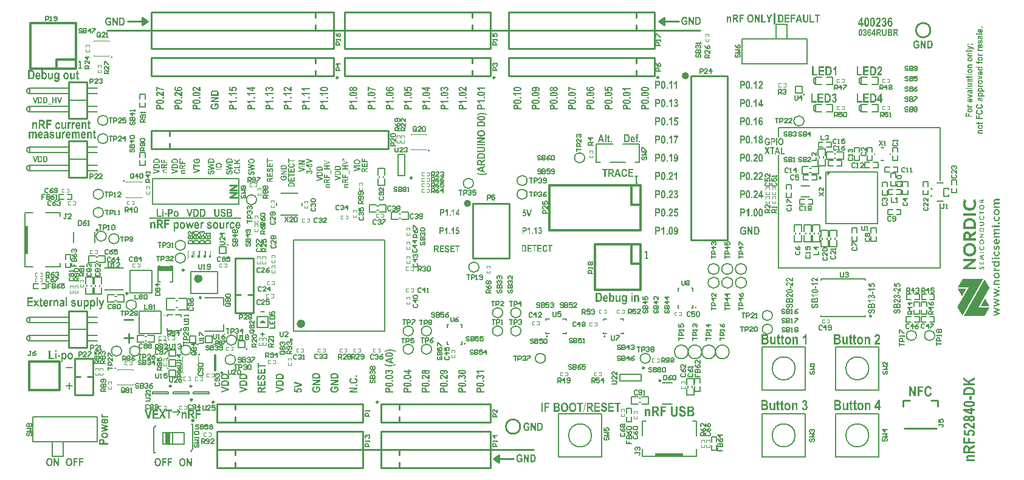
<source format=gto>
G04*
G04 #@! TF.GenerationSoftware,Altium Limited,Altium Designer,19.0.15 (446)*
G04*
G04 Layer_Color=65535*
%FSLAX24Y24*%
%MOIN*%
G70*
G01*
G75*
%ADD10C,0.0098*%
%ADD11C,0.0059*%
%ADD12C,0.0236*%
%ADD13C,0.0100*%
%ADD14C,0.0039*%
%ADD15C,0.0200*%
%ADD16C,0.0060*%
%ADD17C,0.0118*%
%ADD18C,0.0049*%
%ADD19C,0.0079*%
%ADD20C,0.0080*%
%ADD21C,0.0060*%
%ADD22C,0.0050*%
%ADD23C,0.0090*%
%ADD24R,0.0059X0.0039*%
%ADD25R,0.0059X0.0138*%
%ADD26R,0.0049X0.0138*%
%ADD27R,0.0059X0.0138*%
%ADD28R,0.0049X0.0138*%
%ADD29R,0.0827X0.0315*%
%ADD30R,0.0197X0.1575*%
%ADD31R,0.1575X0.0197*%
%ADD32R,0.0252X0.0630*%
G36*
X43962Y15991D02*
Y16188D01*
X44159Y16188D01*
X43962Y15991D01*
D02*
G37*
G36*
X52590Y14657D02*
X52487Y14586D01*
Y14569D01*
X52590D01*
Y14521D01*
X52330D01*
Y14617D01*
X52331Y14626D01*
X52331Y14631D01*
X52332Y14638D01*
X52335Y14649D01*
X52338Y14657D01*
X52342Y14664D01*
X52347Y14673D01*
X52351Y14677D01*
X52359Y14685D01*
X52365Y14689D01*
X52371Y14692D01*
X52376Y14694D01*
X52381Y14697D01*
X52392Y14699D01*
X52397Y14700D01*
X52406Y14701D01*
X52411Y14701D01*
X52416Y14700D01*
X52422Y14700D01*
X52427Y14699D01*
X52433Y14697D01*
X52441Y14695D01*
X52446Y14693D01*
X52452Y14689D01*
X52461Y14683D01*
X52467Y14676D01*
X52472Y14670D01*
X52476Y14663D01*
X52480Y14653D01*
X52483Y14645D01*
X52484Y14640D01*
X52590Y14717D01*
Y14657D01*
D02*
G37*
G36*
X53435Y14669D02*
X53258D01*
X53253Y14669D01*
X53248Y14668D01*
X53242Y14668D01*
X53238Y14667D01*
X53232Y14666D01*
X53226Y14665D01*
X53222Y14663D01*
X53216Y14661D01*
X53212Y14659D01*
X53207Y14657D01*
X53204Y14654D01*
X53200Y14651D01*
X53196Y14647D01*
X53193Y14643D01*
X53191Y14640D01*
X53188Y14635D01*
X53186Y14631D01*
X53185Y14626D01*
X53184Y14621D01*
X53183Y14617D01*
X53182Y14611D01*
X53182Y14606D01*
X53182Y14598D01*
X53183Y14594D01*
X53184Y14590D01*
X53185Y14584D01*
X53187Y14578D01*
X53189Y14574D01*
X53192Y14569D01*
X53196Y14564D01*
X53199Y14560D01*
X53202Y14557D01*
X53205Y14555D01*
X53207Y14553D01*
X53211Y14551D01*
X53216Y14548D01*
X53220Y14546D01*
X53225Y14544D01*
X53229Y14543D01*
X53233Y14542D01*
X53240Y14540D01*
X53245Y14540D01*
X53252Y14539D01*
X53259Y14539D01*
X53435D01*
Y14467D01*
X53256Y14467D01*
X53252Y14467D01*
X53246Y14467D01*
X53241Y14466D01*
X53235Y14466D01*
X53228Y14464D01*
X53223Y14462D01*
X53218Y14461D01*
X53214Y14459D01*
X53211Y14457D01*
X53206Y14454D01*
X53202Y14451D01*
X53199Y14448D01*
X53196Y14445D01*
X53193Y14441D01*
X53190Y14437D01*
X53189Y14435D01*
X53187Y14430D01*
X53185Y14425D01*
X53184Y14419D01*
X53183Y14414D01*
X53182Y14409D01*
X53182Y14404D01*
X53182Y14399D01*
X53183Y14395D01*
X53184Y14390D01*
X53185Y14385D01*
X53186Y14381D01*
X53188Y14377D01*
X53190Y14372D01*
X53192Y14368D01*
X53195Y14364D01*
X53198Y14361D01*
X53200Y14359D01*
X53204Y14355D01*
X53208Y14352D01*
X53212Y14349D01*
X53218Y14346D01*
X53223Y14344D01*
X53227Y14342D01*
X53232Y14341D01*
X53236Y14340D01*
X53239Y14339D01*
X53243Y14339D01*
X53248Y14338D01*
X53253Y14338D01*
X53259Y14338D01*
X53435Y14338D01*
Y14266D01*
X53124D01*
Y14338D01*
X53171D01*
X53167Y14341D01*
X53162Y14344D01*
X53159Y14347D01*
X53154Y14351D01*
X53150Y14355D01*
X53145Y14360D01*
X53140Y14366D01*
X53137Y14370D01*
X53134Y14375D01*
X53131Y14379D01*
X53128Y14384D01*
X53126Y14388D01*
X53124Y14392D01*
X53123Y14397D01*
X53120Y14406D01*
X53119Y14412D01*
X53118Y14419D01*
X53117Y14427D01*
X53117Y14434D01*
X53117Y14441D01*
X53118Y14446D01*
X53119Y14452D01*
X53120Y14459D01*
X53122Y14466D01*
X53123Y14469D01*
X53125Y14475D01*
X53126Y14479D01*
X53130Y14487D01*
X53133Y14491D01*
X53138Y14498D01*
X53141Y14501D01*
X53146Y14507D01*
X53151Y14512D01*
X53157Y14517D01*
X53161Y14519D01*
X53168Y14524D01*
X53172Y14526D01*
X53169Y14528D01*
X53164Y14532D01*
X53159Y14537D01*
X53155Y14540D01*
X53151Y14544D01*
X53147Y14549D01*
X53143Y14554D01*
X53140Y14558D01*
X53136Y14564D01*
X53133Y14569D01*
X53131Y14572D01*
X53129Y14577D01*
X53127Y14581D01*
X53123Y14590D01*
X53122Y14593D01*
X53120Y14603D01*
X53119Y14607D01*
X53118Y14613D01*
X53118Y14617D01*
X53117Y14622D01*
X53117Y14630D01*
X53117Y14637D01*
X53118Y14643D01*
X53118Y14647D01*
X53119Y14652D01*
X53119Y14657D01*
X53120Y14662D01*
X53122Y14667D01*
X53123Y14672D01*
X53125Y14677D01*
X53127Y14682D01*
X53130Y14687D01*
X53132Y14691D01*
X53135Y14695D01*
X53137Y14699D01*
X53142Y14705D01*
X53145Y14708D01*
X53149Y14712D01*
X53152Y14714D01*
X53155Y14717D01*
X53160Y14720D01*
X53163Y14722D01*
X53166Y14724D01*
X53174Y14728D01*
X53179Y14730D01*
X53187Y14733D01*
X53194Y14735D01*
X53199Y14736D01*
X53205Y14738D01*
X53212Y14739D01*
X53219Y14739D01*
X53227Y14740D01*
X53236Y14740D01*
X53435D01*
Y14669D01*
D02*
G37*
G36*
X52098Y14707D02*
X52109Y14688D01*
X52117Y14671D01*
X52126Y14653D01*
X52134Y14634D01*
X52140Y14616D01*
X52145Y14599D01*
X52147Y14590D01*
X52151Y14576D01*
X52154Y14561D01*
X52156Y14547D01*
X52158Y14533D01*
X52159Y14524D01*
X52160Y14512D01*
X52160Y14500D01*
X52161Y14481D01*
X52161Y14466D01*
X52160Y14451D01*
X52159Y14439D01*
X52158Y14428D01*
X52157Y14416D01*
X52155Y14405D01*
X52153Y14391D01*
X52151Y14380D01*
X52147Y14366D01*
X52144Y14354D01*
X52141Y14343D01*
X52137Y14331D01*
X52133Y14319D01*
X52127Y14307D01*
X52125Y14300D01*
X52118Y14287D01*
X52115Y14281D01*
X52102Y14258D01*
X52097Y14250D01*
X52091Y14242D01*
X52075Y14221D01*
X52063Y14207D01*
X52047Y14191D01*
X52034Y14179D01*
X52019Y14168D01*
X52007Y14159D01*
X51993Y14151D01*
X51982Y14144D01*
X51972Y14139D01*
X51954Y14130D01*
X51938Y14124D01*
X51925Y14119D01*
X51912Y14115D01*
X51900Y14112D01*
X51883Y14108D01*
X51866Y14104D01*
X51850Y14102D01*
X51835Y14100D01*
X51825Y14100D01*
X51810Y14099D01*
X51795Y14099D01*
X51780Y14099D01*
X51769Y14099D01*
X51756Y14100D01*
X51741Y14102D01*
X51731Y14103D01*
X51714Y14106D01*
X51704Y14108D01*
X51686Y14113D01*
X51668Y14118D01*
X51661Y14120D01*
X51647Y14125D01*
X51640Y14128D01*
X51632Y14132D01*
X51624Y14136D01*
X51615Y14140D01*
X51604Y14146D01*
X51592Y14154D01*
X51574Y14165D01*
X51555Y14180D01*
X51539Y14195D01*
X51525Y14210D01*
X51518Y14217D01*
X51508Y14229D01*
X51501Y14239D01*
X51495Y14248D01*
X51489Y14256D01*
X51484Y14264D01*
X51476Y14278D01*
X51472Y14285D01*
X51466Y14299D01*
X51460Y14311D01*
X51455Y14324D01*
X51451Y14336D01*
X51447Y14348D01*
X51444Y14360D01*
X51440Y14377D01*
X51436Y14394D01*
X51433Y14411D01*
X51431Y14428D01*
X51430Y14445D01*
X51429Y14457D01*
X51429Y14473D01*
X51429Y14485D01*
X51430Y14504D01*
X51431Y14520D01*
X51432Y14537D01*
X51434Y14552D01*
X51437Y14568D01*
X51442Y14588D01*
X51447Y14608D01*
X51455Y14631D01*
X51462Y14649D01*
X51470Y14666D01*
X51473Y14673D01*
X51479Y14685D01*
X51486Y14698D01*
X51493Y14708D01*
X51500Y14719D01*
X51506Y14728D01*
X51618Y14654D01*
X51617Y14652D01*
X51607Y14637D01*
X51601Y14626D01*
X51594Y14613D01*
X51586Y14598D01*
X51580Y14584D01*
X51576Y14572D01*
X51571Y14557D01*
X51568Y14544D01*
X51566Y14533D01*
X51564Y14522D01*
X51562Y14509D01*
X51561Y14496D01*
X51560Y14487D01*
X51560Y14480D01*
X51560Y14473D01*
X51561Y14461D01*
X51561Y14453D01*
X51562Y14445D01*
X51563Y14433D01*
X51565Y14426D01*
X51566Y14418D01*
X51569Y14405D01*
X51573Y14393D01*
X51576Y14384D01*
X51579Y14376D01*
X51585Y14362D01*
X51590Y14352D01*
X51597Y14341D01*
X51605Y14329D01*
X51611Y14321D01*
X51620Y14311D01*
X51627Y14304D01*
X51637Y14294D01*
X51650Y14283D01*
X51661Y14276D01*
X51676Y14267D01*
X51687Y14262D01*
X51697Y14257D01*
X51710Y14253D01*
X51718Y14250D01*
X51729Y14247D01*
X51740Y14244D01*
X51753Y14242D01*
X51766Y14240D01*
X51780Y14239D01*
X51798Y14239D01*
X51816Y14240D01*
X51833Y14241D01*
X51849Y14244D01*
X51863Y14247D01*
X51879Y14252D01*
X51892Y14257D01*
X51907Y14264D01*
X51919Y14270D01*
X51936Y14281D01*
X51952Y14294D01*
X51963Y14303D01*
X51972Y14313D01*
X51980Y14324D01*
X51986Y14331D01*
X51990Y14337D01*
X51994Y14343D01*
X52000Y14354D01*
X52005Y14364D01*
X52011Y14378D01*
X52016Y14391D01*
X52020Y14404D01*
X52023Y14416D01*
X52026Y14432D01*
X52028Y14452D01*
X52029Y14472D01*
X52029Y14484D01*
X52028Y14503D01*
X52026Y14519D01*
X52024Y14533D01*
X52021Y14546D01*
X52017Y14561D01*
X52015Y14569D01*
X52010Y14582D01*
X52006Y14592D01*
X51997Y14612D01*
X51986Y14631D01*
X51978Y14645D01*
X51971Y14654D01*
X52084Y14728D01*
X52098Y14707D01*
D02*
G37*
G36*
X52478Y14423D02*
X52490Y14421D01*
X52496Y14420D01*
X52504Y14417D01*
X52511Y14415D01*
X52518Y14412D01*
X52526Y14408D01*
X52532Y14405D01*
X52539Y14401D01*
X52544Y14397D01*
X52550Y14392D01*
X52556Y14387D01*
X52562Y14380D01*
X52570Y14371D01*
X52574Y14365D01*
X52577Y14360D01*
X52581Y14351D01*
X52585Y14344D01*
X52588Y14336D01*
X52590Y14329D01*
X52592Y14323D01*
X52593Y14313D01*
X52594Y14307D01*
X52595Y14298D01*
X52596Y14293D01*
X52595Y14279D01*
X52595Y14274D01*
X52594Y14268D01*
X52593Y14259D01*
X52591Y14250D01*
X52589Y14244D01*
X52585Y14233D01*
X52582Y14226D01*
X52578Y14217D01*
X52575Y14212D01*
X52571Y14207D01*
X52567Y14201D01*
X52562Y14195D01*
X52557Y14189D01*
X52552Y14185D01*
X52545Y14179D01*
X52538Y14174D01*
X52532Y14171D01*
X52522Y14165D01*
X52515Y14162D01*
X52508Y14160D01*
X52502Y14158D01*
X52494Y14155D01*
X52486Y14154D01*
X52479Y14153D01*
X52461Y14152D01*
X52456Y14152D01*
X52447Y14152D01*
X52435Y14154D01*
X52425Y14156D01*
X52417Y14158D01*
X52411Y14160D01*
X52400Y14164D01*
X52391Y14169D01*
X52386Y14172D01*
X52379Y14176D01*
X52372Y14182D01*
X52363Y14190D01*
X52358Y14196D01*
X52354Y14200D01*
X52350Y14205D01*
X52346Y14211D01*
X52343Y14216D01*
X52341Y14220D01*
X52335Y14232D01*
X52332Y14239D01*
X52329Y14250D01*
X52328Y14256D01*
X52327Y14262D01*
X52326Y14271D01*
X52325Y14276D01*
X52325Y14285D01*
Y14291D01*
X52325Y14296D01*
X52326Y14305D01*
X52326Y14311D01*
X52327Y14317D01*
X52329Y14323D01*
X52331Y14330D01*
X52333Y14337D01*
X52337Y14348D01*
X52341Y14356D01*
X52344Y14361D01*
X52347Y14366D01*
X52351Y14371D01*
X52356Y14378D01*
X52360Y14382D01*
X52364Y14387D01*
X52373Y14395D01*
X52378Y14398D01*
X52383Y14402D01*
X52388Y14405D01*
X52394Y14408D01*
X52402Y14412D01*
X52410Y14415D01*
X52416Y14417D01*
X52422Y14419D01*
X52427Y14420D01*
X52433Y14421D01*
X52442Y14423D01*
X52452Y14424D01*
X52463Y14424D01*
X52478Y14423D01*
D02*
G37*
G36*
X52375Y14008D02*
X52590Y14008D01*
X52590Y13961D01*
X52375D01*
X52375Y13890D01*
X52330D01*
Y14079D01*
X52375D01*
Y14008D01*
D02*
G37*
G36*
X53284Y14185D02*
X53293Y14184D01*
X53299Y14184D01*
X53305Y14183D01*
X53314Y14181D01*
X53320Y14180D01*
X53326Y14178D01*
X53333Y14176D01*
X53339Y14174D01*
X53346Y14171D01*
X53353Y14167D01*
X53360Y14164D01*
X53367Y14159D01*
X53373Y14155D01*
X53382Y14149D01*
X53387Y14145D01*
X53392Y14140D01*
X53397Y14135D01*
X53401Y14131D01*
X53409Y14121D01*
X53412Y14116D01*
X53416Y14111D01*
X53419Y14105D01*
X53424Y14097D01*
X53426Y14092D01*
X53430Y14083D01*
X53433Y14075D01*
X53435Y14070D01*
X53437Y14063D01*
X53438Y14056D01*
X53439Y14051D01*
X53440Y14045D01*
X53442Y14035D01*
X53442Y14026D01*
X53442Y14018D01*
X53442Y14010D01*
X53442Y14001D01*
X53441Y13992D01*
X53440Y13986D01*
X53439Y13981D01*
X53437Y13975D01*
X53436Y13968D01*
X53433Y13961D01*
X53430Y13953D01*
X53427Y13946D01*
X53423Y13938D01*
X53419Y13931D01*
X53414Y13922D01*
X53409Y13916D01*
X53404Y13909D01*
X53398Y13902D01*
X53394Y13898D01*
X53389Y13893D01*
X53380Y13886D01*
X53372Y13880D01*
X53365Y13876D01*
X53360Y13872D01*
X53352Y13869D01*
X53346Y13866D01*
X53339Y13863D01*
X53329Y13859D01*
X53321Y13857D01*
X53309Y13855D01*
X53299Y13853D01*
X53291Y13853D01*
X53280Y13852D01*
Y13924D01*
X53289Y13924D01*
X53296Y13925D01*
X53306Y13927D01*
X53315Y13930D01*
X53320Y13931D01*
X53327Y13934D01*
X53335Y13939D01*
X53342Y13943D01*
X53349Y13949D01*
X53354Y13954D01*
X53357Y13958D01*
X53361Y13962D01*
X53366Y13969D01*
X53369Y13974D01*
X53372Y13981D01*
X53375Y13987D01*
X53377Y13995D01*
X53378Y14002D01*
X53379Y14008D01*
X53380Y14015D01*
X53380Y14022D01*
X53379Y14029D01*
X53379Y14035D01*
X53377Y14042D01*
X53376Y14048D01*
X53374Y14053D01*
X53372Y14059D01*
X53368Y14066D01*
X53365Y14072D01*
X53360Y14078D01*
X53356Y14083D01*
X53351Y14088D01*
X53345Y14093D01*
X53340Y14096D01*
X53335Y14099D01*
X53330Y14102D01*
X53325Y14104D01*
X53321Y14106D01*
X53316Y14108D01*
X53311Y14109D01*
X53306Y14111D01*
X53301Y14112D01*
X53295Y14112D01*
X53289Y14113D01*
X53284Y14113D01*
X53276Y14113D01*
X53268Y14113D01*
X53260Y14111D01*
X53252Y14110D01*
X53244Y14107D01*
X53236Y14104D01*
X53229Y14101D01*
X53222Y14096D01*
X53215Y14091D01*
X53208Y14086D01*
X53205Y14082D01*
X53201Y14078D01*
X53196Y14072D01*
X53191Y14063D01*
X53189Y14058D01*
X53185Y14050D01*
X53183Y14042D01*
X53181Y14036D01*
X53181Y14031D01*
X53180Y14024D01*
X53180Y14016D01*
X53180Y14011D01*
X53181Y14004D01*
X53182Y13996D01*
X53184Y13990D01*
X53185Y13985D01*
X53188Y13978D01*
X53191Y13973D01*
X53195Y13965D01*
X53200Y13958D01*
X53206Y13952D01*
X53212Y13947D01*
X53216Y13943D01*
X53221Y13940D01*
X53228Y13936D01*
X53232Y13934D01*
X53241Y13930D01*
X53251Y13927D01*
X53260Y13925D01*
X53268Y13924D01*
X53274Y13924D01*
X53280Y13924D01*
X53280Y13852D01*
X53268Y13853D01*
X53261Y13853D01*
X53251Y13855D01*
X53239Y13857D01*
X53231Y13860D01*
X53225Y13862D01*
X53218Y13864D01*
X53209Y13868D01*
X53202Y13872D01*
X53196Y13876D01*
X53188Y13880D01*
X53181Y13885D01*
X53175Y13891D01*
X53169Y13896D01*
X53165Y13900D01*
X53161Y13904D01*
X53157Y13908D01*
X53150Y13917D01*
X53147Y13922D01*
X53142Y13929D01*
X53139Y13934D01*
X53135Y13942D01*
X53132Y13948D01*
X53129Y13954D01*
X53127Y13959D01*
X53125Y13968D01*
X53122Y13975D01*
X53121Y13982D01*
X53120Y13988D01*
X53119Y13993D01*
X53118Y13998D01*
X53117Y14007D01*
X53117Y14016D01*
X53117Y14023D01*
X53118Y14035D01*
X53119Y14043D01*
X53120Y14053D01*
X53121Y14058D01*
X53123Y14064D01*
X53124Y14070D01*
X53128Y14081D01*
X53131Y14087D01*
X53135Y14097D01*
X53139Y14103D01*
X53141Y14108D01*
X53145Y14113D01*
X53149Y14119D01*
X53153Y14124D01*
X53157Y14129D01*
X53161Y14133D01*
X53165Y14138D01*
X53170Y14143D01*
X53175Y14147D01*
X53179Y14150D01*
X53184Y14155D01*
X53189Y14158D01*
X53194Y14161D01*
X53198Y14164D01*
X53207Y14168D01*
X53211Y14170D01*
X53216Y14172D01*
X53222Y14175D01*
X53227Y14176D01*
X53234Y14178D01*
X53239Y14180D01*
X53249Y14182D01*
X53254Y14183D01*
X53263Y14184D01*
X53270Y14184D01*
X53276Y14185D01*
X53284Y14185D01*
D02*
G37*
G36*
X52146Y13831D02*
X51444D01*
Y13960D01*
X52146D01*
Y13831D01*
D02*
G37*
G36*
X52570Y13809D02*
X52573Y13803D01*
X52578Y13794D01*
X52583Y13785D01*
X52587Y13775D01*
X52590Y13764D01*
X52591Y13761D01*
X52592Y13755D01*
X52593Y13749D01*
X52594Y13741D01*
X52595Y13732D01*
X52596Y13725D01*
X52596Y13717D01*
X52596Y13711D01*
X52595Y13705D01*
X52594Y13696D01*
X52593Y13688D01*
X52592Y13682D01*
X52590Y13674D01*
X52588Y13669D01*
X52586Y13663D01*
X52583Y13656D01*
X52580Y13649D01*
X52576Y13641D01*
X52570Y13632D01*
X52564Y13624D01*
X52559Y13619D01*
X52551Y13610D01*
X52543Y13604D01*
X52534Y13599D01*
X52530Y13596D01*
X52526Y13594D01*
X52522Y13592D01*
X52516Y13590D01*
X52509Y13587D01*
X52499Y13584D01*
X52491Y13582D01*
X52483Y13581D01*
X52477Y13580D01*
X52469Y13579D01*
X52464Y13579D01*
X52458Y13579D01*
X52453Y13579D01*
X52450Y13579D01*
X52442Y13580D01*
X52437Y13581D01*
X52430Y13582D01*
X52424Y13583D01*
X52413Y13586D01*
X52408Y13588D01*
X52403Y13590D01*
X52397Y13593D01*
X52390Y13597D01*
X52385Y13599D01*
X52379Y13604D01*
X52365Y13615D01*
X52358Y13623D01*
X52354Y13627D01*
X52351Y13631D01*
X52347Y13637D01*
X52344Y13643D01*
X52341Y13648D01*
X52338Y13653D01*
X52336Y13658D01*
X52334Y13664D01*
X52332Y13669D01*
X52331Y13674D01*
X52330Y13679D01*
X52328Y13684D01*
X52327Y13691D01*
X52326Y13699D01*
X52325Y13707D01*
X52325Y13719D01*
X52325Y13728D01*
X52325Y13735D01*
X52327Y13745D01*
X52328Y13755D01*
X52332Y13768D01*
X52335Y13778D01*
X52340Y13789D01*
X52341Y13792D01*
X52345Y13799D01*
X52348Y13805D01*
X52353Y13812D01*
X52395Y13785D01*
X52394Y13783D01*
X52391Y13779D01*
X52388Y13774D01*
X52386Y13770D01*
X52384Y13766D01*
X52382Y13761D01*
X52379Y13753D01*
X52377Y13746D01*
X52374Y13735D01*
X52374Y13724D01*
X52373Y13721D01*
X52373Y13715D01*
X52374Y13707D01*
X52375Y13702D01*
X52376Y13696D01*
X52378Y13690D01*
X52380Y13683D01*
X52383Y13677D01*
X52387Y13669D01*
X52390Y13665D01*
X52395Y13658D01*
X52403Y13651D01*
X52411Y13645D01*
X52418Y13640D01*
X52422Y13639D01*
X52427Y13637D01*
X52435Y13634D01*
X52440Y13633D01*
X52446Y13632D01*
X52451Y13631D01*
X52457Y13631D01*
X52463Y13631D01*
X52468Y13631D01*
X52475Y13632D01*
X52482Y13633D01*
X52490Y13635D01*
X52498Y13638D01*
X52504Y13641D01*
X52512Y13646D01*
X52521Y13653D01*
X52529Y13663D01*
X52534Y13670D01*
X52535Y13672D01*
X52538Y13678D01*
X52540Y13683D01*
X52542Y13687D01*
X52544Y13695D01*
X52545Y13700D01*
X52546Y13707D01*
X52547Y13713D01*
X52547Y13722D01*
X52547Y13728D01*
X52546Y13735D01*
X52543Y13747D01*
X52542Y13751D01*
X52541Y13754D01*
X52539Y13760D01*
X52537Y13765D01*
X52535Y13770D01*
X52531Y13776D01*
X52529Y13780D01*
X52526Y13785D01*
X52567Y13812D01*
X52570Y13809D01*
D02*
G37*
G36*
X53387Y13802D02*
X53391Y13798D01*
X53395Y13794D01*
X53400Y13789D01*
X53404Y13784D01*
X53408Y13779D01*
X53413Y13773D01*
X53416Y13768D01*
X53419Y13764D01*
X53422Y13758D01*
X53426Y13752D01*
X53428Y13748D01*
X53431Y13742D01*
X53433Y13736D01*
X53435Y13730D01*
X53436Y13724D01*
X53437Y13721D01*
X53439Y13713D01*
X53440Y13708D01*
X53441Y13701D01*
X53442Y13696D01*
X53442Y13688D01*
X53442Y13684D01*
X53442Y13679D01*
X53442Y13672D01*
X53442Y13668D01*
X53442Y13660D01*
X53441Y13655D01*
X53440Y13650D01*
X53440Y13645D01*
X53438Y13639D01*
X53437Y13632D01*
X53434Y13624D01*
X53430Y13614D01*
X53426Y13603D01*
X53422Y13597D01*
X53418Y13589D01*
X53414Y13583D01*
X53408Y13576D01*
X53403Y13569D01*
X53397Y13563D01*
X53392Y13558D01*
X53386Y13553D01*
X53379Y13548D01*
X53373Y13543D01*
X53367Y13539D01*
X53360Y13535D01*
X53353Y13531D01*
X53345Y13528D01*
X53336Y13524D01*
X53328Y13522D01*
X53323Y13520D01*
X53312Y13518D01*
X53302Y13516D01*
X53294Y13516D01*
X53287Y13515D01*
X53280Y13515D01*
X53271Y13515D01*
X53261Y13516D01*
X53255Y13517D01*
X53248Y13518D01*
X53239Y13520D01*
X53232Y13522D01*
X53226Y13524D01*
X53220Y13526D01*
X53213Y13529D01*
X53204Y13533D01*
X53199Y13536D01*
X53193Y13540D01*
X53186Y13544D01*
X53180Y13549D01*
X53174Y13553D01*
X53168Y13559D01*
X53162Y13564D01*
X53156Y13571D01*
X53151Y13577D01*
X53147Y13583D01*
X53142Y13590D01*
X53138Y13597D01*
X53134Y13604D01*
X53131Y13610D01*
X53129Y13615D01*
X53126Y13623D01*
X53123Y13633D01*
X53121Y13640D01*
X53120Y13646D01*
X53118Y13657D01*
X53118Y13666D01*
X53117Y13670D01*
X53117Y13679D01*
X53117Y13688D01*
X53118Y13695D01*
X53119Y13703D01*
X53120Y13714D01*
X53121Y13718D01*
X53123Y13725D01*
X53126Y13735D01*
X53129Y13744D01*
X53133Y13753D01*
X53138Y13762D01*
X53140Y13765D01*
X53141Y13767D01*
X53143Y13771D01*
X53145Y13773D01*
X53147Y13776D01*
X53150Y13779D01*
X53153Y13783D01*
X53154Y13785D01*
X53157Y13788D01*
X53160Y13792D01*
X53166Y13797D01*
X53171Y13802D01*
X53219Y13757D01*
X53216Y13755D01*
X53214Y13752D01*
X53211Y13750D01*
X53209Y13747D01*
X53206Y13745D01*
X53203Y13740D01*
X53200Y13737D01*
X53196Y13732D01*
X53194Y13728D01*
X53191Y13723D01*
X53189Y13720D01*
X53188Y13717D01*
X53186Y13712D01*
X53184Y13707D01*
X53183Y13702D01*
X53182Y13700D01*
X53181Y13694D01*
X53180Y13688D01*
X53180Y13682D01*
X53180Y13677D01*
X53180Y13672D01*
X53180Y13667D01*
X53181Y13663D01*
X53182Y13659D01*
X53183Y13654D01*
X53184Y13650D01*
X53186Y13644D01*
X53189Y13639D01*
X53191Y13634D01*
X53193Y13630D01*
X53198Y13624D01*
X53200Y13622D01*
X53204Y13617D01*
X53208Y13613D01*
X53213Y13609D01*
X53218Y13605D01*
X53220Y13604D01*
X53226Y13600D01*
X53232Y13597D01*
X53238Y13594D01*
X53242Y13593D01*
X53246Y13592D01*
X53250Y13591D01*
X53254Y13589D01*
X53258Y13589D01*
X53262Y13588D01*
X53267Y13587D01*
X53271Y13587D01*
X53275Y13587D01*
X53280Y13587D01*
X53286Y13587D01*
X53291Y13587D01*
X53297Y13588D01*
X53302Y13589D01*
X53307Y13590D01*
X53313Y13591D01*
X53318Y13593D01*
X53323Y13595D01*
X53329Y13598D01*
X53334Y13600D01*
X53339Y13603D01*
X53341Y13605D01*
X53344Y13607D01*
X53346Y13609D01*
X53349Y13611D01*
X53352Y13613D01*
X53354Y13616D01*
X53358Y13620D01*
X53361Y13624D01*
X53364Y13628D01*
X53366Y13631D01*
X53370Y13637D01*
X53372Y13641D01*
X53374Y13647D01*
X53376Y13652D01*
X53377Y13655D01*
X53378Y13661D01*
X53379Y13666D01*
X53379Y13670D01*
X53380Y13675D01*
X53380Y13679D01*
X53380Y13685D01*
X53379Y13690D01*
X53379Y13695D01*
X53378Y13699D01*
X53377Y13702D01*
X53376Y13708D01*
X53374Y13715D01*
X53372Y13718D01*
X53370Y13724D01*
X53367Y13729D01*
X53364Y13734D01*
X53361Y13739D01*
X53358Y13742D01*
X53354Y13747D01*
X53351Y13750D01*
X53348Y13754D01*
X53344Y13759D01*
X53341Y13761D01*
X53384Y13804D01*
X53387Y13802D01*
D02*
G37*
G36*
X53435Y13372D02*
X53354D01*
Y13450D01*
X53435D01*
Y13372D01*
D02*
G37*
G36*
X52494Y13480D02*
X52501Y13480D01*
X52507Y13479D01*
X52516Y13478D01*
X52524Y13476D01*
X52530Y13474D01*
X52537Y13472D01*
X52544Y13468D01*
X52552Y13464D01*
X52558Y13460D01*
X52564Y13454D01*
X52574Y13443D01*
X52578Y13439D01*
X52581Y13433D01*
X52584Y13428D01*
X52586Y13424D01*
X52589Y13416D01*
X52591Y13408D01*
X52593Y13402D01*
X52594Y13395D01*
X52595Y13388D01*
X52595Y13381D01*
X52595Y13374D01*
X52595Y13364D01*
X52595Y13358D01*
X52594Y13350D01*
X52592Y13344D01*
X52591Y13338D01*
X52589Y13331D01*
X52586Y13324D01*
X52582Y13316D01*
X52579Y13310D01*
X52571Y13300D01*
X52560Y13289D01*
X52551Y13283D01*
X52547Y13280D01*
X52541Y13277D01*
X52535Y13275D01*
X52527Y13272D01*
X52520Y13270D01*
X52510Y13268D01*
X52502Y13267D01*
X52495Y13267D01*
X52488Y13266D01*
X52330D01*
X52330Y13316D01*
X52485D01*
X52486Y13316D01*
X52495Y13317D01*
X52503Y13318D01*
X52510Y13320D01*
X52516Y13323D01*
X52522Y13326D01*
X52527Y13330D01*
X52531Y13334D01*
X52538Y13342D01*
X52541Y13348D01*
X52543Y13354D01*
X52545Y13362D01*
X52546Y13367D01*
X52546Y13372D01*
X52546Y13379D01*
X52546Y13384D01*
X52544Y13391D01*
X52542Y13397D01*
X52539Y13403D01*
X52536Y13407D01*
X52529Y13416D01*
X52523Y13420D01*
X52517Y13423D01*
X52510Y13426D01*
X52504Y13428D01*
X52498Y13429D01*
X52490Y13430D01*
X52485Y13430D01*
X52330D01*
Y13480D01*
X52488D01*
X52494Y13480D01*
D02*
G37*
G36*
X53435Y13203D02*
X53124D01*
Y13274D01*
X53435D01*
X53435Y13203D01*
D02*
G37*
G36*
X53076Y13200D02*
X53008D01*
Y13277D01*
X53076D01*
Y13200D01*
D02*
G37*
G36*
X51811Y13694D02*
X51823Y13694D01*
X51832Y13693D01*
X51845Y13692D01*
X51858Y13690D01*
X51871Y13688D01*
X51885Y13685D01*
X51890Y13684D01*
X51899Y13682D01*
X51909Y13679D01*
X51925Y13674D01*
X51936Y13670D01*
X51949Y13665D01*
X51962Y13658D01*
X51970Y13654D01*
X51988Y13644D01*
X52001Y13636D01*
X52014Y13626D01*
X52027Y13616D01*
X52040Y13605D01*
X52054Y13590D01*
X52061Y13582D01*
X52075Y13564D01*
X52085Y13550D01*
X52093Y13536D01*
X52100Y13525D01*
X52106Y13513D01*
X52111Y13502D01*
X52116Y13491D01*
X52120Y13481D01*
X52124Y13470D01*
X52129Y13455D01*
X52133Y13440D01*
X52136Y13425D01*
X52138Y13414D01*
X52140Y13404D01*
X52144Y13370D01*
X52146Y13345D01*
X52146Y13330D01*
Y13105D01*
X51444D01*
X51444Y13340D01*
X51445Y13355D01*
X51446Y13370D01*
X51447Y13385D01*
X51449Y13399D01*
X51452Y13419D01*
X51456Y13434D01*
X51458Y13444D01*
X51460Y13449D01*
X51462Y13459D01*
X51466Y13469D01*
X51469Y13480D01*
X51473Y13490D01*
X51478Y13500D01*
X51486Y13517D01*
X51492Y13528D01*
X51495Y13534D01*
X51499Y13541D01*
X51507Y13554D01*
X51512Y13561D01*
X51518Y13568D01*
X51525Y13577D01*
X51533Y13587D01*
X51547Y13602D01*
X51559Y13613D01*
X51571Y13622D01*
X51584Y13632D01*
X51596Y13640D01*
X51607Y13647D01*
X51624Y13657D01*
X51639Y13664D01*
X51651Y13669D01*
X51663Y13673D01*
X51679Y13679D01*
X51689Y13681D01*
X51704Y13685D01*
X51718Y13688D01*
X51731Y13690D01*
X51744Y13692D01*
X51753Y13693D01*
X51766Y13694D01*
X51775Y13694D01*
X51786Y13695D01*
X51799Y13695D01*
X51811Y13694D01*
D02*
G37*
G36*
X52465Y13167D02*
X52472Y13167D01*
X52479Y13166D01*
X52487Y13165D01*
X52492Y13164D01*
X52503Y13162D01*
X52513Y13158D01*
X52520Y13155D01*
X52525Y13153D01*
X52532Y13149D01*
X52537Y13146D01*
X52549Y13136D01*
X52559Y13126D01*
X52568Y13114D01*
X52575Y13100D01*
X52580Y13090D01*
X52584Y13079D01*
X52586Y13069D01*
X52588Y13061D01*
X52589Y13056D01*
X52590Y13045D01*
X52590Y13032D01*
Y12949D01*
X52330D01*
Y13032D01*
X52331Y13040D01*
X52331Y13047D01*
X52332Y13056D01*
X52333Y13062D01*
X52334Y13067D01*
X52335Y13074D01*
X52337Y13080D01*
X52339Y13086D01*
X52341Y13090D01*
X52345Y13100D01*
X52348Y13106D01*
X52351Y13110D01*
X52356Y13118D01*
X52360Y13124D01*
X52364Y13128D01*
X52369Y13133D01*
X52378Y13142D01*
X52387Y13147D01*
X52397Y13153D01*
X52402Y13156D01*
X52409Y13159D01*
X52415Y13161D01*
X52421Y13163D01*
X52428Y13164D01*
X52433Y13165D01*
X52443Y13167D01*
X52450Y13167D01*
X52459Y13167D01*
X52465Y13167D01*
D02*
G37*
G36*
X52146Y12833D02*
X51866Y12643D01*
Y12595D01*
X52146D01*
Y12466D01*
X51444D01*
Y12725D01*
X51444Y12735D01*
X51445Y12747D01*
X51446Y12759D01*
X51448Y12775D01*
X51450Y12785D01*
X51453Y12798D01*
X51455Y12806D01*
X51459Y12820D01*
X51465Y12834D01*
X51471Y12846D01*
X51477Y12856D01*
X51481Y12863D01*
X51487Y12871D01*
X51494Y12881D01*
X51499Y12886D01*
X51507Y12895D01*
X51516Y12903D01*
X51524Y12909D01*
X51537Y12919D01*
X51550Y12926D01*
X51559Y12931D01*
X51568Y12935D01*
X51575Y12938D01*
X51582Y12940D01*
X51589Y12942D01*
X51599Y12945D01*
X51608Y12947D01*
X51617Y12949D01*
X51622Y12949D01*
X51634Y12951D01*
X51643Y12951D01*
X51650Y12952D01*
X51660Y12952D01*
X51668Y12951D01*
X51682Y12950D01*
X51694Y12949D01*
X51706Y12947D01*
X51715Y12945D01*
X51721Y12943D01*
X51728Y12941D01*
X51735Y12938D01*
X51747Y12934D01*
X51756Y12930D01*
X51766Y12924D01*
X51772Y12920D01*
X51781Y12915D01*
X51790Y12907D01*
X51800Y12900D01*
X51805Y12894D01*
X51814Y12884D01*
X51822Y12874D01*
X51829Y12865D01*
X51835Y12854D01*
X51839Y12848D01*
X51844Y12838D01*
X51847Y12829D01*
X51852Y12818D01*
X51854Y12810D01*
X51856Y12802D01*
X51858Y12794D01*
X51860Y12787D01*
X52146Y12995D01*
Y12833D01*
D02*
G37*
G36*
X53435Y13032D02*
X53258Y13032D01*
X53253Y13032D01*
X53248Y13031D01*
X53242Y13031D01*
X53238Y13030D01*
X53232Y13029D01*
X53226Y13028D01*
X53222Y13026D01*
X53216Y13024D01*
X53212Y13022D01*
X53207Y13020D01*
X53204Y13017D01*
X53200Y13014D01*
X53196Y13010D01*
X53193Y13006D01*
X53191Y13003D01*
X53188Y12998D01*
X53186Y12994D01*
X53185Y12989D01*
X53184Y12984D01*
X53183Y12980D01*
X53182Y12974D01*
X53182Y12969D01*
X53182Y12961D01*
X53183Y12957D01*
X53184Y12953D01*
X53185Y12947D01*
X53187Y12941D01*
X53189Y12937D01*
X53192Y12932D01*
X53196Y12927D01*
X53199Y12923D01*
X53202Y12920D01*
X53205Y12918D01*
X53207Y12916D01*
X53211Y12914D01*
X53216Y12911D01*
X53220Y12909D01*
X53225Y12907D01*
X53229Y12906D01*
X53233Y12905D01*
X53240Y12903D01*
X53245Y12903D01*
X53252Y12902D01*
X53259Y12902D01*
X53435D01*
Y12830D01*
X53256Y12830D01*
X53252Y12830D01*
X53246Y12830D01*
X53241Y12829D01*
X53235Y12828D01*
X53228Y12827D01*
X53223Y12825D01*
X53218Y12823D01*
X53214Y12822D01*
X53211Y12820D01*
X53206Y12817D01*
X53202Y12814D01*
X53199Y12811D01*
X53196Y12808D01*
X53193Y12804D01*
X53190Y12800D01*
X53189Y12797D01*
X53187Y12793D01*
X53185Y12788D01*
X53184Y12782D01*
X53183Y12777D01*
X53182Y12772D01*
X53182Y12767D01*
X53182Y12762D01*
X53183Y12757D01*
X53184Y12752D01*
X53185Y12748D01*
X53186Y12744D01*
X53188Y12739D01*
X53190Y12735D01*
X53192Y12731D01*
X53195Y12727D01*
X53198Y12723D01*
X53200Y12722D01*
X53204Y12718D01*
X53208Y12715D01*
X53212Y12712D01*
X53218Y12709D01*
X53223Y12707D01*
X53227Y12705D01*
X53232Y12704D01*
X53236Y12703D01*
X53239Y12702D01*
X53243Y12702D01*
X53248Y12701D01*
X53253Y12701D01*
X53259Y12701D01*
X53435D01*
Y12629D01*
X53124D01*
X53124Y12701D01*
X53171D01*
X53167Y12703D01*
X53162Y12707D01*
X53159Y12710D01*
X53154Y12714D01*
X53150Y12718D01*
X53145Y12723D01*
X53140Y12729D01*
X53137Y12733D01*
X53134Y12738D01*
X53131Y12742D01*
X53128Y12746D01*
X53126Y12751D01*
X53124Y12755D01*
X53123Y12760D01*
X53120Y12769D01*
X53119Y12775D01*
X53118Y12782D01*
X53117Y12789D01*
X53117Y12797D01*
X53117Y12804D01*
X53118Y12809D01*
X53119Y12815D01*
X53120Y12822D01*
X53122Y12829D01*
X53123Y12832D01*
X53125Y12838D01*
X53126Y12842D01*
X53130Y12850D01*
X53133Y12854D01*
X53138Y12861D01*
X53141Y12864D01*
X53146Y12870D01*
X53151Y12875D01*
X53157Y12880D01*
X53161Y12882D01*
X53168Y12886D01*
X53172Y12889D01*
X53169Y12891D01*
X53164Y12895D01*
X53159Y12900D01*
X53155Y12903D01*
X53151Y12907D01*
X53147Y12912D01*
X53143Y12917D01*
X53140Y12921D01*
X53136Y12927D01*
X53133Y12932D01*
X53131Y12935D01*
X53129Y12940D01*
X53127Y12944D01*
X53123Y12953D01*
X53122Y12956D01*
X53120Y12966D01*
X53119Y12970D01*
X53118Y12975D01*
X53118Y12980D01*
X53117Y12985D01*
X53117Y12993D01*
X53117Y13000D01*
X53118Y13006D01*
X53118Y13010D01*
X53119Y13015D01*
X53119Y13020D01*
X53120Y13024D01*
X53122Y13030D01*
X53123Y13035D01*
X53125Y13040D01*
X53127Y13045D01*
X53130Y13050D01*
X53132Y13054D01*
X53135Y13058D01*
X53137Y13061D01*
X53142Y13068D01*
X53145Y13071D01*
X53149Y13075D01*
X53152Y13077D01*
X53155Y13080D01*
X53160Y13083D01*
X53163Y13085D01*
X53166Y13087D01*
X53174Y13091D01*
X53179Y13093D01*
X53187Y13096D01*
X53194Y13098D01*
X53199Y13099D01*
X53205Y13101D01*
X53212Y13102D01*
X53219Y13102D01*
X53227Y13103D01*
X53236Y13103D01*
X53435D01*
Y13032D01*
D02*
G37*
G36*
X52591Y12788D02*
X52413Y12661D01*
X52591D01*
X52591Y12613D01*
X52331D01*
Y12658D01*
X52510Y12784D01*
X52331D01*
Y12832D01*
X52591D01*
Y12788D01*
D02*
G37*
G36*
X53292Y12548D02*
X53296Y12548D01*
X53301Y12547D01*
X53305Y12547D01*
Y12318D01*
X53307Y12318D01*
X53311Y12319D01*
X53313Y12320D01*
X53318Y12321D01*
X53321Y12322D01*
X53324Y12323D01*
X53329Y12324D01*
X53332Y12326D01*
X53336Y12327D01*
X53341Y12330D01*
X53345Y12333D01*
X53348Y12335D01*
X53352Y12337D01*
X53357Y12342D01*
X53360Y12345D01*
X53362Y12347D01*
X53365Y12350D01*
X53368Y12354D01*
X53371Y12359D01*
X53373Y12362D01*
X53375Y12366D01*
X53376Y12369D01*
X53378Y12372D01*
X53379Y12376D01*
X53380Y12379D01*
X53381Y12384D01*
X53382Y12388D01*
X53383Y12391D01*
X53383Y12396D01*
X53384Y12400D01*
X53384Y12402D01*
X53384Y12406D01*
X53384Y12410D01*
X53384Y12414D01*
X53384Y12418D01*
X53383Y12421D01*
X53383Y12425D01*
X53382Y12429D01*
X53382Y12433D01*
X53381Y12435D01*
X53380Y12440D01*
X53378Y12444D01*
X53377Y12448D01*
X53375Y12453D01*
X53373Y12457D01*
X53370Y12462D01*
X53368Y12465D01*
X53367Y12467D01*
X53366Y12470D01*
X53363Y12473D01*
X53361Y12476D01*
X53358Y12480D01*
X53355Y12483D01*
X53352Y12487D01*
X53349Y12490D01*
X53347Y12492D01*
X53384Y12534D01*
X53388Y12531D01*
X53391Y12528D01*
X53395Y12524D01*
X53399Y12520D01*
X53403Y12516D01*
X53406Y12513D01*
X53409Y12509D01*
X53412Y12504D01*
X53414Y12501D01*
X53417Y12498D01*
X53420Y12493D01*
X53421Y12491D01*
X53423Y12487D01*
X53426Y12483D01*
X53427Y12479D01*
X53430Y12474D01*
X53431Y12469D01*
X53433Y12465D01*
X53435Y12459D01*
X53436Y12454D01*
X53438Y12447D01*
X53439Y12443D01*
X53440Y12438D01*
X53441Y12431D01*
X53442Y12426D01*
X53442Y12421D01*
X53442Y12418D01*
X53442Y12413D01*
X53442Y12409D01*
X53442Y12403D01*
X53442Y12399D01*
X53442Y12396D01*
X53442Y12393D01*
X53442Y12389D01*
X53441Y12385D01*
X53441Y12382D01*
X53440Y12378D01*
X53439Y12374D01*
X53439Y12370D01*
X53438Y12366D01*
X53437Y12362D01*
X53436Y12357D01*
X53434Y12353D01*
X53433Y12349D01*
X53431Y12344D01*
X53429Y12339D01*
X53427Y12336D01*
X53425Y12331D01*
X53423Y12327D01*
X53422Y12324D01*
X53420Y12321D01*
X53417Y12316D01*
X53415Y12313D01*
X53412Y12309D01*
X53409Y12306D01*
X53407Y12303D01*
X53404Y12299D01*
X53402Y12297D01*
X53399Y12294D01*
X53396Y12291D01*
X53393Y12288D01*
X53390Y12286D01*
X53387Y12283D01*
X53384Y12280D01*
X53380Y12278D01*
X53378Y12276D01*
X53375Y12274D01*
X53371Y12272D01*
X53368Y12269D01*
X53362Y12266D01*
X53357Y12263D01*
X53352Y12261D01*
X53348Y12259D01*
X53343Y12258D01*
X53340Y12256D01*
X53336Y12255D01*
X53332Y12254D01*
X53329Y12253D01*
X53326Y12252D01*
X53322Y12251D01*
X53316Y12250D01*
X53307Y12248D01*
X53302Y12248D01*
X53296Y12247D01*
X53293Y12247D01*
X53291Y12247D01*
X53288Y12247D01*
X53283Y12247D01*
X53279Y12247D01*
X53274Y12247D01*
X53268Y12247D01*
X53262Y12247D01*
X53259Y12248D01*
X53256Y12248D01*
X53250Y12249D01*
X53244Y12250D01*
X53238Y12251D01*
X53232Y12253D01*
X53227Y12254D01*
X53221Y12256D01*
X53216Y12258D01*
X53210Y12260D01*
X53205Y12263D01*
X53200Y12265D01*
X53195Y12268D01*
X53190Y12270D01*
X53185Y12273D01*
X53181Y12277D01*
X53176Y12280D01*
X53171Y12284D01*
X53169Y12285D01*
X53167Y12287D01*
X53165Y12289D01*
X53162Y12292D01*
X53160Y12294D01*
X53158Y12296D01*
X53156Y12299D01*
X53153Y12302D01*
X53150Y12305D01*
X53147Y12308D01*
X53145Y12311D01*
X53143Y12314D01*
X53141Y12317D01*
X53139Y12321D01*
X53136Y12325D01*
X53135Y12328D01*
X53133Y12332D01*
X53131Y12335D01*
X53130Y12338D01*
X53128Y12342D01*
X53126Y12346D01*
X53125Y12350D01*
X53124Y12353D01*
X53123Y12357D01*
X53121Y12364D01*
X53120Y12369D01*
X53119Y12374D01*
X53118Y12378D01*
X53118Y12382D01*
X53118Y12386D01*
X53117Y12392D01*
X53117Y12398D01*
X53117Y12404D01*
X53117Y12408D01*
X53118Y12413D01*
X53118Y12418D01*
X53119Y12423D01*
X53120Y12429D01*
X53121Y12436D01*
X53122Y12440D01*
X53123Y12445D01*
X53125Y12449D01*
X53127Y12454D01*
X53128Y12457D01*
X53129Y12460D01*
X53131Y12464D01*
X53133Y12468D01*
X53134Y12471D01*
X53136Y12475D01*
X53140Y12480D01*
X53143Y12484D01*
X53145Y12488D01*
X53148Y12491D01*
X53150Y12494D01*
X53154Y12498D01*
X53157Y12501D01*
X53160Y12504D01*
X53162Y12506D01*
X53164Y12508D01*
X53169Y12512D01*
X53173Y12515D01*
X53177Y12518D01*
X53181Y12521D01*
X53185Y12523D01*
X53189Y12525D01*
X53194Y12528D01*
X53198Y12530D01*
X53202Y12532D01*
X53207Y12534D01*
X53211Y12535D01*
X53215Y12537D01*
X53219Y12538D01*
X53223Y12540D01*
X53227Y12541D01*
X53230Y12541D01*
X53234Y12543D01*
X53239Y12544D01*
X53244Y12545D01*
X53249Y12545D01*
X53254Y12546D01*
X53257Y12547D01*
X53262Y12547D01*
X53267Y12548D01*
X53271Y12548D01*
X53275Y12548D01*
X53278Y12548D01*
X53281Y12548D01*
X53287Y12548D01*
X53292Y12548D01*
D02*
G37*
G36*
X52479Y12513D02*
X52491Y12511D01*
X52497Y12510D01*
X52505Y12507D01*
X52512Y12505D01*
X52519Y12502D01*
X52527Y12498D01*
X52533Y12495D01*
X52539Y12491D01*
X52545Y12487D01*
X52551Y12482D01*
X52557Y12477D01*
X52563Y12470D01*
X52571Y12461D01*
X52575Y12455D01*
X52578Y12450D01*
X52582Y12441D01*
X52586Y12434D01*
X52589Y12426D01*
X52591Y12419D01*
X52593Y12413D01*
X52594Y12403D01*
X52595Y12397D01*
X52596Y12388D01*
X52596Y12383D01*
X52596Y12369D01*
X52596Y12364D01*
X52595Y12358D01*
X52594Y12349D01*
X52592Y12340D01*
X52590Y12334D01*
X52586Y12323D01*
X52583Y12316D01*
X52579Y12307D01*
X52576Y12302D01*
X52572Y12297D01*
X52568Y12291D01*
X52563Y12285D01*
X52558Y12279D01*
X52553Y12275D01*
X52545Y12269D01*
X52539Y12265D01*
X52533Y12261D01*
X52523Y12255D01*
X52516Y12252D01*
X52509Y12250D01*
X52503Y12248D01*
X52495Y12246D01*
X52487Y12244D01*
X52480Y12243D01*
X52462Y12242D01*
X52457Y12242D01*
X52448Y12242D01*
X52436Y12244D01*
X52426Y12246D01*
X52418Y12248D01*
X52412Y12250D01*
X52401Y12254D01*
X52392Y12259D01*
X52387Y12262D01*
X52380Y12267D01*
X52373Y12272D01*
X52364Y12280D01*
X52358Y12286D01*
X52354Y12290D01*
X52351Y12295D01*
X52347Y12301D01*
X52344Y12306D01*
X52342Y12310D01*
X52336Y12322D01*
X52333Y12330D01*
X52330Y12340D01*
X52329Y12346D01*
X52328Y12352D01*
X52327Y12361D01*
X52326Y12367D01*
X52326Y12375D01*
Y12381D01*
X52326Y12386D01*
X52327Y12395D01*
X52327Y12401D01*
X52328Y12407D01*
X52330Y12413D01*
X52331Y12420D01*
X52334Y12427D01*
X52338Y12438D01*
X52342Y12446D01*
X52345Y12451D01*
X52348Y12456D01*
X52352Y12461D01*
X52357Y12468D01*
X52361Y12472D01*
X52365Y12477D01*
X52374Y12485D01*
X52379Y12488D01*
X52384Y12492D01*
X52389Y12495D01*
X52395Y12498D01*
X52403Y12502D01*
X52411Y12505D01*
X52417Y12507D01*
X52423Y12509D01*
X52428Y12510D01*
X52434Y12512D01*
X52443Y12513D01*
X52452Y12514D01*
X52463Y12514D01*
X52479Y12513D01*
D02*
G37*
G36*
X53348Y12181D02*
X53354Y12181D01*
X53358Y12181D01*
X53362Y12180D01*
X53368Y12179D01*
X53374Y12177D01*
X53380Y12175D01*
X53385Y12173D01*
X53390Y12171D01*
X53394Y12168D01*
X53398Y12166D01*
X53402Y12163D01*
X53407Y12158D01*
X53411Y12155D01*
X53415Y12151D01*
X53418Y12146D01*
X53421Y12142D01*
X53425Y12136D01*
X53428Y12130D01*
X53430Y12126D01*
X53433Y12119D01*
X53435Y12111D01*
X53437Y12103D01*
X53439Y12096D01*
X53440Y12087D01*
X53441Y12080D01*
X53441Y12075D01*
X53441Y12067D01*
X53441Y12060D01*
X53441Y12053D01*
X53440Y12048D01*
X53440Y12043D01*
X53439Y12036D01*
X53438Y12029D01*
X53437Y12025D01*
X53436Y12020D01*
X53435Y12015D01*
X53433Y12008D01*
X53430Y12001D01*
X53428Y11994D01*
X53424Y11983D01*
X53421Y11977D01*
X53418Y11970D01*
X53414Y11962D01*
X53410Y11956D01*
X53407Y11951D01*
X53405Y11948D01*
X53401Y11942D01*
X53398Y11938D01*
X53395Y11934D01*
X53346Y11965D01*
X53353Y11975D01*
X53357Y11982D01*
X53361Y11988D01*
X53365Y11995D01*
X53368Y12001D01*
X53371Y12008D01*
X53374Y12016D01*
X53376Y12021D01*
X53378Y12028D01*
X53380Y12034D01*
X53382Y12041D01*
X53383Y12045D01*
X53383Y12050D01*
X53384Y12055D01*
X53384Y12059D01*
X53385Y12063D01*
X53385Y12069D01*
X53384Y12075D01*
X53384Y12079D01*
X53383Y12084D01*
X53383Y12086D01*
X53382Y12088D01*
X53381Y12093D01*
X53379Y12097D01*
X53378Y12099D01*
X53376Y12102D01*
X53374Y12105D01*
X53372Y12107D01*
X53369Y12110D01*
X53367Y12112D01*
X53365Y12113D01*
X53362Y12114D01*
X53360Y12115D01*
X53358Y12115D01*
X53356Y12116D01*
X53353Y12116D01*
X53349Y12116D01*
X53347Y12116D01*
X53344Y12115D01*
X53340Y12114D01*
X53337Y12112D01*
X53335Y12111D01*
X53332Y12108D01*
X53329Y12105D01*
X53327Y12102D01*
X53324Y12097D01*
X53321Y12091D01*
X53317Y12082D01*
X53315Y12075D01*
X53314Y12071D01*
X53311Y12064D01*
X53309Y12058D01*
X53307Y12050D01*
X53305Y12043D01*
X53302Y12034D01*
X53298Y12022D01*
X53295Y12013D01*
X53292Y12005D01*
X53289Y11998D01*
X53284Y11990D01*
X53282Y11986D01*
X53279Y11982D01*
X53275Y11977D01*
X53272Y11974D01*
X53269Y11970D01*
X53265Y11967D01*
X53261Y11963D01*
X53255Y11960D01*
X53250Y11957D01*
X53244Y11954D01*
X53240Y11953D01*
X53233Y11951D01*
X53230Y11950D01*
X53224Y11949D01*
X53220Y11949D01*
X53217Y11949D01*
X53214Y11949D01*
X53208Y11949D01*
X53202Y11950D01*
X53196Y11951D01*
X53190Y11952D01*
X53181Y11955D01*
X53177Y11956D01*
X53171Y11959D01*
X53164Y11963D01*
X53158Y11967D01*
X53153Y11971D01*
X53149Y11976D01*
X53145Y11980D01*
X53140Y11986D01*
X53138Y11990D01*
X53134Y11995D01*
X53131Y12002D01*
X53128Y12007D01*
X53126Y12013D01*
X53125Y12017D01*
X53123Y12023D01*
X53122Y12028D01*
X53121Y12033D01*
X53120Y12038D01*
X53119Y12044D01*
X53119Y12050D01*
X53118Y12056D01*
X53118Y12063D01*
X53119Y12068D01*
X53119Y12073D01*
X53119Y12079D01*
X53120Y12085D01*
X53121Y12090D01*
X53122Y12097D01*
X53123Y12103D01*
X53125Y12109D01*
X53126Y12113D01*
X53128Y12119D01*
X53130Y12125D01*
X53132Y12133D01*
X53135Y12139D01*
X53138Y12147D01*
X53142Y12154D01*
X53144Y12159D01*
X53149Y12167D01*
X53154Y12175D01*
X53205Y12146D01*
X53199Y12136D01*
X53195Y12129D01*
X53193Y12125D01*
X53190Y12118D01*
X53187Y12113D01*
X53185Y12107D01*
X53183Y12102D01*
X53182Y12098D01*
X53181Y12093D01*
X53178Y12085D01*
X53177Y12079D01*
X53176Y12073D01*
X53176Y12069D01*
X53175Y12063D01*
X53175Y12060D01*
X53175Y12056D01*
X53175Y12054D01*
X53175Y12050D01*
X53176Y12048D01*
X53176Y12044D01*
X53177Y12040D01*
X53178Y12037D01*
X53179Y12034D01*
X53180Y12032D01*
X53182Y12028D01*
X53185Y12024D01*
X53187Y12022D01*
X53189Y12020D01*
X53192Y12018D01*
X53194Y12017D01*
X53198Y12016D01*
X53201Y12015D01*
X53204Y12015D01*
X53207Y12015D01*
X53211Y12015D01*
X53215Y12016D01*
X53219Y12018D01*
X53221Y12019D01*
X53224Y12022D01*
X53225Y12023D01*
X53227Y12026D01*
X53230Y12030D01*
X53233Y12035D01*
X53235Y12040D01*
X53237Y12045D01*
X53240Y12051D01*
X53242Y12056D01*
X53245Y12065D01*
X53254Y12094D01*
X53258Y12104D01*
X53260Y12112D01*
X53263Y12118D01*
X53267Y12126D01*
X53268Y12130D01*
X53272Y12136D01*
X53275Y12142D01*
X53278Y12146D01*
X53281Y12150D01*
X53284Y12155D01*
X53288Y12158D01*
X53292Y12162D01*
X53295Y12166D01*
X53301Y12170D01*
X53307Y12173D01*
X53312Y12176D01*
X53319Y12178D01*
X53322Y12179D01*
X53327Y12180D01*
X53331Y12181D01*
X53336Y12181D01*
X53342Y12182D01*
X53348Y12181D01*
D02*
G37*
G36*
X52570Y12158D02*
X52574Y12153D01*
X52579Y12144D01*
X52583Y12135D01*
X52587Y12125D01*
X52591Y12114D01*
X52592Y12110D01*
X52593Y12105D01*
X52594Y12099D01*
X52595Y12091D01*
X52596Y12082D01*
X52596Y12075D01*
X52597Y12067D01*
X52596Y12061D01*
X52596Y12055D01*
X52595Y12046D01*
X52594Y12038D01*
X52593Y12032D01*
X52590Y12023D01*
X52589Y12019D01*
X52587Y12013D01*
X52584Y12006D01*
X52581Y11999D01*
X52576Y11991D01*
X52571Y11982D01*
X52565Y11974D01*
X52560Y11969D01*
X52551Y11960D01*
X52544Y11954D01*
X52535Y11948D01*
X52530Y11946D01*
X52527Y11944D01*
X52523Y11942D01*
X52517Y11940D01*
X52509Y11937D01*
X52500Y11934D01*
X52492Y11932D01*
X52483Y11931D01*
X52478Y11930D01*
X52470Y11929D01*
X52465Y11929D01*
X52459Y11929D01*
X52454Y11929D01*
X52450Y11929D01*
X52443Y11930D01*
X52437Y11931D01*
X52431Y11932D01*
X52425Y11933D01*
X52414Y11936D01*
X52409Y11938D01*
X52404Y11940D01*
X52398Y11943D01*
X52390Y11947D01*
X52386Y11949D01*
X52379Y11954D01*
X52366Y11965D01*
X52358Y11973D01*
X52355Y11977D01*
X52352Y11981D01*
X52348Y11987D01*
X52345Y11993D01*
X52342Y11998D01*
X52339Y12003D01*
X52337Y12008D01*
X52335Y12013D01*
X52333Y12019D01*
X52332Y12023D01*
X52330Y12029D01*
X52329Y12034D01*
X52328Y12040D01*
X52327Y12049D01*
X52326Y12057D01*
X52326Y12069D01*
X52326Y12078D01*
X52326Y12085D01*
X52327Y12095D01*
X52329Y12105D01*
X52332Y12118D01*
X52336Y12128D01*
X52341Y12139D01*
X52342Y12142D01*
X52346Y12149D01*
X52349Y12155D01*
X52354Y12162D01*
X52396Y12135D01*
X52395Y12133D01*
X52392Y12128D01*
X52389Y12124D01*
X52387Y12120D01*
X52385Y12116D01*
X52383Y12111D01*
X52380Y12103D01*
X52378Y12096D01*
X52375Y12085D01*
X52374Y12074D01*
X52374Y12071D01*
X52374Y12065D01*
X52375Y12057D01*
X52376Y12052D01*
X52377Y12046D01*
X52378Y12040D01*
X52381Y12033D01*
X52383Y12027D01*
X52388Y12019D01*
X52391Y12014D01*
X52396Y12008D01*
X52403Y12001D01*
X52412Y11994D01*
X52419Y11990D01*
X52423Y11988D01*
X52428Y11986D01*
X52435Y11984D01*
X52441Y11983D01*
X52447Y11982D01*
X52452Y11981D01*
X52458Y11981D01*
X52463Y11981D01*
X52469Y11981D01*
X52476Y11982D01*
X52482Y11983D01*
X52491Y11985D01*
X52499Y11988D01*
X52505Y11991D01*
X52513Y11996D01*
X52522Y12003D01*
X52530Y12012D01*
X52535Y12020D01*
X52536Y12022D01*
X52539Y12027D01*
X52541Y12033D01*
X52543Y12037D01*
X52545Y12045D01*
X52546Y12050D01*
X52547Y12057D01*
X52548Y12063D01*
X52548Y12072D01*
X52548Y12078D01*
X52547Y12085D01*
X52544Y12097D01*
X52543Y12101D01*
X52542Y12104D01*
X52540Y12110D01*
X52538Y12115D01*
X52535Y12120D01*
X52532Y12126D01*
X52530Y12130D01*
X52526Y12135D01*
X52568Y12162D01*
X52570Y12158D01*
D02*
G37*
G36*
X52591Y11784D02*
X52331D01*
Y11833D01*
X52591D01*
Y11784D01*
D02*
G37*
G36*
X53387Y11882D02*
X53391Y11879D01*
X53395Y11874D01*
X53400Y11869D01*
X53404Y11865D01*
X53408Y11860D01*
X53413Y11854D01*
X53416Y11849D01*
X53419Y11845D01*
X53422Y11839D01*
X53426Y11833D01*
X53428Y11828D01*
X53431Y11823D01*
X53433Y11817D01*
X53435Y11811D01*
X53436Y11805D01*
X53437Y11801D01*
X53439Y11794D01*
X53440Y11788D01*
X53441Y11782D01*
X53442Y11776D01*
X53442Y11769D01*
X53442Y11765D01*
X53442Y11760D01*
X53442Y11753D01*
X53442Y11749D01*
X53442Y11741D01*
X53441Y11736D01*
X53440Y11731D01*
X53440Y11726D01*
X53438Y11720D01*
X53437Y11713D01*
X53434Y11705D01*
X53430Y11694D01*
X53426Y11684D01*
X53422Y11677D01*
X53418Y11670D01*
X53414Y11664D01*
X53408Y11657D01*
X53403Y11650D01*
X53397Y11644D01*
X53392Y11639D01*
X53386Y11633D01*
X53379Y11628D01*
X53373Y11624D01*
X53367Y11620D01*
X53360Y11616D01*
X53353Y11612D01*
X53345Y11609D01*
X53336Y11605D01*
X53328Y11602D01*
X53323Y11601D01*
X53312Y11599D01*
X53302Y11597D01*
X53294Y11596D01*
X53287Y11596D01*
X53280Y11596D01*
X53271Y11596D01*
X53261Y11597D01*
X53255Y11598D01*
X53248Y11599D01*
X53239Y11601D01*
X53232Y11603D01*
X53226Y11605D01*
X53220Y11607D01*
X53213Y11610D01*
X53204Y11614D01*
X53199Y11617D01*
X53193Y11621D01*
X53186Y11625D01*
X53180Y11629D01*
X53174Y11634D01*
X53168Y11640D01*
X53162Y11645D01*
X53156Y11652D01*
X53151Y11658D01*
X53147Y11664D01*
X53142Y11671D01*
X53138Y11677D01*
X53134Y11685D01*
X53131Y11691D01*
X53129Y11696D01*
X53126Y11704D01*
X53123Y11713D01*
X53121Y11720D01*
X53120Y11727D01*
X53118Y11737D01*
X53118Y11746D01*
X53117Y11750D01*
X53117Y11760D01*
X53117Y11769D01*
X53118Y11776D01*
X53119Y11784D01*
X53120Y11795D01*
X53121Y11799D01*
X53123Y11805D01*
X53126Y11815D01*
X53129Y11825D01*
X53133Y11833D01*
X53138Y11843D01*
X53140Y11845D01*
X53141Y11848D01*
X53143Y11851D01*
X53145Y11854D01*
X53147Y11857D01*
X53150Y11860D01*
X53153Y11864D01*
X53154Y11866D01*
X53157Y11869D01*
X53160Y11872D01*
X53166Y11878D01*
X53171Y11883D01*
X53219Y11838D01*
X53216Y11836D01*
X53214Y11833D01*
X53211Y11830D01*
X53209Y11828D01*
X53206Y11825D01*
X53203Y11821D01*
X53200Y11817D01*
X53196Y11813D01*
X53194Y11809D01*
X53191Y11804D01*
X53189Y11800D01*
X53188Y11798D01*
X53186Y11793D01*
X53184Y11788D01*
X53183Y11783D01*
X53182Y11781D01*
X53181Y11775D01*
X53180Y11769D01*
X53180Y11763D01*
X53180Y11758D01*
X53180Y11753D01*
X53180Y11748D01*
X53181Y11744D01*
X53182Y11740D01*
X53183Y11735D01*
X53184Y11730D01*
X53186Y11725D01*
X53189Y11720D01*
X53191Y11715D01*
X53193Y11711D01*
X53198Y11705D01*
X53200Y11702D01*
X53204Y11698D01*
X53208Y11694D01*
X53213Y11690D01*
X53218Y11686D01*
X53220Y11684D01*
X53226Y11681D01*
X53232Y11678D01*
X53238Y11675D01*
X53242Y11674D01*
X53246Y11672D01*
X53250Y11671D01*
X53254Y11670D01*
X53258Y11669D01*
X53262Y11669D01*
X53267Y11668D01*
X53271Y11668D01*
X53275Y11667D01*
X53280Y11667D01*
X53286Y11667D01*
X53291Y11668D01*
X53297Y11669D01*
X53302Y11669D01*
X53307Y11671D01*
X53313Y11672D01*
X53318Y11674D01*
X53323Y11676D01*
X53329Y11678D01*
X53334Y11681D01*
X53339Y11684D01*
X53341Y11686D01*
X53344Y11688D01*
X53346Y11690D01*
X53349Y11692D01*
X53352Y11694D01*
X53354Y11697D01*
X53358Y11700D01*
X53361Y11705D01*
X53364Y11708D01*
X53366Y11712D01*
X53370Y11717D01*
X53372Y11722D01*
X53374Y11728D01*
X53376Y11732D01*
X53377Y11736D01*
X53378Y11741D01*
X53379Y11746D01*
X53379Y11750D01*
X53380Y11756D01*
X53380Y11760D01*
X53380Y11766D01*
X53379Y11771D01*
X53379Y11775D01*
X53378Y11780D01*
X53377Y11783D01*
X53376Y11789D01*
X53374Y11795D01*
X53372Y11799D01*
X53370Y11804D01*
X53367Y11810D01*
X53364Y11814D01*
X53361Y11819D01*
X53358Y11823D01*
X53354Y11828D01*
X53351Y11831D01*
X53348Y11835D01*
X53344Y11840D01*
X53341Y11842D01*
X53384Y11885D01*
X53387Y11882D01*
D02*
G37*
G36*
X51807Y12327D02*
X51819Y12327D01*
X51831Y12326D01*
X51843Y12325D01*
X51856Y12323D01*
X51869Y12321D01*
X51877Y12320D01*
X51891Y12316D01*
X51898Y12314D01*
X51906Y12312D01*
X51914Y12310D01*
X51923Y12307D01*
X51931Y12304D01*
X51941Y12301D01*
X51951Y12296D01*
X51962Y12291D01*
X51974Y12285D01*
X51988Y12277D01*
X51998Y12272D01*
X52007Y12266D01*
X52021Y12256D01*
X52033Y12246D01*
X52047Y12234D01*
X52060Y12221D01*
X52070Y12210D01*
X52081Y12197D01*
X52091Y12184D01*
X52102Y12169D01*
X52110Y12155D01*
X52117Y12143D01*
X52123Y12131D01*
X52128Y12121D01*
X52132Y12110D01*
X52140Y12090D01*
X52143Y12081D01*
X52145Y12072D01*
X52148Y12063D01*
X52150Y12054D01*
X52152Y12045D01*
X52155Y12028D01*
X52157Y12020D01*
X52159Y12004D01*
X52159Y11996D01*
X52160Y11980D01*
X52161Y11965D01*
X52161Y11959D01*
X52161Y11944D01*
X52160Y11937D01*
X52159Y11922D01*
X52158Y11906D01*
X52156Y11899D01*
X52155Y11891D01*
X52154Y11883D01*
X52152Y11875D01*
X52150Y11867D01*
X52148Y11858D01*
X52146Y11850D01*
X52140Y11831D01*
X52137Y11822D01*
X52134Y11813D01*
X52129Y11803D01*
X52125Y11792D01*
X52119Y11781D01*
X52113Y11769D01*
X52106Y11757D01*
X52096Y11743D01*
X52083Y11725D01*
X52074Y11713D01*
X52059Y11697D01*
X52047Y11685D01*
X52036Y11676D01*
X52026Y11668D01*
X52014Y11659D01*
X52005Y11653D01*
X51988Y11642D01*
X51963Y11629D01*
X51952Y11624D01*
X51942Y11620D01*
X51924Y11613D01*
X51907Y11608D01*
X51892Y11604D01*
X51878Y11601D01*
X51858Y11597D01*
X51839Y11595D01*
X51826Y11594D01*
X51809Y11593D01*
X51795Y11593D01*
X51783Y11593D01*
X51765Y11594D01*
X51753Y11595D01*
X51734Y11597D01*
X51721Y11599D01*
X51707Y11602D01*
X51700Y11603D01*
X51685Y11607D01*
X51669Y11612D01*
X51661Y11615D01*
X51643Y11622D01*
X51633Y11626D01*
X51622Y11631D01*
X51609Y11638D01*
X51595Y11646D01*
X51576Y11659D01*
X51558Y11673D01*
X51540Y11688D01*
X51525Y11703D01*
X51513Y11717D01*
X51498Y11736D01*
X51487Y11752D01*
X51479Y11765D01*
X51472Y11777D01*
X51467Y11789D01*
X51457Y11810D01*
X51450Y11829D01*
X51444Y11847D01*
X51440Y11865D01*
X51436Y11882D01*
X51433Y11898D01*
X51431Y11913D01*
X51430Y11929D01*
X51429Y11944D01*
X51429Y11959D01*
X51429Y11979D01*
X51431Y11998D01*
X51432Y12014D01*
X51434Y12022D01*
X51436Y12039D01*
X51440Y12056D01*
X51445Y12073D01*
X51454Y12102D01*
X51458Y12112D01*
X51463Y12122D01*
X51468Y12133D01*
X51474Y12144D01*
X51481Y12157D01*
X51489Y12170D01*
X51499Y12185D01*
X51514Y12204D01*
X51530Y12221D01*
X51545Y12235D01*
X51558Y12247D01*
X51579Y12263D01*
X51601Y12277D01*
X51615Y12285D01*
X51628Y12291D01*
X51639Y12296D01*
X51649Y12301D01*
X51659Y12304D01*
X51668Y12307D01*
X51684Y12312D01*
X51692Y12315D01*
X51707Y12318D01*
X51714Y12320D01*
X51728Y12322D01*
X51742Y12324D01*
X51754Y12326D01*
X51760Y12326D01*
X51772Y12327D01*
X51784Y12327D01*
X51795Y12327D01*
X51807Y12327D01*
D02*
G37*
G36*
X53435Y11439D02*
X53124D01*
Y11511D01*
X53435Y11511D01*
Y11439D01*
D02*
G37*
G36*
X53076Y11437D02*
X53008D01*
Y11513D01*
X53076D01*
Y11437D01*
D02*
G37*
G36*
X52591Y11631D02*
X52423Y11606D01*
X52552Y11556D01*
Y11521D01*
X52423Y11471D01*
X52591Y11446D01*
Y11398D01*
X52331Y11444D01*
Y11479D01*
X52478Y11538D01*
X52331Y11598D01*
Y11633D01*
X52591Y11679D01*
Y11631D01*
D02*
G37*
G36*
X52591Y11140D02*
X52331D01*
Y11294D01*
X52376Y11294D01*
Y11188D01*
X52428D01*
X52428Y11285D01*
X52471D01*
X52471Y11188D01*
X52546D01*
Y11296D01*
X52591D01*
Y11140D01*
D02*
G37*
G36*
X53435Y11265D02*
X53383D01*
X53394Y11258D01*
X53398Y11254D01*
X53405Y11248D01*
X53409Y11244D01*
X53413Y11239D01*
X53421Y11229D01*
X53425Y11222D01*
X53428Y11217D01*
X53430Y11213D01*
X53435Y11203D01*
X53437Y11195D01*
X53438Y11190D01*
X53440Y11182D01*
X53441Y11176D01*
X53441Y11171D01*
X53442Y11166D01*
X53442Y11156D01*
X53441Y11147D01*
X53440Y11137D01*
X53439Y11131D01*
X53437Y11124D01*
X53436Y11118D01*
X53433Y11111D01*
X53431Y11106D01*
X53427Y11097D01*
X53425Y11092D01*
X53422Y11088D01*
X53419Y11082D01*
X53416Y11078D01*
X53411Y11071D01*
X53406Y11066D01*
X53403Y11062D01*
X53397Y11057D01*
X53393Y11053D01*
X53388Y11049D01*
X53383Y11045D01*
X53378Y11042D01*
X53372Y11038D01*
X53363Y11033D01*
X53357Y11030D01*
X53351Y11027D01*
X53341Y11024D01*
X53332Y11021D01*
X53322Y11019D01*
X53315Y11017D01*
X53304Y11016D01*
X53295Y11015D01*
X53287Y11015D01*
X53280Y11014D01*
X53272Y11015D01*
X53264Y11015D01*
X53259Y11015D01*
X53254Y11016D01*
X53243Y11018D01*
X53234Y11019D01*
X53222Y11022D01*
X53216Y11024D01*
X53209Y11027D01*
X53204Y11029D01*
X53198Y11032D01*
X53192Y11035D01*
X53186Y11039D01*
X53178Y11043D01*
X53174Y11046D01*
X53170Y11050D01*
X53165Y11054D01*
X53160Y11058D01*
X53157Y11061D01*
X53151Y11068D01*
X53147Y11073D01*
X53141Y11081D01*
X53136Y11089D01*
X53133Y11095D01*
X53129Y11103D01*
X53125Y11111D01*
X53124Y11116D01*
X53122Y11122D01*
X53120Y11132D01*
X53119Y11138D01*
X53118Y11144D01*
X53117Y11155D01*
X53117Y11165D01*
X53118Y11175D01*
X53119Y11181D01*
X53120Y11186D01*
X53121Y11192D01*
X53122Y11197D01*
X53126Y11208D01*
X53128Y11213D01*
X53133Y11222D01*
X53138Y11231D01*
X53143Y11237D01*
X53146Y11241D01*
X53151Y11246D01*
X53155Y11250D01*
X53159Y11254D01*
X53165Y11260D01*
X53172Y11265D01*
X53004D01*
Y11337D01*
X53282Y11337D01*
X53282Y11267D01*
X53274Y11266D01*
X53267Y11266D01*
X53262Y11265D01*
X53254Y11264D01*
X53248Y11263D01*
X53240Y11260D01*
X53235Y11258D01*
X53230Y11256D01*
X53225Y11253D01*
X53219Y11249D01*
X53212Y11244D01*
X53205Y11238D01*
X53202Y11235D01*
X53198Y11230D01*
X53194Y11225D01*
X53190Y11218D01*
X53186Y11209D01*
X53183Y11203D01*
X53181Y11196D01*
X53180Y11189D01*
X53179Y11181D01*
X53179Y11171D01*
X53180Y11166D01*
X53180Y11161D01*
X53182Y11154D01*
X53184Y11147D01*
X53188Y11138D01*
X53191Y11132D01*
X53195Y11125D01*
X53200Y11119D01*
X53206Y11113D01*
X53211Y11108D01*
X53216Y11105D01*
X53223Y11100D01*
X53230Y11097D01*
X53240Y11093D01*
X53247Y11091D01*
X53254Y11089D01*
X53259Y11088D01*
X53269Y11087D01*
X53276Y11086D01*
X53285Y11087D01*
X53293Y11087D01*
X53300Y11088D01*
X53307Y11089D01*
X53314Y11091D01*
X53322Y11094D01*
X53331Y11098D01*
X53335Y11100D01*
X53340Y11103D01*
X53345Y11107D01*
X53350Y11111D01*
X53356Y11117D01*
X53361Y11122D01*
X53365Y11128D01*
X53369Y11134D01*
X53373Y11142D01*
X53375Y11147D01*
X53377Y11152D01*
X53378Y11159D01*
X53379Y11166D01*
X53380Y11171D01*
X53380Y11180D01*
X53379Y11187D01*
X53378Y11194D01*
X53376Y11200D01*
X53374Y11208D01*
X53371Y11215D01*
X53367Y11221D01*
X53364Y11226D01*
X53361Y11230D01*
X53356Y11236D01*
X53350Y11241D01*
X53344Y11247D01*
X53337Y11251D01*
X53331Y11255D01*
X53325Y11257D01*
X53317Y11260D01*
X53313Y11262D01*
X53306Y11264D01*
X53299Y11265D01*
X53293Y11266D01*
X53288Y11266D01*
X53282Y11267D01*
X53282Y11337D01*
X53435Y11337D01*
X53435Y11265D01*
D02*
G37*
G36*
X52525Y11036D02*
X52529Y11036D01*
X52533Y11036D01*
X52536Y11035D01*
X52540Y11035D01*
X52545Y11033D01*
X52550Y11032D01*
X52554Y11030D01*
X52558Y11028D01*
X52565Y11024D01*
X52572Y11018D01*
X52576Y11014D01*
X52578Y11012D01*
X52580Y11009D01*
X52582Y11006D01*
X52585Y11001D01*
X52587Y10996D01*
X52589Y10994D01*
X52590Y10989D01*
X52592Y10985D01*
X52593Y10979D01*
X52595Y10972D01*
X52595Y10968D01*
X52596Y10962D01*
X52596Y10955D01*
X52597Y10948D01*
X52596Y10935D01*
X52595Y10927D01*
X52594Y10919D01*
X52592Y10909D01*
X52591Y10902D01*
X52587Y10891D01*
X52585Y10885D01*
X52583Y10880D01*
X52581Y10877D01*
X52579Y10871D01*
X52576Y10866D01*
X52574Y10862D01*
X52571Y10858D01*
X52528Y10879D01*
X52532Y10886D01*
X52534Y10890D01*
X52537Y10896D01*
X52540Y10902D01*
X52542Y10907D01*
X52544Y10913D01*
X52547Y10923D01*
X52548Y10929D01*
X52549Y10934D01*
X52550Y10940D01*
X52550Y10943D01*
X52550Y10948D01*
X52550Y10953D01*
X52550Y10957D01*
X52550Y10960D01*
X52548Y10966D01*
X52547Y10970D01*
X52546Y10973D01*
X52544Y10976D01*
X52542Y10978D01*
X52540Y10980D01*
X52538Y10982D01*
X52534Y10984D01*
X52532Y10985D01*
X52528Y10986D01*
X52526Y10986D01*
X52522Y10986D01*
X52519Y10986D01*
X52516Y10985D01*
X52514Y10984D01*
X52512Y10983D01*
X52510Y10982D01*
X52507Y10980D01*
X52504Y10977D01*
X52502Y10975D01*
X52499Y10971D01*
X52494Y10965D01*
X52490Y10960D01*
X52460Y10918D01*
X52459Y10916D01*
X52456Y10912D01*
X52453Y10909D01*
X52450Y10905D01*
X52447Y10902D01*
X52442Y10897D01*
X52439Y10894D01*
X52432Y10889D01*
X52429Y10887D01*
X52425Y10884D01*
X52421Y10882D01*
X52410Y10879D01*
X52409Y10878D01*
X52406Y10878D01*
X52401Y10877D01*
X52396Y10877D01*
X52390Y10877D01*
X52387Y10877D01*
X52383Y10877D01*
X52379Y10878D01*
X52373Y10879D01*
X52368Y10880D01*
X52364Y10882D01*
X52360Y10884D01*
X52355Y10886D01*
X52346Y10894D01*
X52345Y10895D01*
X52343Y10897D01*
X52340Y10901D01*
X52337Y10905D01*
X52334Y10911D01*
X52332Y10915D01*
X52331Y10920D01*
X52329Y10927D01*
X52327Y10933D01*
X52326Y10941D01*
X52326Y10947D01*
X52326Y10952D01*
X52326Y10957D01*
X52326Y10964D01*
X52327Y10972D01*
X52328Y10982D01*
X52330Y10989D01*
X52332Y10996D01*
X52333Y11003D01*
X52336Y11010D01*
X52339Y11019D01*
X52344Y11030D01*
X52387Y11009D01*
X52385Y11004D01*
X52383Y11001D01*
X52382Y10999D01*
X52381Y10996D01*
X52380Y10993D01*
X52378Y10989D01*
X52377Y10986D01*
X52376Y10981D01*
X52375Y10977D01*
X52374Y10974D01*
X52373Y10970D01*
X52372Y10967D01*
X52372Y10963D01*
X52372Y10961D01*
X52371Y10958D01*
X52371Y10953D01*
X52371Y10950D01*
X52372Y10946D01*
X52372Y10943D01*
X52374Y10938D01*
X52375Y10936D01*
X52376Y10934D01*
X52377Y10932D01*
X52379Y10930D01*
X52381Y10929D01*
X52383Y10928D01*
X52386Y10927D01*
X52388Y10927D01*
X52390Y10927D01*
X52392Y10927D01*
X52395Y10927D01*
X52399Y10929D01*
X52403Y10931D01*
X52407Y10935D01*
X52410Y10938D01*
X52414Y10943D01*
X52433Y10969D01*
X52452Y10996D01*
X52455Y11001D01*
X52458Y11005D01*
X52461Y11008D01*
X52464Y11012D01*
X52466Y11013D01*
X52468Y11016D01*
X52472Y11019D01*
X52476Y11022D01*
X52481Y11025D01*
X52488Y11029D01*
X52496Y11033D01*
X52499Y11034D01*
X52502Y11034D01*
X52504Y11035D01*
X52509Y11036D01*
X52512Y11036D01*
X52516Y11036D01*
X52519Y11036D01*
X52522Y11036D01*
X52525Y11036D01*
D02*
G37*
G36*
X52146Y11464D02*
Y11344D01*
X51665Y11003D01*
X52146D01*
Y10874D01*
X51444Y10874D01*
Y10994D01*
X51926Y11335D01*
X51444D01*
X51444Y11464D01*
X52146Y11464D01*
D02*
G37*
G36*
X53194Y10953D02*
X53195Y10946D01*
X53196Y10940D01*
X53197Y10934D01*
X53199Y10926D01*
X53202Y10919D01*
X53205Y10912D01*
X53210Y10904D01*
X53216Y10896D01*
X53224Y10887D01*
X53231Y10882D01*
X53237Y10878D01*
X53245Y10873D01*
X53251Y10870D01*
X53259Y10867D01*
X53271Y10863D01*
X53278Y10862D01*
X53290Y10860D01*
X53301Y10859D01*
X53308Y10858D01*
X53317Y10858D01*
X53435Y10858D01*
Y10787D01*
X53124Y10787D01*
Y10858D01*
X53190Y10860D01*
X53185Y10862D01*
X53178Y10866D01*
X53170Y10871D01*
X53162Y10876D01*
X53157Y10879D01*
X53151Y10884D01*
X53145Y10891D01*
X53139Y10897D01*
X53135Y10903D01*
X53131Y10909D01*
X53128Y10916D01*
X53125Y10923D01*
X53121Y10934D01*
X53120Y10941D01*
X53118Y10949D01*
X53118Y10954D01*
X53118Y10962D01*
X53118Y10968D01*
X53193D01*
X53194Y10953D01*
D02*
G37*
G36*
X53284Y10705D02*
X53293Y10705D01*
X53299Y10704D01*
X53305Y10703D01*
X53314Y10702D01*
X53320Y10700D01*
X53326Y10699D01*
X53333Y10696D01*
X53339Y10694D01*
X53346Y10691D01*
X53353Y10688D01*
X53360Y10684D01*
X53367Y10680D01*
X53373Y10676D01*
X53382Y10669D01*
X53387Y10665D01*
X53392Y10660D01*
X53397Y10655D01*
X53401Y10651D01*
X53409Y10641D01*
X53412Y10636D01*
X53416Y10631D01*
X53419Y10625D01*
X53424Y10617D01*
X53426Y10612D01*
X53430Y10603D01*
X53433Y10596D01*
X53435Y10590D01*
X53437Y10583D01*
X53438Y10577D01*
X53439Y10571D01*
X53440Y10566D01*
X53442Y10556D01*
X53442Y10547D01*
X53442Y10539D01*
X53442Y10530D01*
X53442Y10521D01*
X53441Y10512D01*
X53440Y10507D01*
X53439Y10501D01*
X53437Y10495D01*
X53436Y10489D01*
X53433Y10482D01*
X53430Y10473D01*
X53427Y10466D01*
X53423Y10458D01*
X53419Y10451D01*
X53414Y10442D01*
X53409Y10436D01*
X53404Y10429D01*
X53398Y10423D01*
X53394Y10419D01*
X53389Y10414D01*
X53380Y10407D01*
X53372Y10401D01*
X53365Y10396D01*
X53360Y10393D01*
X53352Y10389D01*
X53346Y10386D01*
X53339Y10383D01*
X53329Y10380D01*
X53321Y10377D01*
X53309Y10375D01*
X53299Y10374D01*
X53291Y10373D01*
X53280Y10373D01*
Y10444D01*
X53289Y10445D01*
X53296Y10445D01*
X53306Y10447D01*
X53315Y10450D01*
X53320Y10452D01*
X53327Y10455D01*
X53335Y10459D01*
X53342Y10464D01*
X53349Y10469D01*
X53354Y10474D01*
X53357Y10478D01*
X53361Y10482D01*
X53366Y10489D01*
X53369Y10495D01*
X53372Y10502D01*
X53375Y10508D01*
X53377Y10515D01*
X53378Y10522D01*
X53379Y10528D01*
X53380Y10535D01*
X53380Y10542D01*
X53379Y10549D01*
X53379Y10555D01*
X53377Y10562D01*
X53376Y10568D01*
X53374Y10573D01*
X53372Y10579D01*
X53368Y10587D01*
X53365Y10592D01*
X53360Y10598D01*
X53356Y10603D01*
X53351Y10608D01*
X53345Y10613D01*
X53340Y10617D01*
X53335Y10620D01*
X53330Y10622D01*
X53325Y10625D01*
X53321Y10627D01*
X53316Y10628D01*
X53311Y10630D01*
X53306Y10631D01*
X53301Y10632D01*
X53295Y10633D01*
X53289Y10633D01*
X53284Y10634D01*
X53276Y10634D01*
X53268Y10633D01*
X53260Y10632D01*
X53252Y10630D01*
X53244Y10628D01*
X53236Y10625D01*
X53229Y10621D01*
X53222Y10617D01*
X53215Y10612D01*
X53208Y10606D01*
X53205Y10602D01*
X53201Y10598D01*
X53196Y10592D01*
X53191Y10583D01*
X53189Y10579D01*
X53185Y10570D01*
X53183Y10563D01*
X53181Y10556D01*
X53181Y10551D01*
X53180Y10544D01*
X53180Y10536D01*
X53180Y10531D01*
X53181Y10524D01*
X53182Y10516D01*
X53184Y10510D01*
X53185Y10505D01*
X53188Y10498D01*
X53191Y10493D01*
X53195Y10485D01*
X53200Y10479D01*
X53206Y10472D01*
X53212Y10467D01*
X53216Y10464D01*
X53221Y10460D01*
X53228Y10456D01*
X53232Y10454D01*
X53241Y10450D01*
X53251Y10448D01*
X53260Y10446D01*
X53268Y10445D01*
X53274Y10444D01*
X53280Y10444D01*
X53280Y10373D01*
X53268Y10373D01*
X53261Y10374D01*
X53251Y10375D01*
X53239Y10378D01*
X53231Y10380D01*
X53225Y10382D01*
X53218Y10385D01*
X53209Y10389D01*
X53202Y10392D01*
X53196Y10396D01*
X53188Y10401D01*
X53181Y10406D01*
X53175Y10411D01*
X53169Y10416D01*
X53165Y10420D01*
X53161Y10424D01*
X53157Y10428D01*
X53150Y10437D01*
X53147Y10443D01*
X53142Y10450D01*
X53139Y10454D01*
X53135Y10463D01*
X53132Y10469D01*
X53129Y10475D01*
X53127Y10479D01*
X53125Y10488D01*
X53122Y10496D01*
X53121Y10502D01*
X53120Y10508D01*
X53119Y10513D01*
X53118Y10519D01*
X53117Y10528D01*
X53117Y10536D01*
X53117Y10543D01*
X53118Y10555D01*
X53119Y10564D01*
X53120Y10573D01*
X53121Y10578D01*
X53123Y10584D01*
X53124Y10590D01*
X53128Y10601D01*
X53131Y10607D01*
X53135Y10618D01*
X53139Y10624D01*
X53141Y10628D01*
X53145Y10633D01*
X53149Y10639D01*
X53153Y10645D01*
X53157Y10649D01*
X53161Y10654D01*
X53165Y10659D01*
X53170Y10663D01*
X53175Y10667D01*
X53179Y10671D01*
X53184Y10675D01*
X53189Y10678D01*
X53194Y10681D01*
X53198Y10684D01*
X53207Y10688D01*
X53211Y10691D01*
X53216Y10693D01*
X53222Y10695D01*
X53227Y10697D01*
X53234Y10699D01*
X53239Y10700D01*
X53249Y10702D01*
X53254Y10703D01*
X53263Y10704D01*
X53270Y10705D01*
X53276Y10705D01*
X53284Y10705D01*
D02*
G37*
G36*
X53435Y10223D02*
X53258Y10223D01*
X53255Y10223D01*
X53250Y10223D01*
X53246Y10223D01*
X53242Y10222D01*
X53237Y10222D01*
X53233Y10221D01*
X53229Y10220D01*
X53224Y10218D01*
X53219Y10216D01*
X53215Y10214D01*
X53212Y10213D01*
X53207Y10210D01*
X53203Y10207D01*
X53199Y10203D01*
X53195Y10198D01*
X53192Y10194D01*
X53191Y10192D01*
X53189Y10189D01*
X53187Y10185D01*
X53185Y10180D01*
X53184Y10173D01*
X53183Y10169D01*
X53182Y10163D01*
X53182Y10157D01*
X53182Y10152D01*
X53183Y10145D01*
X53183Y10142D01*
X53185Y10136D01*
X53186Y10131D01*
X53188Y10127D01*
X53190Y10122D01*
X53194Y10116D01*
X53199Y10110D01*
X53202Y10106D01*
X53207Y10102D01*
X53212Y10099D01*
X53219Y10095D01*
X53225Y10092D01*
X53232Y10090D01*
X53240Y10088D01*
X53247Y10087D01*
X53253Y10087D01*
X53259Y10086D01*
X53435Y10086D01*
Y10015D01*
X53124D01*
Y10086D01*
X53171D01*
X53169Y10088D01*
X53166Y10090D01*
X53163Y10093D01*
X53158Y10096D01*
X53155Y10099D01*
X53151Y10103D01*
X53147Y10107D01*
X53143Y10111D01*
X53141Y10115D01*
X53138Y10118D01*
X53134Y10123D01*
X53131Y10129D01*
X53128Y10133D01*
X53126Y10139D01*
X53123Y10146D01*
X53122Y10151D01*
X53120Y10158D01*
X53119Y10164D01*
X53118Y10170D01*
X53117Y10180D01*
X53117Y10186D01*
X53117Y10194D01*
X53118Y10202D01*
X53119Y10209D01*
X53121Y10217D01*
X53124Y10226D01*
X53126Y10232D01*
X53128Y10237D01*
X53132Y10243D01*
X53135Y10249D01*
X53138Y10253D01*
X53143Y10259D01*
X53149Y10265D01*
X53152Y10267D01*
X53158Y10272D01*
X53161Y10275D01*
X53169Y10279D01*
X53174Y10282D01*
X53182Y10285D01*
X53186Y10287D01*
X53191Y10289D01*
X53198Y10290D01*
X53206Y10292D01*
X53212Y10293D01*
X53219Y10294D01*
X53226Y10295D01*
X53235Y10295D01*
X53435Y10295D01*
Y10223D01*
D02*
G37*
G36*
X53435Y9843D02*
X53354D01*
Y9921D01*
X53435D01*
Y9843D01*
D02*
G37*
G36*
X51610Y9810D02*
X51370Y9397D01*
X51133Y9810D01*
X51610Y9810D01*
D02*
G37*
G36*
X53438Y9714D02*
Y9650D01*
X53225Y9580D01*
X53438Y9510D01*
Y9446D01*
X53124Y9345D01*
Y9419D01*
X53337Y9481D01*
X53122Y9550D01*
Y9612D01*
X53337Y9681D01*
X53124Y9745D01*
Y9817D01*
X53438Y9714D01*
D02*
G37*
G36*
X52881Y8862D02*
X52403Y8861D01*
X52642Y9275D01*
X52881Y8862D01*
D02*
G37*
G36*
X53438Y9203D02*
Y9139D01*
X53225Y9069D01*
X53438Y8999D01*
Y8935D01*
X53124Y8834D01*
Y8907D01*
X53337Y8970D01*
X53122Y9039D01*
Y9100D01*
X53337Y9170D01*
X53124Y9233D01*
Y9305D01*
X53438Y9203D01*
D02*
G37*
G36*
X51394Y8348D02*
X51391Y8350D01*
X51384Y8355D01*
X51379Y8361D01*
X51374Y8366D01*
X51369Y8374D01*
X51363Y8382D01*
X51143Y8761D01*
X51140Y8768D01*
X51137Y8774D01*
X51135Y8779D01*
X51132Y8787D01*
X51130Y8793D01*
X51129Y8800D01*
X51128Y8804D01*
X51128Y8810D01*
X51128Y8817D01*
X51129Y8823D01*
X51130Y8829D01*
X51132Y8838D01*
X51134Y8843D01*
X51138Y8852D01*
X51143Y8861D01*
X51733Y9882D01*
X51131D01*
X51134Y9890D01*
X51138Y9898D01*
X51140Y9903D01*
X51364Y10290D01*
X51368Y10297D01*
X51375Y10306D01*
X51382Y10314D01*
X51396Y10326D01*
X51408Y10334D01*
X51422Y10340D01*
X51433Y10344D01*
X51443Y10346D01*
X51453Y10347D01*
X51462Y10348D01*
X52548Y10348D01*
X51394Y8348D01*
D02*
G37*
G36*
X52881Y9885D02*
X52884Y9881D01*
X52885Y9878D01*
X52887Y9874D01*
X52888Y9871D01*
X52889Y9866D01*
X52890Y9863D01*
X52890Y9861D01*
X52890Y9859D01*
X52890Y9855D01*
X52890Y9852D01*
X52889Y9849D01*
X52887Y9845D01*
X52885Y9842D01*
X52884Y9839D01*
X52280Y8790D01*
X52883Y8790D01*
X52629Y8355D01*
X52623Y8346D01*
X52618Y8341D01*
X52612Y8336D01*
X52606Y8331D01*
X52597Y8328D01*
X52590Y8326D01*
X52582Y8324D01*
X52576Y8324D01*
X51463Y8324D01*
X52620Y10329D01*
X52881Y9885D01*
D02*
G37*
G36*
X53438Y8692D02*
X53438Y8628D01*
X53225Y8558D01*
X53438Y8488D01*
Y8424D01*
X53124Y8323D01*
Y8396D01*
X53337Y8459D01*
X53122Y8528D01*
Y8589D01*
X53337Y8658D01*
X53124Y8722D01*
Y8794D01*
X53438Y8692D01*
D02*
G37*
G36*
X13128Y7943D02*
X12908D01*
X13018Y8053D01*
X13128Y7943D01*
D02*
G37*
G36*
X52516Y24115D02*
X52445D01*
Y24174D01*
X52516D01*
Y24115D01*
D02*
G37*
G36*
X52401Y23919D02*
X52401D01*
X52403D01*
X52404D01*
X52407Y23920D01*
X52412Y23921D01*
X52420Y23921D01*
X52428Y23923D01*
X52436Y23926D01*
X52444Y23930D01*
X52452Y23934D01*
X52452Y23935D01*
X52454Y23937D01*
X52457Y23939D01*
X52460Y23944D01*
X52463Y23949D01*
X52466Y23954D01*
X52468Y23960D01*
X52469Y23967D01*
Y23969D01*
X52469Y23970D01*
Y23972D01*
X52467Y23977D01*
X52464Y23983D01*
X52462Y23986D01*
X52460Y23990D01*
X52456Y23993D01*
X52453Y23996D01*
X52448Y23998D01*
X52443Y24002D01*
X52437Y24004D01*
X52430Y24006D01*
X52442Y24065D01*
X52442D01*
X52444Y24064D01*
X52446Y24063D01*
X52449Y24062D01*
X52452Y24061D01*
X52456Y24060D01*
X52465Y24056D01*
X52475Y24050D01*
X52485Y24044D01*
X52495Y24037D01*
X52499Y24032D01*
X52503Y24028D01*
Y24027D01*
X52505Y24027D01*
X52505Y24025D01*
X52506Y24023D01*
X52508Y24021D01*
X52509Y24018D01*
X52513Y24011D01*
X52517Y24002D01*
X52520Y23991D01*
X52522Y23980D01*
X52523Y23967D01*
Y23963D01*
X52523Y23959D01*
X52522Y23955D01*
X52521Y23950D01*
X52520Y23944D01*
X52519Y23939D01*
X52515Y23926D01*
X52512Y23920D01*
X52509Y23914D01*
X52505Y23907D01*
X52501Y23902D01*
X52496Y23896D01*
X52490Y23891D01*
X52490Y23890D01*
X52488Y23889D01*
X52486Y23888D01*
X52483Y23886D01*
X52479Y23883D01*
X52474Y23881D01*
X52469Y23877D01*
X52462Y23875D01*
X52455Y23872D01*
X52447Y23869D01*
X52438Y23867D01*
X52428Y23864D01*
X52418Y23862D01*
X52407Y23860D01*
X52395Y23860D01*
X52382Y23859D01*
X52382D01*
X52379D01*
X52376D01*
X52371Y23860D01*
X52365Y23860D01*
X52358Y23860D01*
X52351Y23861D01*
X52343Y23863D01*
X52326Y23867D01*
X52316Y23870D01*
X52308Y23872D01*
X52298Y23876D01*
X52290Y23881D01*
X52281Y23886D01*
X52273Y23891D01*
X52273Y23891D01*
X52271Y23893D01*
X52270Y23894D01*
X52267Y23896D01*
X52265Y23898D01*
X52262Y23902D01*
X52259Y23905D01*
X52256Y23910D01*
X52252Y23914D01*
X52249Y23920D01*
X52243Y23932D01*
X52241Y23939D01*
X52239Y23946D01*
X52238Y23953D01*
X52238Y23961D01*
Y23965D01*
X52238Y23969D01*
X52239Y23973D01*
X52240Y23977D01*
X52241Y23983D01*
X52242Y23988D01*
X52245Y23995D01*
X52246Y24000D01*
X52249Y24007D01*
X52253Y24013D01*
X52257Y24019D01*
X52262Y24025D01*
X52267Y24030D01*
X52274Y24036D01*
X52274Y24037D01*
X52276Y24037D01*
X52277Y24039D01*
X52281Y24041D01*
X52285Y24044D01*
X52291Y24046D01*
X52297Y24049D01*
X52304Y24052D01*
X52312Y24055D01*
X52320Y24058D01*
X52330Y24060D01*
X52341Y24062D01*
X52352Y24065D01*
X52365Y24066D01*
X52379Y24067D01*
X52393Y24067D01*
X52401D01*
Y23919D01*
D02*
G37*
G36*
X52516Y23756D02*
X52140D01*
Y23816D01*
X52516D01*
Y23756D01*
D02*
G37*
G36*
Y23653D02*
X52487Y23644D01*
X52488Y23644D01*
X52490Y23642D01*
X52493Y23639D01*
X52497Y23635D01*
X52502Y23630D01*
X52506Y23624D01*
X52510Y23619D01*
X52514Y23612D01*
X52515Y23611D01*
X52516Y23609D01*
X52517Y23605D01*
X52519Y23601D01*
X52520Y23595D01*
X52522Y23589D01*
X52523Y23582D01*
X52523Y23575D01*
Y23572D01*
X52523Y23570D01*
Y23568D01*
X52522Y23564D01*
X52520Y23556D01*
X52517Y23548D01*
X52513Y23539D01*
X52508Y23530D01*
X52505Y23526D01*
X52501Y23522D01*
X52501D01*
X52500Y23521D01*
X52497Y23519D01*
X52492Y23516D01*
X52485Y23512D01*
X52477Y23508D01*
X52467Y23505D01*
X52456Y23503D01*
X52442Y23502D01*
X52442D01*
X52442D01*
X52439D01*
X52435Y23502D01*
X52429Y23503D01*
X52422Y23503D01*
X52416Y23505D01*
X52409Y23507D01*
X52403Y23510D01*
X52401Y23510D01*
X52400Y23511D01*
X52396Y23513D01*
X52393Y23516D01*
X52388Y23519D01*
X52383Y23523D01*
X52379Y23528D01*
X52375Y23533D01*
X52375Y23534D01*
X52373Y23537D01*
X52371Y23540D01*
X52368Y23545D01*
X52366Y23552D01*
X52362Y23561D01*
X52359Y23571D01*
X52357Y23582D01*
Y23583D01*
X52356Y23584D01*
X52355Y23586D01*
X52355Y23589D01*
X52354Y23593D01*
X52353Y23596D01*
X52351Y23605D01*
X52348Y23614D01*
X52345Y23624D01*
X52341Y23633D01*
X52340Y23637D01*
X52339Y23640D01*
X52338D01*
X52337D01*
X52335D01*
X52331D01*
X52326Y23640D01*
X52322Y23639D01*
X52317Y23639D01*
X52312Y23637D01*
X52309Y23637D01*
X52309D01*
X52308Y23636D01*
X52305Y23634D01*
X52302Y23630D01*
X52299Y23628D01*
X52298Y23625D01*
Y23624D01*
X52297Y23623D01*
X52296Y23621D01*
X52295Y23619D01*
X52295Y23616D01*
X52294Y23612D01*
X52293Y23607D01*
Y23598D01*
X52294Y23595D01*
X52294Y23592D01*
X52295Y23588D01*
X52296Y23584D01*
X52298Y23579D01*
X52301Y23576D01*
X52301Y23575D01*
X52302Y23575D01*
X52304Y23573D01*
X52306Y23571D01*
X52310Y23568D01*
X52315Y23566D01*
X52320Y23563D01*
X52327Y23561D01*
X52316Y23508D01*
X52315D01*
X52313Y23509D01*
X52312Y23509D01*
X52309Y23510D01*
X52305Y23511D01*
X52302Y23512D01*
X52292Y23516D01*
X52283Y23520D01*
X52274Y23526D01*
X52264Y23532D01*
X52260Y23535D01*
X52256Y23540D01*
Y23540D01*
X52256Y23540D01*
X52255Y23542D01*
X52253Y23544D01*
X52252Y23546D01*
X52250Y23549D01*
X52249Y23552D01*
X52247Y23556D01*
X52244Y23565D01*
X52241Y23576D01*
X52239Y23589D01*
X52238Y23604D01*
Y23610D01*
X52238Y23614D01*
Y23617D01*
X52239Y23625D01*
X52241Y23635D01*
X52242Y23644D01*
X52245Y23653D01*
X52249Y23661D01*
X52249Y23662D01*
X52251Y23665D01*
X52253Y23668D01*
X52256Y23672D01*
X52260Y23677D01*
X52266Y23681D01*
X52271Y23686D01*
X52277Y23689D01*
X52278Y23690D01*
X52281Y23691D01*
X52283Y23691D01*
X52285Y23692D01*
X52289Y23693D01*
X52292Y23694D01*
X52297Y23695D01*
X52302Y23695D01*
X52306Y23696D01*
X52312Y23696D01*
X52319Y23697D01*
X52326Y23698D01*
X52334Y23698D01*
X52343D01*
X52427Y23697D01*
X52428D01*
X52428D01*
X52431D01*
X52433D01*
X52436D01*
X52439D01*
X52447Y23698D01*
X52456D01*
X52464Y23698D01*
X52473Y23699D01*
X52480Y23700D01*
X52481D01*
X52483Y23700D01*
X52487Y23702D01*
X52491Y23702D01*
X52497Y23704D01*
X52503Y23706D01*
X52509Y23708D01*
X52516Y23711D01*
Y23653D01*
D02*
G37*
G36*
X52439Y23465D02*
X52442Y23465D01*
X52446Y23464D01*
X52456Y23462D01*
X52466Y23459D01*
X52477Y23454D01*
X52482Y23451D01*
X52488Y23447D01*
X52492Y23443D01*
X52498Y23438D01*
X52498Y23438D01*
X52498Y23437D01*
X52500Y23435D01*
X52502Y23433D01*
X52503Y23431D01*
X52505Y23427D01*
X52508Y23423D01*
X52510Y23419D01*
X52512Y23414D01*
X52515Y23408D01*
X52517Y23402D01*
X52519Y23395D01*
X52520Y23388D01*
X52522Y23380D01*
X52523Y23372D01*
X52523Y23363D01*
Y23359D01*
X52523Y23356D01*
Y23352D01*
X52522Y23349D01*
X52520Y23338D01*
X52518Y23328D01*
X52514Y23315D01*
X52509Y23304D01*
X52502Y23293D01*
X52502Y23293D01*
X52501Y23292D01*
X52499Y23291D01*
X52498Y23289D01*
X52493Y23284D01*
X52486Y23278D01*
X52477Y23272D01*
X52467Y23266D01*
X52454Y23261D01*
X52439Y23257D01*
X52428Y23316D01*
X52428D01*
X52430Y23317D01*
X52432Y23317D01*
X52435Y23318D01*
X52438Y23319D01*
X52442Y23321D01*
X52449Y23325D01*
X52453Y23328D01*
X52457Y23331D01*
X52461Y23335D01*
X52464Y23339D01*
X52467Y23345D01*
X52469Y23350D01*
X52470Y23356D01*
X52471Y23363D01*
Y23367D01*
X52470Y23370D01*
X52470Y23375D01*
X52469Y23380D01*
X52467Y23386D01*
X52466Y23391D01*
X52463Y23395D01*
X52463Y23396D01*
X52462Y23396D01*
X52460Y23398D01*
X52457Y23400D01*
X52454Y23403D01*
X52450Y23405D01*
X52446Y23405D01*
X52442Y23406D01*
X52441D01*
X52440D01*
X52439D01*
X52436Y23405D01*
X52432Y23404D01*
X52428Y23401D01*
X52427Y23400D01*
X52425Y23399D01*
X52425Y23397D01*
X52423Y23394D01*
X52421Y23391D01*
X52420Y23387D01*
X52418Y23382D01*
Y23381D01*
X52417Y23379D01*
X52417Y23375D01*
X52415Y23370D01*
X52414Y23365D01*
X52411Y23358D01*
X52410Y23351D01*
X52407Y23343D01*
X52401Y23328D01*
X52398Y23319D01*
X52395Y23312D01*
X52392Y23305D01*
X52389Y23299D01*
X52386Y23294D01*
X52382Y23289D01*
X52382Y23289D01*
X52381Y23289D01*
X52378Y23286D01*
X52373Y23282D01*
X52366Y23277D01*
X52358Y23273D01*
X52347Y23269D01*
X52336Y23266D01*
X52329Y23266D01*
X52322Y23265D01*
X52322D01*
X52320D01*
X52319D01*
X52316Y23266D01*
X52312D01*
X52309Y23266D01*
X52300Y23268D01*
X52291Y23271D01*
X52280Y23275D01*
X52270Y23281D01*
X52266Y23285D01*
X52261Y23289D01*
X52260Y23289D01*
X52260Y23290D01*
X52259Y23291D01*
X52257Y23293D01*
X52256Y23296D01*
X52253Y23299D01*
X52252Y23303D01*
X52249Y23307D01*
X52248Y23312D01*
X52245Y23317D01*
X52243Y23323D01*
X52242Y23328D01*
X52240Y23335D01*
X52239Y23343D01*
X52238Y23351D01*
Y23363D01*
X52238Y23366D01*
Y23370D01*
X52239Y23374D01*
X52240Y23384D01*
X52242Y23394D01*
X52245Y23405D01*
X52249Y23416D01*
X52252Y23421D01*
X52256Y23426D01*
Y23426D01*
X52256Y23426D01*
X52259Y23430D01*
X52263Y23433D01*
X52269Y23438D01*
X52277Y23444D01*
X52286Y23449D01*
X52297Y23454D01*
X52311Y23458D01*
X52323Y23403D01*
X52323D01*
X52322Y23402D01*
X52320Y23402D01*
X52318Y23401D01*
X52312Y23398D01*
X52306Y23394D01*
X52301Y23389D01*
X52298Y23386D01*
X52295Y23382D01*
X52293Y23377D01*
X52291Y23372D01*
X52291Y23366D01*
X52290Y23360D01*
Y23356D01*
X52291Y23352D01*
X52291Y23348D01*
X52292Y23338D01*
X52295Y23333D01*
X52297Y23329D01*
X52297Y23328D01*
X52298Y23328D01*
X52299Y23326D01*
X52301Y23324D01*
X52306Y23321D01*
X52309Y23321D01*
X52312Y23320D01*
X52313D01*
X52314D01*
X52316Y23321D01*
X52318Y23321D01*
X52320Y23322D01*
X52323Y23324D01*
X52325Y23326D01*
X52327Y23328D01*
X52328Y23328D01*
X52329Y23330D01*
X52330Y23333D01*
X52331Y23335D01*
X52332Y23338D01*
X52333Y23341D01*
X52334Y23345D01*
X52336Y23349D01*
X52338Y23354D01*
X52340Y23359D01*
X52341Y23365D01*
X52344Y23372D01*
X52346Y23380D01*
Y23381D01*
X52347Y23382D01*
X52347Y23385D01*
X52348Y23389D01*
X52350Y23393D01*
X52351Y23397D01*
X52355Y23407D01*
X52361Y23419D01*
X52366Y23430D01*
X52369Y23435D01*
X52372Y23440D01*
X52376Y23444D01*
X52379Y23448D01*
X52380Y23449D01*
X52383Y23451D01*
X52387Y23454D01*
X52393Y23457D01*
X52401Y23460D01*
X52410Y23463D01*
X52421Y23465D01*
X52432Y23465D01*
X52433D01*
X52434D01*
X52436D01*
X52439Y23465D01*
D02*
G37*
G36*
X51749Y23198D02*
X51677D01*
Y23257D01*
X51749D01*
Y23198D01*
D02*
G37*
G36*
X51939Y23257D02*
X51943D01*
X51953Y23256D01*
X51963Y23255D01*
X51974Y23253D01*
X51984Y23250D01*
X51989Y23249D01*
X51993Y23247D01*
X51994D01*
X51994Y23246D01*
X51996Y23245D01*
X51998Y23244D01*
X52002Y23241D01*
X52008Y23237D01*
X52015Y23231D01*
X52021Y23224D01*
X52027Y23215D01*
X52033Y23205D01*
X52003Y23193D01*
X52002Y23194D01*
X52001Y23196D01*
X52000Y23199D01*
X51998Y23203D01*
X51995Y23207D01*
X51992Y23211D01*
X51988Y23215D01*
X51983Y23218D01*
X51983Y23219D01*
X51981Y23219D01*
X51978Y23221D01*
X51974Y23222D01*
X51969Y23224D01*
X51963Y23225D01*
X51957Y23226D01*
X51949Y23227D01*
Y23198D01*
X51877D01*
Y23257D01*
X51929D01*
X51929D01*
X51931D01*
X51933D01*
X51936D01*
X51939Y23257D01*
D02*
G37*
G36*
X52401Y23082D02*
X52401D01*
X52403D01*
X52404D01*
X52407Y23082D01*
X52412Y23082D01*
X52420Y23084D01*
X52428Y23085D01*
X52436Y23088D01*
X52444Y23091D01*
X52452Y23096D01*
X52452Y23096D01*
X52454Y23098D01*
X52457Y23101D01*
X52460Y23105D01*
X52463Y23110D01*
X52466Y23116D01*
X52468Y23122D01*
X52469Y23129D01*
Y23131D01*
X52469Y23132D01*
Y23134D01*
X52467Y23139D01*
X52464Y23145D01*
X52462Y23148D01*
X52460Y23152D01*
X52456Y23154D01*
X52453Y23158D01*
X52448Y23161D01*
X52443Y23163D01*
X52437Y23166D01*
X52430Y23168D01*
X52442Y23226D01*
X52442D01*
X52444Y23226D01*
X52446Y23225D01*
X52449Y23224D01*
X52452Y23223D01*
X52456Y23221D01*
X52465Y23217D01*
X52475Y23212D01*
X52485Y23206D01*
X52495Y23198D01*
X52499Y23194D01*
X52503Y23189D01*
Y23189D01*
X52505Y23189D01*
X52505Y23187D01*
X52506Y23185D01*
X52508Y23182D01*
X52509Y23180D01*
X52513Y23173D01*
X52517Y23164D01*
X52520Y23154D01*
X52522Y23142D01*
X52523Y23129D01*
Y23124D01*
X52523Y23121D01*
X52522Y23117D01*
X52521Y23112D01*
X52520Y23107D01*
X52519Y23101D01*
X52515Y23089D01*
X52512Y23082D01*
X52509Y23076D01*
X52505Y23070D01*
X52501Y23063D01*
X52496Y23058D01*
X52490Y23052D01*
X52490Y23052D01*
X52488Y23051D01*
X52486Y23049D01*
X52483Y23047D01*
X52479Y23045D01*
X52474Y23043D01*
X52469Y23040D01*
X52462Y23037D01*
X52455Y23034D01*
X52447Y23031D01*
X52438Y23029D01*
X52428Y23026D01*
X52418Y23024D01*
X52407Y23022D01*
X52395Y23022D01*
X52382Y23021D01*
X52382D01*
X52379D01*
X52376D01*
X52371Y23022D01*
X52365Y23022D01*
X52358Y23022D01*
X52351Y23024D01*
X52343Y23025D01*
X52326Y23029D01*
X52316Y23031D01*
X52308Y23035D01*
X52298Y23038D01*
X52290Y23043D01*
X52281Y23047D01*
X52273Y23053D01*
X52273Y23054D01*
X52271Y23054D01*
X52270Y23056D01*
X52267Y23058D01*
X52265Y23061D01*
X52262Y23064D01*
X52259Y23068D01*
X52256Y23072D01*
X52252Y23077D01*
X52249Y23082D01*
X52243Y23094D01*
X52241Y23101D01*
X52239Y23108D01*
X52238Y23115D01*
X52238Y23123D01*
Y23128D01*
X52238Y23131D01*
X52239Y23135D01*
X52240Y23140D01*
X52241Y23145D01*
X52242Y23150D01*
X52245Y23156D01*
X52246Y23163D01*
X52249Y23168D01*
X52253Y23175D01*
X52257Y23181D01*
X52262Y23187D01*
X52267Y23193D01*
X52274Y23198D01*
X52274Y23198D01*
X52276Y23200D01*
X52277Y23201D01*
X52281Y23203D01*
X52285Y23205D01*
X52291Y23208D01*
X52297Y23211D01*
X52304Y23214D01*
X52312Y23217D01*
X52320Y23219D01*
X52330Y23222D01*
X52341Y23224D01*
X52352Y23226D01*
X52365Y23228D01*
X52379Y23229D01*
X52393Y23229D01*
X52401D01*
Y23082D01*
D02*
G37*
G36*
X51939Y23072D02*
X51989Y23057D01*
X51990D01*
X51990Y23056D01*
X51992Y23056D01*
X51994Y23055D01*
X51999Y23053D01*
X52005Y23051D01*
X52012Y23047D01*
X52019Y23044D01*
X52025Y23040D01*
X52031Y23037D01*
X52031Y23036D01*
X52033Y23035D01*
X52035Y23033D01*
X52038Y23030D01*
X52042Y23026D01*
X52045Y23022D01*
X52048Y23017D01*
X52051Y23011D01*
X52052Y23011D01*
X52052Y23009D01*
X52054Y23005D01*
X52055Y23001D01*
X52056Y22996D01*
X52058Y22989D01*
X52058Y22982D01*
X52059Y22974D01*
Y22971D01*
X52058Y22968D01*
Y22964D01*
X52058Y22958D01*
X52057Y22953D01*
X52054Y22941D01*
X51998Y22936D01*
Y22936D01*
X51998Y22938D01*
X51999Y22941D01*
X51999Y22944D01*
X52000Y22948D01*
X52001Y22952D01*
X52001Y22960D01*
Y22963D01*
X52001Y22966D01*
X52000Y22970D01*
X51998Y22974D01*
X51996Y22979D01*
X51994Y22984D01*
X51990Y22988D01*
X51989Y22988D01*
X51988Y22990D01*
X51985Y22992D01*
X51981Y22994D01*
X51975Y22997D01*
X51968Y23000D01*
X51960Y23003D01*
X51950Y23006D01*
X51677Y22921D01*
Y22984D01*
X51871Y23037D01*
X51677Y23089D01*
Y23151D01*
X51939Y23072D01*
D02*
G37*
G36*
X52315Y22994D02*
X52314Y22994D01*
X52312Y22991D01*
X52311Y22989D01*
X52309Y22985D01*
X52306Y22980D01*
X52305Y22976D01*
X52303Y22971D01*
X52302Y22966D01*
Y22964D01*
X52303Y22961D01*
X52304Y22959D01*
X52305Y22955D01*
X52306Y22952D01*
X52309Y22947D01*
X52312Y22944D01*
X52312Y22943D01*
X52314Y22943D01*
X52316Y22941D01*
X52319Y22939D01*
X52324Y22937D01*
X52330Y22935D01*
X52337Y22933D01*
X52345Y22931D01*
X52345D01*
X52346D01*
X52347Y22931D01*
X52350D01*
X52352Y22930D01*
X52356D01*
X52360Y22929D01*
X52365Y22929D01*
X52371Y22929D01*
X52376D01*
X52384Y22928D01*
X52392Y22927D01*
X52400D01*
X52410Y22927D01*
X52421D01*
X52432D01*
X52516D01*
Y22868D01*
X52245D01*
Y22923D01*
X52283D01*
X52283Y22924D01*
X52281Y22924D01*
X52279Y22926D01*
X52274Y22928D01*
X52269Y22931D01*
X52263Y22936D01*
X52257Y22940D01*
X52252Y22944D01*
X52248Y22948D01*
X52247Y22949D01*
X52246Y22950D01*
X52245Y22952D01*
X52242Y22956D01*
X52241Y22959D01*
X52239Y22964D01*
X52238Y22968D01*
X52238Y22973D01*
Y22977D01*
X52238Y22981D01*
X52239Y22986D01*
X52242Y22992D01*
X52244Y22998D01*
X52248Y23005D01*
X52252Y23012D01*
X52315Y22994D01*
D02*
G37*
G36*
X51949Y22830D02*
X51573D01*
Y22889D01*
X51949D01*
Y22830D01*
D02*
G37*
G36*
X52315Y22707D02*
X52314Y22706D01*
X52312Y22705D01*
X52311Y22701D01*
X52309Y22698D01*
X52306Y22694D01*
X52305Y22689D01*
X52303Y22684D01*
X52302Y22679D01*
Y22677D01*
X52303Y22675D01*
X52304Y22671D01*
X52305Y22668D01*
X52306Y22664D01*
X52309Y22661D01*
X52312Y22657D01*
X52312Y22657D01*
X52314Y22655D01*
X52316Y22654D01*
X52319Y22652D01*
X52324Y22650D01*
X52330Y22648D01*
X52337Y22645D01*
X52345Y22644D01*
X52345D01*
X52346D01*
X52347Y22643D01*
X52350D01*
X52352Y22643D01*
X52356D01*
X52360Y22643D01*
X52365Y22642D01*
X52371Y22641D01*
X52376D01*
X52384Y22641D01*
X52392Y22641D01*
X52400D01*
X52410Y22640D01*
X52421D01*
X52432D01*
X52516D01*
Y22581D01*
X52245D01*
Y22636D01*
X52283D01*
X52283Y22636D01*
X52281Y22638D01*
X52279Y22638D01*
X52274Y22641D01*
X52269Y22645D01*
X52263Y22648D01*
X52257Y22652D01*
X52252Y22657D01*
X52248Y22661D01*
X52247Y22661D01*
X52246Y22663D01*
X52245Y22666D01*
X52242Y22668D01*
X52241Y22672D01*
X52239Y22676D01*
X52238Y22682D01*
X52238Y22687D01*
Y22690D01*
X52238Y22694D01*
X52239Y22699D01*
X52242Y22705D01*
X52244Y22712D01*
X52248Y22719D01*
X52252Y22726D01*
X52315Y22707D01*
D02*
G37*
G36*
X51949Y22710D02*
X51810D01*
X51809D01*
X51808D01*
X51806D01*
X51803D01*
X51800D01*
X51796D01*
X51787Y22710D01*
X51778Y22709D01*
X51769Y22709D01*
X51761Y22708D01*
X51757Y22707D01*
X51754Y22707D01*
X51754D01*
X51752Y22706D01*
X51749Y22705D01*
X51746Y22704D01*
X51739Y22700D01*
X51736Y22697D01*
X51733Y22694D01*
X51732Y22694D01*
X51732Y22693D01*
X51730Y22691D01*
X51729Y22688D01*
X51728Y22685D01*
X51726Y22682D01*
X51726Y22678D01*
X51725Y22673D01*
Y22671D01*
X51726Y22668D01*
X51726Y22664D01*
X51728Y22660D01*
X51729Y22656D01*
X51732Y22651D01*
X51735Y22646D01*
X51736Y22646D01*
X51737Y22644D01*
X51739Y22642D01*
X51742Y22640D01*
X51746Y22637D01*
X51750Y22634D01*
X51756Y22631D01*
X51762Y22629D01*
X51763D01*
X51765Y22629D01*
X51767Y22628D01*
X51770Y22628D01*
X51773Y22627D01*
X51776D01*
X51780Y22627D01*
X51785Y22626D01*
X51790Y22626D01*
X51796Y22625D01*
X51802D01*
X51809Y22625D01*
X51817D01*
X51826D01*
X51949D01*
Y22566D01*
X51677D01*
Y22620D01*
X51716D01*
X51716Y22621D01*
X51713Y22623D01*
X51709Y22626D01*
X51704Y22630D01*
X51698Y22635D01*
X51692Y22640D01*
X51687Y22646D01*
X51682Y22653D01*
X51682Y22654D01*
X51680Y22656D01*
X51678Y22660D01*
X51676Y22665D01*
X51674Y22671D01*
X51672Y22678D01*
X51671Y22686D01*
X51670Y22694D01*
Y22698D01*
X51671Y22703D01*
X51672Y22709D01*
X51674Y22716D01*
X51676Y22723D01*
X51679Y22730D01*
X51684Y22737D01*
X51684Y22738D01*
X51686Y22740D01*
X51689Y22743D01*
X51693Y22747D01*
X51698Y22751D01*
X51704Y22755D01*
X51711Y22759D01*
X51719Y22762D01*
X51720Y22763D01*
X51723Y22763D01*
X51727Y22764D01*
X51734Y22766D01*
X51743Y22767D01*
X51753Y22768D01*
X51766Y22769D01*
X51780Y22769D01*
X51949D01*
Y22710D01*
D02*
G37*
G36*
X52390Y22536D02*
X52394Y22536D01*
X52399Y22535D01*
X52404Y22534D01*
X52417Y22532D01*
X52429Y22529D01*
X52442Y22525D01*
X52456Y22520D01*
X52456D01*
X52457Y22520D01*
X52459Y22518D01*
X52461Y22517D01*
X52467Y22513D01*
X52474Y22509D01*
X52483Y22503D01*
X52491Y22496D01*
X52499Y22487D01*
X52506Y22478D01*
Y22478D01*
X52506Y22477D01*
X52508Y22476D01*
X52509Y22473D01*
X52512Y22468D01*
X52515Y22461D01*
X52517Y22452D01*
X52520Y22443D01*
X52523Y22432D01*
X52523Y22421D01*
Y22419D01*
X52523Y22416D01*
Y22413D01*
X52522Y22408D01*
X52521Y22404D01*
X52520Y22398D01*
X52518Y22392D01*
X52516Y22386D01*
X52513Y22379D01*
X52510Y22373D01*
X52507Y22366D01*
X52502Y22359D01*
X52498Y22352D01*
X52491Y22345D01*
X52485Y22339D01*
X52484Y22338D01*
X52483Y22337D01*
X52481Y22336D01*
X52478Y22334D01*
X52474Y22331D01*
X52470Y22328D01*
X52463Y22325D01*
X52457Y22322D01*
X52450Y22319D01*
X52442Y22317D01*
X52433Y22313D01*
X52424Y22311D01*
X52413Y22309D01*
X52401Y22308D01*
X52389Y22306D01*
X52377Y22306D01*
X52376D01*
X52375D01*
X52373D01*
X52370Y22306D01*
X52366D01*
X52362Y22307D01*
X52358Y22308D01*
X52353Y22308D01*
X52341Y22310D01*
X52330Y22313D01*
X52316Y22317D01*
X52304Y22322D01*
X52304D01*
X52302Y22322D01*
X52301Y22323D01*
X52298Y22325D01*
X52292Y22328D01*
X52285Y22332D01*
X52277Y22339D01*
X52269Y22346D01*
X52262Y22354D01*
X52255Y22363D01*
Y22364D01*
X52254Y22364D01*
X52253Y22366D01*
X52252Y22367D01*
X52249Y22373D01*
X52246Y22380D01*
X52243Y22389D01*
X52241Y22399D01*
X52238Y22410D01*
X52238Y22421D01*
Y22424D01*
X52238Y22426D01*
Y22430D01*
X52239Y22434D01*
X52240Y22439D01*
X52242Y22445D01*
X52243Y22452D01*
X52245Y22459D01*
X52249Y22465D01*
X52252Y22472D01*
X52256Y22479D01*
X52261Y22486D01*
X52267Y22493D01*
X52273Y22499D01*
X52281Y22506D01*
X52281Y22506D01*
X52283Y22507D01*
X52284Y22508D01*
X52288Y22510D01*
X52292Y22513D01*
X52297Y22515D01*
X52302Y22518D01*
X52309Y22521D01*
X52316Y22524D01*
X52323Y22527D01*
X52331Y22529D01*
X52340Y22531D01*
X52349Y22534D01*
X52358Y22535D01*
X52368Y22536D01*
X52379Y22536D01*
X52379D01*
X52381D01*
X52383D01*
X52386D01*
X52390Y22536D01*
D02*
G37*
G36*
X51822Y22519D02*
X51826Y22519D01*
X51831Y22518D01*
X51837Y22518D01*
X51849Y22516D01*
X51861Y22513D01*
X51875Y22509D01*
X51888Y22503D01*
X51888D01*
X51889Y22503D01*
X51891Y22502D01*
X51893Y22500D01*
X51899Y22497D01*
X51907Y22492D01*
X51915Y22486D01*
X51923Y22479D01*
X51931Y22471D01*
X51938Y22461D01*
Y22461D01*
X51939Y22460D01*
X51940Y22459D01*
X51941Y22457D01*
X51944Y22451D01*
X51947Y22444D01*
X51950Y22436D01*
X51953Y22426D01*
X51955Y22416D01*
X51955Y22404D01*
Y22402D01*
X51955Y22399D01*
Y22396D01*
X51954Y22392D01*
X51953Y22387D01*
X51952Y22381D01*
X51950Y22375D01*
X51948Y22369D01*
X51946Y22362D01*
X51943Y22356D01*
X51939Y22349D01*
X51935Y22342D01*
X51930Y22335D01*
X51924Y22328D01*
X51917Y22322D01*
X51917Y22321D01*
X51915Y22320D01*
X51913Y22319D01*
X51910Y22317D01*
X51906Y22314D01*
X51902Y22311D01*
X51896Y22309D01*
X51889Y22306D01*
X51882Y22302D01*
X51874Y22300D01*
X51865Y22297D01*
X51856Y22294D01*
X51845Y22292D01*
X51834Y22291D01*
X51822Y22290D01*
X51809Y22289D01*
X51809D01*
X51807D01*
X51805D01*
X51802Y22290D01*
X51799D01*
X51795Y22290D01*
X51790Y22291D01*
X51785Y22291D01*
X51774Y22293D01*
X51762Y22296D01*
X51749Y22300D01*
X51736Y22305D01*
X51736D01*
X51735Y22306D01*
X51733Y22306D01*
X51731Y22308D01*
X51725Y22311D01*
X51718Y22316D01*
X51710Y22322D01*
X51701Y22329D01*
X51694Y22337D01*
X51687Y22346D01*
Y22347D01*
X51686Y22347D01*
X51685Y22349D01*
X51684Y22351D01*
X51682Y22356D01*
X51678Y22363D01*
X51675Y22372D01*
X51673Y22382D01*
X51671Y22393D01*
X51670Y22404D01*
Y22407D01*
X51671Y22409D01*
Y22413D01*
X51672Y22418D01*
X51672Y22423D01*
X51674Y22429D01*
X51676Y22435D01*
X51678Y22442D01*
X51681Y22448D01*
X51684Y22455D01*
X51688Y22462D01*
X51693Y22469D01*
X51699Y22476D01*
X51705Y22483D01*
X51713Y22489D01*
X51713Y22489D01*
X51715Y22490D01*
X51717Y22492D01*
X51720Y22494D01*
X51724Y22496D01*
X51729Y22499D01*
X51735Y22501D01*
X51741Y22504D01*
X51748Y22507D01*
X51755Y22510D01*
X51763Y22513D01*
X51772Y22515D01*
X51781Y22517D01*
X51791Y22518D01*
X51801Y22519D01*
X51811Y22520D01*
X51812D01*
X51813D01*
X51815D01*
X51818D01*
X51822Y22519D01*
D02*
G37*
G36*
X52193Y22294D02*
Y22293D01*
X52193Y22291D01*
X52192Y22288D01*
X52191Y22285D01*
X52190Y22281D01*
X52189Y22276D01*
X52189Y22266D01*
Y22264D01*
X52189Y22262D01*
X52190Y22260D01*
X52191Y22257D01*
X52192Y22253D01*
X52194Y22251D01*
X52196Y22248D01*
X52197D01*
X52198Y22248D01*
X52200Y22247D01*
X52203Y22246D01*
X52207Y22245D01*
X52211Y22244D01*
X52217Y22243D01*
X52225Y22243D01*
X52245D01*
Y22287D01*
X52301D01*
Y22243D01*
X52516D01*
Y22184D01*
X52301D01*
Y22151D01*
X52245D01*
Y22184D01*
X52224D01*
X52224D01*
X52222D01*
X52221D01*
X52218D01*
X52215D01*
X52211Y22185D01*
X52203Y22185D01*
X52194Y22185D01*
X52186Y22187D01*
X52178Y22188D01*
X52171Y22191D01*
X52169Y22192D01*
X52168Y22192D01*
X52165Y22194D01*
X52161Y22197D01*
X52157Y22199D01*
X52152Y22204D01*
X52148Y22208D01*
X52144Y22213D01*
X52144Y22214D01*
X52143Y22216D01*
X52141Y22220D01*
X52139Y22224D01*
X52137Y22229D01*
X52136Y22236D01*
X52134Y22244D01*
X52134Y22252D01*
Y22257D01*
X52134Y22261D01*
X52135Y22267D01*
X52137Y22275D01*
X52138Y22283D01*
X52140Y22292D01*
X52144Y22301D01*
X52193Y22294D01*
D02*
G37*
G36*
X51949Y22065D02*
X51810D01*
X51809D01*
X51808D01*
X51806D01*
X51803D01*
X51800D01*
X51796D01*
X51787Y22064D01*
X51778Y22064D01*
X51769Y22063D01*
X51761Y22062D01*
X51757Y22062D01*
X51754Y22061D01*
X51754D01*
X51752Y22061D01*
X51749Y22060D01*
X51746Y22058D01*
X51739Y22055D01*
X51736Y22052D01*
X51733Y22049D01*
X51732Y22048D01*
X51732Y22047D01*
X51730Y22045D01*
X51729Y22043D01*
X51728Y22040D01*
X51726Y22036D01*
X51726Y22032D01*
X51725Y22028D01*
Y22025D01*
X51726Y22022D01*
X51726Y22019D01*
X51728Y22015D01*
X51729Y22010D01*
X51732Y22005D01*
X51735Y22001D01*
X51736Y22000D01*
X51737Y21999D01*
X51739Y21997D01*
X51742Y21994D01*
X51746Y21991D01*
X51750Y21989D01*
X51756Y21986D01*
X51762Y21984D01*
X51763D01*
X51765Y21983D01*
X51767Y21983D01*
X51770Y21982D01*
X51773Y21982D01*
X51776D01*
X51780Y21981D01*
X51785Y21981D01*
X51790Y21980D01*
X51796Y21980D01*
X51802D01*
X51809Y21979D01*
X51817D01*
X51826D01*
X51949D01*
Y21920D01*
X51677D01*
Y21975D01*
X51716D01*
X51716Y21975D01*
X51713Y21977D01*
X51709Y21980D01*
X51704Y21984D01*
X51698Y21989D01*
X51692Y21995D01*
X51687Y22001D01*
X51682Y22007D01*
X51682Y22008D01*
X51680Y22011D01*
X51678Y22014D01*
X51676Y22019D01*
X51674Y22025D01*
X51672Y22032D01*
X51671Y22040D01*
X51670Y22048D01*
Y22053D01*
X51671Y22057D01*
X51672Y22063D01*
X51674Y22070D01*
X51676Y22078D01*
X51679Y22085D01*
X51684Y22092D01*
X51684Y22093D01*
X51686Y22095D01*
X51689Y22098D01*
X51693Y22102D01*
X51698Y22106D01*
X51704Y22110D01*
X51711Y22114D01*
X51719Y22117D01*
X51720Y22117D01*
X51723Y22118D01*
X51727Y22119D01*
X51734Y22120D01*
X51743Y22122D01*
X51753Y22123D01*
X51766Y22123D01*
X51780Y22124D01*
X51949D01*
Y22065D01*
D02*
G37*
G36*
X52516Y21944D02*
X52477D01*
X52478Y21944D01*
X52481Y21941D01*
X52485Y21939D01*
X52490Y21934D01*
X52495Y21930D01*
X52501Y21925D01*
X52506Y21918D01*
X52512Y21911D01*
X52512Y21911D01*
X52513Y21909D01*
X52515Y21905D01*
X52517Y21900D01*
X52519Y21895D01*
X52521Y21888D01*
X52523Y21881D01*
X52523Y21874D01*
Y21872D01*
X52523Y21871D01*
Y21867D01*
X52522Y21865D01*
X52521Y21860D01*
X52519Y21852D01*
X52516Y21847D01*
X52514Y21841D01*
X52511Y21836D01*
X52508Y21830D01*
X52503Y21825D01*
X52498Y21820D01*
X52492Y21814D01*
X52486Y21809D01*
X52485Y21808D01*
X52484Y21807D01*
X52482Y21806D01*
X52479Y21804D01*
X52475Y21802D01*
X52470Y21800D01*
X52465Y21797D01*
X52459Y21795D01*
X52452Y21792D01*
X52443Y21790D01*
X52435Y21788D01*
X52425Y21786D01*
X52414Y21783D01*
X52403Y21782D01*
X52392Y21781D01*
X52379Y21781D01*
X52378D01*
X52376D01*
X52372D01*
X52368Y21781D01*
X52362Y21782D01*
X52355Y21783D01*
X52347Y21783D01*
X52340Y21785D01*
X52323Y21788D01*
X52305Y21793D01*
X52297Y21795D01*
X52288Y21799D01*
X52281Y21804D01*
X52274Y21808D01*
X52274Y21809D01*
X52273Y21809D01*
X52270Y21811D01*
X52269Y21813D01*
X52266Y21816D01*
X52263Y21818D01*
X52259Y21823D01*
X52256Y21827D01*
X52249Y21836D01*
X52243Y21848D01*
X52242Y21854D01*
X52239Y21860D01*
X52238Y21867D01*
X52238Y21875D01*
Y21878D01*
X52238Y21881D01*
X52239Y21886D01*
X52241Y21892D01*
X52242Y21897D01*
X52245Y21904D01*
X52248Y21909D01*
X52248Y21911D01*
X52249Y21913D01*
X52252Y21916D01*
X52255Y21920D01*
X52259Y21924D01*
X52263Y21930D01*
X52270Y21934D01*
X52276Y21940D01*
X52140D01*
Y21999D01*
X52516D01*
Y21944D01*
D02*
G37*
G36*
X51822Y21874D02*
X51826Y21873D01*
X51831Y21873D01*
X51837Y21872D01*
X51849Y21870D01*
X51861Y21867D01*
X51875Y21863D01*
X51888Y21858D01*
X51888D01*
X51889Y21857D01*
X51891Y21856D01*
X51893Y21855D01*
X51899Y21851D01*
X51907Y21847D01*
X51915Y21840D01*
X51923Y21833D01*
X51931Y21825D01*
X51938Y21816D01*
Y21815D01*
X51939Y21815D01*
X51940Y21813D01*
X51941Y21811D01*
X51944Y21806D01*
X51947Y21799D01*
X51950Y21790D01*
X51953Y21781D01*
X51955Y21770D01*
X51955Y21759D01*
Y21757D01*
X51955Y21754D01*
Y21751D01*
X51954Y21746D01*
X51953Y21741D01*
X51952Y21736D01*
X51950Y21730D01*
X51948Y21724D01*
X51946Y21717D01*
X51943Y21710D01*
X51939Y21703D01*
X51935Y21696D01*
X51930Y21689D01*
X51924Y21683D01*
X51917Y21676D01*
X51917Y21676D01*
X51915Y21675D01*
X51913Y21673D01*
X51910Y21671D01*
X51906Y21669D01*
X51902Y21666D01*
X51896Y21663D01*
X51889Y21660D01*
X51882Y21657D01*
X51874Y21654D01*
X51865Y21651D01*
X51856Y21649D01*
X51845Y21647D01*
X51834Y21645D01*
X51822Y21644D01*
X51809Y21644D01*
X51809D01*
X51807D01*
X51805D01*
X51802Y21644D01*
X51799D01*
X51795Y21645D01*
X51790Y21645D01*
X51785Y21646D01*
X51774Y21648D01*
X51762Y21650D01*
X51749Y21654D01*
X51736Y21659D01*
X51736D01*
X51735Y21660D01*
X51733Y21661D01*
X51731Y21662D01*
X51725Y21666D01*
X51718Y21670D01*
X51710Y21676D01*
X51701Y21684D01*
X51694Y21692D01*
X51687Y21701D01*
Y21701D01*
X51686Y21702D01*
X51685Y21703D01*
X51684Y21705D01*
X51682Y21711D01*
X51678Y21718D01*
X51675Y21726D01*
X51673Y21736D01*
X51671Y21747D01*
X51670Y21759D01*
Y21761D01*
X51671Y21764D01*
Y21768D01*
X51672Y21772D01*
X51672Y21777D01*
X51674Y21783D01*
X51676Y21789D01*
X51678Y21796D01*
X51681Y21803D01*
X51684Y21810D01*
X51688Y21817D01*
X51693Y21824D01*
X51699Y21831D01*
X51705Y21837D01*
X51713Y21843D01*
X51713Y21844D01*
X51715Y21845D01*
X51717Y21846D01*
X51720Y21848D01*
X51724Y21850D01*
X51729Y21853D01*
X51735Y21856D01*
X51741Y21859D01*
X51748Y21862D01*
X51755Y21864D01*
X51763Y21867D01*
X51772Y21869D01*
X51781Y21871D01*
X51791Y21873D01*
X51801Y21874D01*
X51811Y21874D01*
X51812D01*
X51813D01*
X51815D01*
X51818D01*
X51822Y21874D01*
D02*
G37*
G36*
X51949Y21539D02*
X51677D01*
Y21598D01*
X51949D01*
Y21539D01*
D02*
G37*
G36*
X51640D02*
X51573D01*
Y21598D01*
X51640D01*
Y21539D01*
D02*
G37*
G36*
X52401Y21598D02*
X52401D01*
X52403D01*
X52404D01*
X52407Y21599D01*
X52412Y21600D01*
X52420Y21600D01*
X52428Y21602D01*
X52436Y21605D01*
X52444Y21609D01*
X52452Y21613D01*
X52452Y21614D01*
X52454Y21616D01*
X52457Y21618D01*
X52460Y21623D01*
X52463Y21628D01*
X52466Y21633D01*
X52468Y21639D01*
X52469Y21646D01*
Y21648D01*
X52469Y21649D01*
Y21651D01*
X52467Y21656D01*
X52464Y21662D01*
X52462Y21665D01*
X52460Y21669D01*
X52456Y21672D01*
X52453Y21675D01*
X52448Y21677D01*
X52443Y21681D01*
X52437Y21683D01*
X52430Y21685D01*
X52442Y21744D01*
X52442D01*
X52444Y21743D01*
X52446Y21742D01*
X52449Y21741D01*
X52452Y21740D01*
X52456Y21739D01*
X52465Y21734D01*
X52475Y21729D01*
X52485Y21723D01*
X52495Y21716D01*
X52499Y21711D01*
X52503Y21707D01*
Y21706D01*
X52505Y21706D01*
X52505Y21704D01*
X52506Y21702D01*
X52508Y21700D01*
X52509Y21697D01*
X52513Y21690D01*
X52517Y21681D01*
X52520Y21670D01*
X52522Y21659D01*
X52523Y21646D01*
Y21641D01*
X52523Y21638D01*
X52522Y21634D01*
X52521Y21629D01*
X52520Y21623D01*
X52519Y21618D01*
X52515Y21606D01*
X52512Y21599D01*
X52509Y21593D01*
X52505Y21586D01*
X52501Y21581D01*
X52496Y21575D01*
X52490Y21569D01*
X52490Y21569D01*
X52488Y21568D01*
X52486Y21567D01*
X52483Y21565D01*
X52479Y21562D01*
X52474Y21560D01*
X52469Y21556D01*
X52462Y21554D01*
X52455Y21551D01*
X52447Y21548D01*
X52438Y21546D01*
X52428Y21543D01*
X52418Y21541D01*
X52407Y21539D01*
X52395Y21539D01*
X52382Y21538D01*
X52382D01*
X52379D01*
X52376D01*
X52371Y21539D01*
X52365Y21539D01*
X52358Y21539D01*
X52351Y21541D01*
X52343Y21542D01*
X52326Y21546D01*
X52316Y21549D01*
X52308Y21551D01*
X52298Y21555D01*
X52290Y21560D01*
X52281Y21565D01*
X52273Y21570D01*
X52273Y21570D01*
X52271Y21572D01*
X52270Y21573D01*
X52267Y21575D01*
X52265Y21577D01*
X52262Y21581D01*
X52259Y21584D01*
X52256Y21589D01*
X52252Y21593D01*
X52249Y21599D01*
X52243Y21611D01*
X52241Y21618D01*
X52239Y21625D01*
X52238Y21632D01*
X52238Y21640D01*
Y21644D01*
X52238Y21648D01*
X52239Y21652D01*
X52240Y21656D01*
X52241Y21662D01*
X52242Y21667D01*
X52245Y21674D01*
X52246Y21679D01*
X52249Y21686D01*
X52253Y21692D01*
X52257Y21698D01*
X52262Y21704D01*
X52267Y21709D01*
X52274Y21715D01*
X52274Y21716D01*
X52276Y21716D01*
X52277Y21718D01*
X52281Y21720D01*
X52285Y21723D01*
X52291Y21725D01*
X52297Y21728D01*
X52304Y21731D01*
X52312Y21734D01*
X52320Y21737D01*
X52330Y21739D01*
X52341Y21741D01*
X52352Y21744D01*
X52365Y21745D01*
X52379Y21746D01*
X52393Y21746D01*
X52401D01*
Y21598D01*
D02*
G37*
G36*
X51945Y21501D02*
X51946Y21499D01*
X51948Y21494D01*
X51950Y21489D01*
X51952Y21482D01*
X51954Y21474D01*
X51955Y21465D01*
X51955Y21456D01*
Y21452D01*
X51955Y21448D01*
X51954Y21443D01*
X51953Y21437D01*
X51951Y21431D01*
X51948Y21425D01*
X51945Y21419D01*
X51944Y21419D01*
X51943Y21417D01*
X51940Y21415D01*
X51937Y21412D01*
X51932Y21409D01*
X51927Y21406D01*
X51921Y21403D01*
X51914Y21401D01*
X51913D01*
X51911Y21401D01*
X51907Y21400D01*
X51904Y21400D01*
X51901D01*
X51897Y21399D01*
X51892Y21399D01*
X51887D01*
X51882Y21398D01*
X51876D01*
X51869Y21398D01*
X51861D01*
X51853D01*
X51734D01*
Y21371D01*
X51677D01*
Y21398D01*
X51623D01*
X51581Y21457D01*
X51677D01*
Y21497D01*
X51734D01*
Y21457D01*
X51844D01*
X51845D01*
X51846D01*
X51848D01*
X51850D01*
X51856D01*
X51863D01*
X51870Y21457D01*
X51877D01*
X51880Y21458D01*
X51882D01*
X51884Y21458D01*
X51886D01*
X51886D01*
X51887Y21459D01*
X51889Y21460D01*
X51891Y21461D01*
X51893Y21463D01*
X51894Y21466D01*
X51895Y21469D01*
X51896Y21473D01*
Y21475D01*
X51895Y21477D01*
X51895Y21479D01*
X51894Y21483D01*
X51893Y21487D01*
X51891Y21491D01*
X51889Y21497D01*
X51945Y21502D01*
X51945Y21501D01*
D02*
G37*
G36*
X51949Y21291D02*
X51919Y21283D01*
X51920Y21283D01*
X51922Y21281D01*
X51925Y21278D01*
X51929Y21274D01*
X51934Y21269D01*
X51938Y21263D01*
X51942Y21257D01*
X51946Y21251D01*
X51947Y21250D01*
X51948Y21248D01*
X51949Y21244D01*
X51951Y21240D01*
X51952Y21234D01*
X51954Y21228D01*
X51955Y21221D01*
X51955Y21214D01*
Y21211D01*
X51955Y21209D01*
Y21206D01*
X51954Y21203D01*
X51952Y21195D01*
X51950Y21187D01*
X51946Y21178D01*
X51940Y21169D01*
X51937Y21165D01*
X51933Y21161D01*
X51933D01*
X51932Y21160D01*
X51929Y21158D01*
X51924Y21154D01*
X51918Y21151D01*
X51909Y21147D01*
X51899Y21143D01*
X51888Y21141D01*
X51875Y21140D01*
X51874D01*
X51874D01*
X51871D01*
X51867Y21141D01*
X51861Y21141D01*
X51855Y21142D01*
X51848Y21144D01*
X51841Y21146D01*
X51835Y21148D01*
X51834Y21149D01*
X51832Y21150D01*
X51829Y21152D01*
X51825Y21154D01*
X51820Y21158D01*
X51816Y21162D01*
X51811Y21167D01*
X51807Y21172D01*
X51807Y21173D01*
X51805Y21175D01*
X51803Y21179D01*
X51801Y21184D01*
X51798Y21191D01*
X51795Y21199D01*
X51792Y21210D01*
X51789Y21221D01*
Y21222D01*
X51788Y21223D01*
X51788Y21225D01*
X51787Y21228D01*
X51786Y21231D01*
X51785Y21235D01*
X51783Y21244D01*
X51780Y21253D01*
X51777Y21263D01*
X51774Y21272D01*
X51772Y21275D01*
X51771Y21279D01*
X51770D01*
X51770D01*
X51767D01*
X51763D01*
X51759Y21278D01*
X51754Y21278D01*
X51749Y21277D01*
X51745Y21276D01*
X51742Y21275D01*
X51741D01*
X51740Y21275D01*
X51737Y21273D01*
X51734Y21269D01*
X51732Y21267D01*
X51730Y21264D01*
Y21263D01*
X51729Y21262D01*
X51728Y21260D01*
X51727Y21258D01*
X51727Y21254D01*
X51726Y21250D01*
X51725Y21245D01*
Y21237D01*
X51726Y21234D01*
X51726Y21231D01*
X51727Y21227D01*
X51728Y21222D01*
X51730Y21218D01*
X51733Y21215D01*
X51733Y21214D01*
X51734Y21213D01*
X51736Y21212D01*
X51739Y21210D01*
X51742Y21207D01*
X51747Y21205D01*
X51752Y21202D01*
X51759Y21200D01*
X51748Y21147D01*
X51747D01*
X51746Y21147D01*
X51744Y21148D01*
X51741Y21149D01*
X51738Y21150D01*
X51734Y21151D01*
X51725Y21154D01*
X51715Y21159D01*
X51706Y21164D01*
X51696Y21171D01*
X51692Y21174D01*
X51689Y21178D01*
Y21179D01*
X51688Y21179D01*
X51687Y21181D01*
X51686Y21182D01*
X51684Y21185D01*
X51683Y21188D01*
X51681Y21191D01*
X51679Y21195D01*
X51676Y21204D01*
X51673Y21215D01*
X51671Y21228D01*
X51670Y21243D01*
Y21249D01*
X51671Y21252D01*
Y21256D01*
X51672Y21264D01*
X51673Y21273D01*
X51675Y21283D01*
X51678Y21292D01*
X51681Y21300D01*
X51682Y21301D01*
X51683Y21303D01*
X51686Y21307D01*
X51689Y21311D01*
X51693Y21316D01*
X51698Y21320D01*
X51703Y21325D01*
X51710Y21328D01*
X51711Y21329D01*
X51713Y21330D01*
X51715Y21330D01*
X51718Y21331D01*
X51721Y21332D01*
X51725Y21333D01*
X51729Y21333D01*
X51734Y21334D01*
X51739Y21335D01*
X51745Y21335D01*
X51752Y21336D01*
X51759Y21336D01*
X51767Y21337D01*
X51775D01*
X51859Y21336D01*
X51860D01*
X51861D01*
X51863D01*
X51865D01*
X51868D01*
X51871D01*
X51879Y21336D01*
X51888D01*
X51897Y21337D01*
X51905Y21338D01*
X51912Y21339D01*
X51913D01*
X51915Y21339D01*
X51919Y21340D01*
X51923Y21341D01*
X51929Y21343D01*
X51935Y21345D01*
X51942Y21347D01*
X51949Y21350D01*
Y21291D01*
D02*
G37*
G36*
X52516Y21430D02*
Y21377D01*
X52245Y21287D01*
Y21349D01*
X52383Y21391D01*
X52430Y21403D01*
X52383Y21416D01*
X52245Y21458D01*
Y21519D01*
X52516Y21430D01*
D02*
G37*
G36*
X52390Y21268D02*
X52394Y21267D01*
X52399Y21267D01*
X52404Y21267D01*
X52417Y21265D01*
X52429Y21261D01*
X52442Y21258D01*
X52456Y21252D01*
X52456D01*
X52457Y21251D01*
X52459Y21251D01*
X52461Y21249D01*
X52467Y21246D01*
X52474Y21241D01*
X52483Y21235D01*
X52491Y21228D01*
X52499Y21219D01*
X52506Y21210D01*
Y21209D01*
X52506Y21209D01*
X52508Y21207D01*
X52509Y21205D01*
X52512Y21200D01*
X52515Y21193D01*
X52517Y21184D01*
X52520Y21175D01*
X52523Y21165D01*
X52523Y21153D01*
Y21151D01*
X52523Y21148D01*
Y21145D01*
X52522Y21140D01*
X52521Y21135D01*
X52520Y21130D01*
X52518Y21124D01*
X52516Y21118D01*
X52513Y21111D01*
X52510Y21105D01*
X52507Y21098D01*
X52502Y21091D01*
X52498Y21084D01*
X52491Y21077D01*
X52485Y21070D01*
X52484Y21070D01*
X52483Y21069D01*
X52481Y21068D01*
X52478Y21065D01*
X52474Y21063D01*
X52470Y21060D01*
X52463Y21058D01*
X52457Y21054D01*
X52450Y21051D01*
X52442Y21049D01*
X52433Y21045D01*
X52424Y21043D01*
X52413Y21041D01*
X52401Y21040D01*
X52389Y21038D01*
X52377Y21038D01*
X52376D01*
X52375D01*
X52373D01*
X52370Y21038D01*
X52366D01*
X52362Y21039D01*
X52358Y21040D01*
X52353Y21040D01*
X52341Y21042D01*
X52330Y21044D01*
X52316Y21049D01*
X52304Y21054D01*
X52304D01*
X52302Y21054D01*
X52301Y21055D01*
X52298Y21056D01*
X52292Y21060D01*
X52285Y21065D01*
X52277Y21070D01*
X52269Y21078D01*
X52262Y21086D01*
X52255Y21095D01*
Y21095D01*
X52254Y21096D01*
X52253Y21098D01*
X52252Y21100D01*
X52249Y21105D01*
X52246Y21112D01*
X52243Y21121D01*
X52241Y21130D01*
X52238Y21142D01*
X52238Y21153D01*
Y21156D01*
X52238Y21158D01*
Y21162D01*
X52239Y21167D01*
X52240Y21172D01*
X52242Y21177D01*
X52243Y21184D01*
X52245Y21191D01*
X52249Y21197D01*
X52252Y21204D01*
X52256Y21211D01*
X52261Y21218D01*
X52267Y21225D01*
X52273Y21232D01*
X52281Y21237D01*
X52281Y21238D01*
X52283Y21239D01*
X52284Y21240D01*
X52288Y21242D01*
X52292Y21244D01*
X52297Y21247D01*
X52302Y21250D01*
X52309Y21253D01*
X52316Y21256D01*
X52323Y21258D01*
X52331Y21261D01*
X52340Y21263D01*
X52349Y21265D01*
X52358Y21267D01*
X52368Y21268D01*
X52379Y21268D01*
X52379D01*
X52381D01*
X52383D01*
X52386D01*
X52390Y21268D01*
D02*
G37*
G36*
X51949Y21040D02*
X51908D01*
X51909Y21039D01*
X51912Y21038D01*
X51916Y21035D01*
X51921Y21031D01*
X51927Y21026D01*
X51932Y21021D01*
X51938Y21014D01*
X51943Y21007D01*
X51944Y21006D01*
X51945Y21004D01*
X51947Y21000D01*
X51949Y20995D01*
X51951Y20988D01*
X51953Y20981D01*
X51955Y20974D01*
X51955Y20966D01*
Y20962D01*
X51955Y20958D01*
X51954Y20952D01*
X51952Y20946D01*
X51950Y20939D01*
X51948Y20933D01*
X51944Y20926D01*
X51943Y20925D01*
X51942Y20923D01*
X51939Y20920D01*
X51935Y20916D01*
X51931Y20912D01*
X51925Y20908D01*
X51919Y20904D01*
X51911Y20900D01*
X51911D01*
X51910Y20900D01*
X51907Y20899D01*
X51902Y20898D01*
X51895Y20896D01*
X51887Y20894D01*
X51876Y20893D01*
X51864Y20892D01*
X51849Y20892D01*
X51677D01*
Y20951D01*
X51802D01*
X51803D01*
X51805D01*
X51807D01*
X51811D01*
X51815D01*
X51820D01*
X51831Y20951D01*
X51842D01*
X51853Y20952D01*
X51859Y20952D01*
X51863D01*
X51867Y20953D01*
X51870Y20953D01*
X51871D01*
X51873Y20954D01*
X51875Y20955D01*
X51878Y20956D01*
X51882Y20957D01*
X51886Y20959D01*
X51889Y20962D01*
X51893Y20965D01*
X51893Y20965D01*
X51894Y20966D01*
X51895Y20968D01*
X51896Y20971D01*
X51898Y20974D01*
X51899Y20978D01*
X51900Y20983D01*
X51900Y20987D01*
Y20990D01*
X51900Y20993D01*
X51899Y20996D01*
X51898Y21001D01*
X51896Y21005D01*
X51894Y21010D01*
X51890Y21015D01*
X51890Y21015D01*
X51888Y21017D01*
X51886Y21019D01*
X51883Y21022D01*
X51879Y21025D01*
X51875Y21027D01*
X51869Y21030D01*
X51864Y21032D01*
X51863D01*
X51862Y21032D01*
X51860D01*
X51858Y21033D01*
X51856Y21033D01*
X51852D01*
X51849Y21034D01*
X51844Y21034D01*
X51839Y21035D01*
X51833D01*
X51826Y21035D01*
X51819D01*
X51811Y21036D01*
X51802D01*
X51792D01*
X51677D01*
Y21095D01*
X51949D01*
Y21040D01*
D02*
G37*
G36*
X52315Y21009D02*
X52314Y21008D01*
X52312Y21006D01*
X52311Y21003D01*
X52309Y21000D01*
X52306Y20995D01*
X52305Y20991D01*
X52303Y20986D01*
X52302Y20981D01*
Y20979D01*
X52303Y20976D01*
X52304Y20973D01*
X52305Y20970D01*
X52306Y20966D01*
X52309Y20962D01*
X52312Y20958D01*
X52312Y20958D01*
X52314Y20957D01*
X52316Y20956D01*
X52319Y20954D01*
X52324Y20951D01*
X52330Y20949D01*
X52337Y20947D01*
X52345Y20945D01*
X52345D01*
X52346D01*
X52347Y20945D01*
X52350D01*
X52352Y20944D01*
X52356D01*
X52360Y20944D01*
X52365Y20944D01*
X52371Y20943D01*
X52376D01*
X52384Y20942D01*
X52392Y20942D01*
X52400D01*
X52410Y20942D01*
X52421D01*
X52432D01*
X52516D01*
Y20882D01*
X52245D01*
Y20938D01*
X52283D01*
X52283Y20938D01*
X52281Y20939D01*
X52279Y20940D01*
X52274Y20942D01*
X52269Y20946D01*
X52263Y20950D01*
X52257Y20954D01*
X52252Y20958D01*
X52248Y20963D01*
X52247Y20963D01*
X52246Y20965D01*
X52245Y20967D01*
X52242Y20970D01*
X52241Y20973D01*
X52239Y20978D01*
X52238Y20983D01*
X52238Y20988D01*
Y20991D01*
X52238Y20996D01*
X52239Y21000D01*
X52242Y21007D01*
X52244Y21013D01*
X52248Y21020D01*
X52252Y21027D01*
X52315Y21009D01*
D02*
G37*
G36*
X51949Y20773D02*
X51573D01*
Y20832D01*
X51949D01*
Y20773D01*
D02*
G37*
G36*
Y20669D02*
X51919Y20661D01*
X51920Y20661D01*
X51922Y20659D01*
X51925Y20656D01*
X51929Y20652D01*
X51934Y20647D01*
X51938Y20641D01*
X51942Y20635D01*
X51946Y20629D01*
X51947Y20628D01*
X51948Y20626D01*
X51949Y20622D01*
X51951Y20618D01*
X51952Y20612D01*
X51954Y20606D01*
X51955Y20599D01*
X51955Y20592D01*
Y20589D01*
X51955Y20587D01*
Y20584D01*
X51954Y20581D01*
X51952Y20573D01*
X51950Y20565D01*
X51946Y20556D01*
X51940Y20547D01*
X51937Y20543D01*
X51933Y20539D01*
X51933D01*
X51932Y20538D01*
X51929Y20536D01*
X51924Y20532D01*
X51918Y20529D01*
X51909Y20525D01*
X51899Y20521D01*
X51888Y20519D01*
X51875Y20518D01*
X51874D01*
X51874D01*
X51871D01*
X51867Y20519D01*
X51861Y20519D01*
X51855Y20520D01*
X51848Y20522D01*
X51841Y20524D01*
X51835Y20526D01*
X51834Y20527D01*
X51832Y20528D01*
X51829Y20530D01*
X51825Y20532D01*
X51820Y20536D01*
X51816Y20540D01*
X51811Y20545D01*
X51807Y20550D01*
X51807Y20551D01*
X51805Y20553D01*
X51803Y20557D01*
X51801Y20562D01*
X51798Y20569D01*
X51795Y20577D01*
X51792Y20588D01*
X51789Y20599D01*
Y20600D01*
X51788Y20601D01*
X51788Y20603D01*
X51787Y20606D01*
X51786Y20609D01*
X51785Y20613D01*
X51783Y20622D01*
X51780Y20631D01*
X51777Y20641D01*
X51774Y20650D01*
X51772Y20653D01*
X51771Y20657D01*
X51770D01*
X51770D01*
X51767D01*
X51763D01*
X51759Y20656D01*
X51754Y20656D01*
X51749Y20655D01*
X51745Y20654D01*
X51742Y20653D01*
X51741D01*
X51740Y20653D01*
X51737Y20651D01*
X51734Y20647D01*
X51732Y20645D01*
X51730Y20642D01*
Y20641D01*
X51729Y20640D01*
X51728Y20638D01*
X51727Y20636D01*
X51727Y20632D01*
X51726Y20628D01*
X51725Y20623D01*
Y20615D01*
X51726Y20612D01*
X51726Y20609D01*
X51727Y20605D01*
X51728Y20600D01*
X51730Y20596D01*
X51733Y20593D01*
X51733Y20592D01*
X51734Y20591D01*
X51736Y20590D01*
X51739Y20588D01*
X51742Y20585D01*
X51747Y20583D01*
X51752Y20580D01*
X51759Y20578D01*
X51748Y20525D01*
X51747D01*
X51746Y20525D01*
X51744Y20526D01*
X51741Y20527D01*
X51738Y20528D01*
X51734Y20529D01*
X51725Y20532D01*
X51715Y20537D01*
X51706Y20542D01*
X51696Y20549D01*
X51692Y20552D01*
X51689Y20556D01*
Y20557D01*
X51688Y20557D01*
X51687Y20559D01*
X51686Y20560D01*
X51684Y20563D01*
X51683Y20566D01*
X51681Y20569D01*
X51679Y20573D01*
X51676Y20582D01*
X51673Y20593D01*
X51671Y20606D01*
X51670Y20621D01*
Y20627D01*
X51671Y20630D01*
Y20634D01*
X51672Y20642D01*
X51673Y20651D01*
X51675Y20661D01*
X51678Y20670D01*
X51681Y20678D01*
X51682Y20679D01*
X51683Y20681D01*
X51686Y20685D01*
X51689Y20689D01*
X51693Y20694D01*
X51698Y20698D01*
X51703Y20703D01*
X51710Y20706D01*
X51711Y20707D01*
X51713Y20708D01*
X51715Y20708D01*
X51718Y20709D01*
X51721Y20710D01*
X51725Y20711D01*
X51729Y20711D01*
X51734Y20712D01*
X51739Y20713D01*
X51745Y20713D01*
X51752Y20714D01*
X51759Y20714D01*
X51767Y20715D01*
X51775D01*
X51859Y20714D01*
X51860D01*
X51861D01*
X51863D01*
X51865D01*
X51868D01*
X51871D01*
X51879Y20714D01*
X51888D01*
X51897Y20715D01*
X51905Y20716D01*
X51912Y20717D01*
X51913D01*
X51915Y20717D01*
X51919Y20718D01*
X51923Y20719D01*
X51929Y20721D01*
X51935Y20723D01*
X51942Y20725D01*
X51949Y20728D01*
Y20669D01*
D02*
G37*
G36*
X52389Y20838D02*
X52396Y20837D01*
X52403Y20837D01*
X52410Y20835D01*
X52418Y20835D01*
X52435Y20831D01*
X52453Y20826D01*
X52462Y20823D01*
X52470Y20819D01*
X52478Y20815D01*
X52486Y20810D01*
X52487Y20810D01*
X52488Y20809D01*
X52490Y20807D01*
X52492Y20805D01*
X52495Y20803D01*
X52498Y20800D01*
X52505Y20791D01*
X52512Y20782D01*
X52517Y20770D01*
X52519Y20765D01*
X52522Y20758D01*
X52523Y20751D01*
X52523Y20744D01*
Y20741D01*
X52523Y20738D01*
X52522Y20733D01*
X52521Y20728D01*
X52519Y20722D01*
X52517Y20717D01*
X52515Y20711D01*
X52514Y20710D01*
X52513Y20708D01*
X52510Y20705D01*
X52508Y20701D01*
X52503Y20696D01*
X52498Y20691D01*
X52491Y20685D01*
X52484Y20679D01*
X52620D01*
Y20620D01*
X52245D01*
Y20675D01*
X52284D01*
X52284Y20675D01*
X52281Y20677D01*
X52277Y20680D01*
X52272Y20683D01*
X52267Y20687D01*
X52261Y20692D01*
X52256Y20698D01*
X52250Y20705D01*
X52250Y20705D01*
X52249Y20707D01*
X52246Y20712D01*
X52244Y20717D01*
X52242Y20722D01*
X52240Y20729D01*
X52238Y20736D01*
X52238Y20745D01*
Y20748D01*
X52238Y20751D01*
X52239Y20754D01*
X52240Y20758D01*
X52242Y20767D01*
X52245Y20772D01*
X52247Y20777D01*
X52250Y20782D01*
X52253Y20788D01*
X52257Y20794D01*
X52263Y20800D01*
X52268Y20805D01*
X52274Y20810D01*
X52275Y20810D01*
X52276Y20811D01*
X52278Y20812D01*
X52281Y20814D01*
X52285Y20817D01*
X52290Y20819D01*
X52295Y20821D01*
X52301Y20824D01*
X52308Y20826D01*
X52316Y20829D01*
X52325Y20831D01*
X52333Y20833D01*
X52344Y20835D01*
X52354Y20837D01*
X52366Y20838D01*
X52378Y20838D01*
X52379D01*
X52381D01*
X52385D01*
X52389Y20838D01*
D02*
G37*
G36*
Y20575D02*
X52396Y20574D01*
X52403Y20573D01*
X52410Y20573D01*
X52418Y20571D01*
X52435Y20568D01*
X52453Y20563D01*
X52462Y20560D01*
X52470Y20556D01*
X52478Y20552D01*
X52486Y20547D01*
X52487Y20547D01*
X52488Y20546D01*
X52490Y20544D01*
X52492Y20542D01*
X52495Y20540D01*
X52498Y20536D01*
X52505Y20529D01*
X52512Y20519D01*
X52517Y20508D01*
X52519Y20501D01*
X52522Y20495D01*
X52523Y20488D01*
X52523Y20481D01*
Y20478D01*
X52523Y20475D01*
X52522Y20470D01*
X52521Y20466D01*
X52519Y20459D01*
X52517Y20454D01*
X52515Y20448D01*
X52514Y20447D01*
X52513Y20445D01*
X52510Y20442D01*
X52508Y20438D01*
X52503Y20433D01*
X52498Y20428D01*
X52491Y20422D01*
X52484Y20416D01*
X52620D01*
Y20357D01*
X52245D01*
Y20412D01*
X52284D01*
X52284Y20412D01*
X52281Y20414D01*
X52277Y20417D01*
X52272Y20420D01*
X52267Y20424D01*
X52261Y20429D01*
X52256Y20435D01*
X52250Y20442D01*
X52250Y20443D01*
X52249Y20445D01*
X52246Y20449D01*
X52244Y20454D01*
X52242Y20459D01*
X52240Y20466D01*
X52238Y20473D01*
X52238Y20482D01*
Y20485D01*
X52238Y20488D01*
X52239Y20491D01*
X52240Y20495D01*
X52242Y20504D01*
X52245Y20509D01*
X52247Y20514D01*
X52250Y20519D01*
X52253Y20525D01*
X52257Y20531D01*
X52263Y20536D01*
X52268Y20542D01*
X52274Y20547D01*
X52275Y20547D01*
X52276Y20548D01*
X52278Y20549D01*
X52281Y20552D01*
X52285Y20554D01*
X52290Y20556D01*
X52295Y20559D01*
X52301Y20561D01*
X52308Y20563D01*
X52316Y20566D01*
X52325Y20568D01*
X52333Y20570D01*
X52344Y20573D01*
X52354Y20574D01*
X52366Y20575D01*
X52378Y20575D01*
X52379D01*
X52381D01*
X52385D01*
X52389Y20575D01*
D02*
G37*
G36*
X52516Y20255D02*
X52487Y20247D01*
X52488Y20247D01*
X52490Y20245D01*
X52493Y20241D01*
X52497Y20238D01*
X52502Y20233D01*
X52506Y20227D01*
X52510Y20221D01*
X52514Y20215D01*
X52515Y20213D01*
X52516Y20212D01*
X52517Y20208D01*
X52519Y20203D01*
X52520Y20198D01*
X52522Y20192D01*
X52523Y20185D01*
X52523Y20178D01*
Y20175D01*
X52523Y20173D01*
Y20170D01*
X52522Y20166D01*
X52520Y20159D01*
X52517Y20150D01*
X52513Y20141D01*
X52508Y20133D01*
X52505Y20129D01*
X52501Y20124D01*
X52501D01*
X52500Y20124D01*
X52497Y20122D01*
X52492Y20118D01*
X52485Y20115D01*
X52477Y20110D01*
X52467Y20107D01*
X52456Y20105D01*
X52442Y20104D01*
X52442D01*
X52442D01*
X52439D01*
X52435Y20104D01*
X52429Y20105D01*
X52422Y20106D01*
X52416Y20108D01*
X52409Y20110D01*
X52403Y20112D01*
X52401Y20113D01*
X52400Y20113D01*
X52396Y20115D01*
X52393Y20118D01*
X52388Y20122D01*
X52383Y20126D01*
X52379Y20131D01*
X52375Y20136D01*
X52375Y20136D01*
X52373Y20139D01*
X52371Y20143D01*
X52368Y20148D01*
X52366Y20155D01*
X52362Y20163D01*
X52359Y20173D01*
X52357Y20185D01*
Y20185D01*
X52356Y20187D01*
X52355Y20189D01*
X52355Y20192D01*
X52354Y20195D01*
X52353Y20199D01*
X52351Y20208D01*
X52348Y20217D01*
X52345Y20227D01*
X52341Y20236D01*
X52340Y20239D01*
X52339Y20243D01*
X52338D01*
X52337D01*
X52335D01*
X52331D01*
X52326Y20242D01*
X52322Y20241D01*
X52317Y20241D01*
X52312Y20240D01*
X52309Y20239D01*
X52309D01*
X52308Y20238D01*
X52305Y20236D01*
X52302Y20233D01*
X52299Y20231D01*
X52298Y20227D01*
Y20227D01*
X52297Y20226D01*
X52296Y20224D01*
X52295Y20222D01*
X52295Y20218D01*
X52294Y20214D01*
X52293Y20209D01*
Y20201D01*
X52294Y20198D01*
X52294Y20194D01*
X52295Y20190D01*
X52296Y20186D01*
X52298Y20182D01*
X52301Y20178D01*
X52301Y20178D01*
X52302Y20177D01*
X52304Y20175D01*
X52306Y20173D01*
X52310Y20171D01*
X52315Y20168D01*
X52320Y20166D01*
X52327Y20164D01*
X52316Y20110D01*
X52315D01*
X52313Y20111D01*
X52312Y20111D01*
X52309Y20113D01*
X52305Y20113D01*
X52302Y20115D01*
X52292Y20118D01*
X52283Y20122D01*
X52274Y20128D01*
X52264Y20134D01*
X52260Y20138D01*
X52256Y20142D01*
Y20143D01*
X52256Y20143D01*
X52255Y20145D01*
X52253Y20146D01*
X52252Y20148D01*
X52250Y20152D01*
X52249Y20155D01*
X52247Y20159D01*
X52244Y20168D01*
X52241Y20178D01*
X52239Y20192D01*
X52238Y20206D01*
Y20213D01*
X52238Y20216D01*
Y20220D01*
X52239Y20227D01*
X52241Y20237D01*
X52242Y20247D01*
X52245Y20255D01*
X52249Y20264D01*
X52249Y20264D01*
X52251Y20267D01*
X52253Y20271D01*
X52256Y20275D01*
X52260Y20280D01*
X52266Y20284D01*
X52271Y20289D01*
X52277Y20292D01*
X52278Y20292D01*
X52281Y20294D01*
X52283Y20294D01*
X52285Y20294D01*
X52289Y20296D01*
X52292Y20296D01*
X52297Y20297D01*
X52302Y20298D01*
X52306Y20299D01*
X52312Y20299D01*
X52319Y20299D01*
X52326Y20300D01*
X52334Y20301D01*
X52343D01*
X52427Y20299D01*
X52428D01*
X52428D01*
X52431D01*
X52433D01*
X52436D01*
X52439D01*
X52447Y20300D01*
X52456D01*
X52464Y20301D01*
X52473Y20301D01*
X52480Y20303D01*
X52481D01*
X52483Y20303D01*
X52487Y20304D01*
X52491Y20305D01*
X52497Y20306D01*
X52503Y20308D01*
X52509Y20310D01*
X52516Y20313D01*
Y20255D01*
D02*
G37*
G36*
X51949Y20409D02*
Y20356D01*
X51677Y20266D01*
Y20328D01*
X51816Y20369D01*
X51862Y20382D01*
X51816Y20394D01*
X51677Y20437D01*
Y20498D01*
X51949Y20409D01*
D02*
G37*
G36*
X51833Y20098D02*
X51834D01*
X51835D01*
X51836D01*
X51839Y20099D01*
X51844Y20099D01*
X51852Y20100D01*
X51860Y20102D01*
X51868Y20105D01*
X51876Y20108D01*
X51884Y20113D01*
X51884Y20113D01*
X51886Y20115D01*
X51889Y20118D01*
X51892Y20122D01*
X51896Y20127D01*
X51898Y20133D01*
X51900Y20139D01*
X51901Y20146D01*
Y20148D01*
X51901Y20149D01*
Y20151D01*
X51899Y20156D01*
X51896Y20162D01*
X51894Y20165D01*
X51892Y20168D01*
X51889Y20171D01*
X51885Y20175D01*
X51880Y20177D01*
X51875Y20180D01*
X51869Y20183D01*
X51862Y20185D01*
X51874Y20243D01*
X51875D01*
X51876Y20243D01*
X51878Y20242D01*
X51881Y20241D01*
X51884Y20240D01*
X51888Y20238D01*
X51897Y20234D01*
X51907Y20229D01*
X51918Y20223D01*
X51927Y20215D01*
X51932Y20211D01*
X51936Y20206D01*
Y20206D01*
X51937Y20205D01*
X51938Y20204D01*
X51939Y20202D01*
X51940Y20199D01*
X51942Y20196D01*
X51945Y20189D01*
X51949Y20181D01*
X51952Y20170D01*
X51954Y20159D01*
X51955Y20146D01*
Y20141D01*
X51955Y20138D01*
X51954Y20133D01*
X51953Y20129D01*
X51952Y20123D01*
X51951Y20118D01*
X51947Y20105D01*
X51945Y20099D01*
X51941Y20093D01*
X51938Y20086D01*
X51933Y20080D01*
X51928Y20075D01*
X51922Y20069D01*
X51922Y20069D01*
X51920Y20068D01*
X51918Y20066D01*
X51915Y20064D01*
X51911Y20062D01*
X51906Y20059D01*
X51901Y20056D01*
X51894Y20054D01*
X51887Y20051D01*
X51879Y20048D01*
X51870Y20045D01*
X51861Y20043D01*
X51850Y20041D01*
X51839Y20039D01*
X51827Y20038D01*
X51815Y20038D01*
X51814D01*
X51812D01*
X51808D01*
X51803Y20038D01*
X51798Y20039D01*
X51791Y20039D01*
X51783Y20040D01*
X51775Y20042D01*
X51758Y20046D01*
X51749Y20048D01*
X51740Y20051D01*
X51731Y20055D01*
X51722Y20059D01*
X51713Y20064D01*
X51705Y20070D01*
X51705Y20070D01*
X51704Y20071D01*
X51702Y20073D01*
X51700Y20075D01*
X51697Y20077D01*
X51694Y20081D01*
X51691Y20084D01*
X51688Y20089D01*
X51684Y20093D01*
X51681Y20099D01*
X51676Y20111D01*
X51673Y20117D01*
X51672Y20124D01*
X51671Y20132D01*
X51670Y20140D01*
Y20144D01*
X51671Y20148D01*
X51671Y20152D01*
X51672Y20156D01*
X51673Y20162D01*
X51675Y20167D01*
X51677Y20173D01*
X51679Y20179D01*
X51682Y20185D01*
X51685Y20192D01*
X51689Y20198D01*
X51694Y20204D01*
X51699Y20209D01*
X51706Y20215D01*
X51706Y20215D01*
X51708Y20216D01*
X51710Y20218D01*
X51713Y20220D01*
X51718Y20222D01*
X51723Y20225D01*
X51729Y20228D01*
X51736Y20231D01*
X51744Y20233D01*
X51753Y20236D01*
X51763Y20239D01*
X51773Y20241D01*
X51785Y20243D01*
X51797Y20245D01*
X51811Y20246D01*
X51825Y20246D01*
X51833D01*
Y20098D01*
D02*
G37*
G36*
X51747Y19891D02*
X51746Y19891D01*
X51745Y19889D01*
X51743Y19886D01*
X51741Y19882D01*
X51739Y19878D01*
X51737Y19873D01*
X51735Y19868D01*
X51735Y19863D01*
Y19861D01*
X51735Y19859D01*
X51736Y19856D01*
X51737Y19852D01*
X51739Y19849D01*
X51741Y19845D01*
X51744Y19841D01*
X51745Y19841D01*
X51746Y19840D01*
X51748Y19838D01*
X51752Y19836D01*
X51756Y19834D01*
X51762Y19832D01*
X51769Y19830D01*
X51777Y19828D01*
X51778D01*
X51778D01*
X51780Y19828D01*
X51782D01*
X51785Y19827D01*
X51788D01*
X51792Y19827D01*
X51797Y19826D01*
X51803Y19826D01*
X51809D01*
X51816Y19825D01*
X51824Y19825D01*
X51833D01*
X51843Y19824D01*
X51853D01*
X51865D01*
X51949D01*
Y19765D01*
X51677D01*
Y19820D01*
X51715D01*
X51715Y19821D01*
X51713Y19822D01*
X51711Y19823D01*
X51707Y19825D01*
X51701Y19829D01*
X51695Y19833D01*
X51689Y19837D01*
X51684Y19841D01*
X51680Y19845D01*
X51679Y19846D01*
X51678Y19847D01*
X51677Y19850D01*
X51675Y19853D01*
X51673Y19856D01*
X51672Y19861D01*
X51671Y19866D01*
X51670Y19871D01*
Y19874D01*
X51671Y19878D01*
X51672Y19883D01*
X51674Y19889D01*
X51676Y19896D01*
X51680Y19903D01*
X51684Y19910D01*
X51747Y19891D01*
D02*
G37*
G36*
X52404Y19947D02*
X52408Y19946D01*
X52413Y19944D01*
X52417Y19943D01*
X52424Y19941D01*
X52430Y19939D01*
X52437Y19936D01*
X52452Y19929D01*
X52467Y19921D01*
X52474Y19916D01*
X52481Y19912D01*
X52488Y19906D01*
X52494Y19900D01*
X52495Y19899D01*
X52495Y19899D01*
X52497Y19897D01*
X52498Y19894D01*
X52501Y19891D01*
X52503Y19887D01*
X52506Y19883D01*
X52509Y19878D01*
X52511Y19872D01*
X52514Y19866D01*
X52516Y19859D01*
X52519Y19852D01*
X52520Y19845D01*
X52522Y19837D01*
X52523Y19828D01*
X52523Y19820D01*
Y19817D01*
X52523Y19813D01*
Y19809D01*
X52522Y19805D01*
X52520Y19799D01*
X52519Y19792D01*
X52517Y19785D01*
X52515Y19777D01*
X52512Y19770D01*
X52508Y19761D01*
X52503Y19753D01*
X52498Y19745D01*
X52492Y19737D01*
X52485Y19729D01*
X52477Y19722D01*
X52477Y19721D01*
X52474Y19720D01*
X52471Y19718D01*
X52467Y19715D01*
X52462Y19712D01*
X52455Y19708D01*
X52448Y19705D01*
X52439Y19700D01*
X52429Y19697D01*
X52418Y19692D01*
X52406Y19689D01*
X52393Y19685D01*
X52379Y19683D01*
X52365Y19681D01*
X52348Y19679D01*
X52332Y19679D01*
X52332D01*
X52331D01*
X52330D01*
X52328D01*
X52323Y19679D01*
X52316D01*
X52308Y19681D01*
X52298Y19682D01*
X52288Y19683D01*
X52277Y19684D01*
X52266Y19686D01*
X52253Y19690D01*
X52241Y19693D01*
X52228Y19697D01*
X52215Y19702D01*
X52203Y19708D01*
X52192Y19714D01*
X52182Y19722D01*
X52181Y19722D01*
X52179Y19724D01*
X52177Y19726D01*
X52174Y19729D01*
X52171Y19733D01*
X52167Y19737D01*
X52162Y19743D01*
X52158Y19749D01*
X52154Y19756D01*
X52149Y19763D01*
X52145Y19772D01*
X52141Y19781D01*
X52139Y19791D01*
X52136Y19801D01*
X52134Y19812D01*
X52134Y19823D01*
Y19828D01*
X52134Y19832D01*
X52135Y19836D01*
X52136Y19842D01*
X52137Y19848D01*
X52139Y19854D01*
X52140Y19861D01*
X52143Y19868D01*
X52146Y19875D01*
X52149Y19882D01*
X52153Y19890D01*
X52158Y19897D01*
X52163Y19904D01*
X52169Y19911D01*
X52170Y19911D01*
X52171Y19912D01*
X52172Y19913D01*
X52174Y19914D01*
X52177Y19916D01*
X52180Y19919D01*
X52184Y19921D01*
X52189Y19924D01*
X52193Y19927D01*
X52199Y19930D01*
X52205Y19933D01*
X52211Y19936D01*
X52219Y19939D01*
X52227Y19942D01*
X52235Y19944D01*
X52244Y19947D01*
X52262Y19885D01*
X52262D01*
X52260Y19885D01*
X52259D01*
X52257Y19885D01*
X52252Y19883D01*
X52245Y19880D01*
X52238Y19877D01*
X52229Y19873D01*
X52222Y19868D01*
X52215Y19862D01*
X52215Y19861D01*
X52213Y19858D01*
X52210Y19855D01*
X52207Y19850D01*
X52204Y19843D01*
X52201Y19836D01*
X52200Y19828D01*
X52199Y19820D01*
Y19816D01*
X52200Y19814D01*
X52200Y19812D01*
X52200Y19808D01*
X52203Y19800D01*
X52207Y19792D01*
X52208Y19787D01*
X52211Y19783D01*
X52215Y19777D01*
X52219Y19773D01*
X52224Y19769D01*
X52229Y19764D01*
X52229D01*
X52231Y19763D01*
X52232Y19763D01*
X52235Y19761D01*
X52238Y19760D01*
X52242Y19757D01*
X52246Y19756D01*
X52252Y19754D01*
X52259Y19752D01*
X52266Y19750D01*
X52274Y19748D01*
X52283Y19747D01*
X52292Y19745D01*
X52303Y19744D01*
X52315Y19743D01*
X52327Y19743D01*
X52328D01*
X52330D01*
X52333D01*
X52339Y19743D01*
X52344D01*
X52351Y19744D01*
X52358Y19745D01*
X52366Y19746D01*
X52383Y19748D01*
X52400Y19752D01*
X52407Y19755D01*
X52415Y19757D01*
X52422Y19761D01*
X52428Y19764D01*
X52428Y19764D01*
X52429Y19765D01*
X52431Y19766D01*
X52432Y19768D01*
X52438Y19772D01*
X52443Y19778D01*
X52449Y19786D01*
X52453Y19796D01*
X52455Y19801D01*
X52456Y19806D01*
X52457Y19813D01*
X52458Y19819D01*
Y19820D01*
X52457Y19822D01*
X52457Y19827D01*
X52456Y19833D01*
X52453Y19840D01*
X52450Y19847D01*
X52446Y19854D01*
X52439Y19861D01*
X52438Y19862D01*
X52435Y19864D01*
X52431Y19867D01*
X52425Y19871D01*
X52416Y19876D01*
X52411Y19878D01*
X52406Y19879D01*
X52400Y19882D01*
X52393Y19884D01*
X52386Y19885D01*
X52379Y19887D01*
X52402Y19948D01*
X52403D01*
X52404Y19947D01*
D02*
G37*
G36*
X51822Y19720D02*
X51826Y19720D01*
X51831Y19719D01*
X51837Y19719D01*
X51849Y19717D01*
X51861Y19714D01*
X51875Y19710D01*
X51888Y19704D01*
X51888D01*
X51889Y19704D01*
X51891Y19703D01*
X51893Y19701D01*
X51899Y19698D01*
X51907Y19693D01*
X51915Y19687D01*
X51923Y19680D01*
X51931Y19672D01*
X51938Y19662D01*
Y19662D01*
X51939Y19661D01*
X51940Y19660D01*
X51941Y19658D01*
X51944Y19652D01*
X51947Y19645D01*
X51950Y19637D01*
X51953Y19627D01*
X51955Y19617D01*
X51955Y19605D01*
Y19603D01*
X51955Y19600D01*
Y19597D01*
X51954Y19593D01*
X51953Y19588D01*
X51952Y19582D01*
X51950Y19576D01*
X51948Y19570D01*
X51946Y19563D01*
X51943Y19557D01*
X51939Y19550D01*
X51935Y19543D01*
X51930Y19536D01*
X51924Y19529D01*
X51917Y19523D01*
X51917Y19522D01*
X51915Y19521D01*
X51913Y19520D01*
X51910Y19518D01*
X51906Y19515D01*
X51902Y19512D01*
X51896Y19510D01*
X51889Y19507D01*
X51882Y19503D01*
X51874Y19501D01*
X51865Y19498D01*
X51856Y19495D01*
X51845Y19493D01*
X51834Y19492D01*
X51822Y19491D01*
X51809Y19490D01*
X51809D01*
X51807D01*
X51805D01*
X51802Y19491D01*
X51799D01*
X51795Y19491D01*
X51790Y19492D01*
X51785Y19492D01*
X51774Y19494D01*
X51762Y19497D01*
X51749Y19501D01*
X51736Y19506D01*
X51736D01*
X51735Y19507D01*
X51733Y19507D01*
X51731Y19509D01*
X51725Y19512D01*
X51718Y19517D01*
X51710Y19523D01*
X51701Y19530D01*
X51694Y19538D01*
X51687Y19547D01*
Y19548D01*
X51686Y19548D01*
X51685Y19550D01*
X51684Y19552D01*
X51682Y19557D01*
X51678Y19564D01*
X51675Y19573D01*
X51673Y19583D01*
X51671Y19594D01*
X51670Y19605D01*
Y19608D01*
X51671Y19610D01*
Y19614D01*
X51672Y19619D01*
X51672Y19624D01*
X51674Y19630D01*
X51676Y19636D01*
X51678Y19643D01*
X51681Y19649D01*
X51684Y19656D01*
X51688Y19663D01*
X51693Y19670D01*
X51699Y19677D01*
X51705Y19684D01*
X51713Y19690D01*
X51713Y19690D01*
X51715Y19691D01*
X51717Y19693D01*
X51720Y19695D01*
X51724Y19697D01*
X51729Y19700D01*
X51735Y19702D01*
X51741Y19705D01*
X51748Y19708D01*
X51755Y19711D01*
X51763Y19714D01*
X51772Y19716D01*
X51781Y19718D01*
X51791Y19719D01*
X51801Y19720D01*
X51811Y19721D01*
X51812D01*
X51813D01*
X51815D01*
X51818D01*
X51822Y19720D01*
D02*
G37*
G36*
X52404Y19636D02*
X52408Y19635D01*
X52413Y19634D01*
X52417Y19633D01*
X52424Y19631D01*
X52430Y19628D01*
X52437Y19626D01*
X52452Y19619D01*
X52467Y19611D01*
X52474Y19606D01*
X52481Y19601D01*
X52488Y19596D01*
X52494Y19590D01*
X52495Y19589D01*
X52495Y19588D01*
X52497Y19586D01*
X52498Y19583D01*
X52501Y19581D01*
X52503Y19576D01*
X52506Y19572D01*
X52509Y19568D01*
X52511Y19562D01*
X52514Y19555D01*
X52516Y19549D01*
X52519Y19542D01*
X52520Y19534D01*
X52522Y19526D01*
X52523Y19518D01*
X52523Y19509D01*
Y19506D01*
X52523Y19503D01*
Y19499D01*
X52522Y19494D01*
X52520Y19488D01*
X52519Y19482D01*
X52517Y19475D01*
X52515Y19467D01*
X52512Y19459D01*
X52508Y19451D01*
X52503Y19442D01*
X52498Y19434D01*
X52492Y19426D01*
X52485Y19419D01*
X52477Y19411D01*
X52477Y19411D01*
X52474Y19410D01*
X52471Y19408D01*
X52467Y19405D01*
X52462Y19402D01*
X52455Y19398D01*
X52448Y19394D01*
X52439Y19390D01*
X52429Y19386D01*
X52418Y19382D01*
X52406Y19378D01*
X52393Y19375D01*
X52379Y19373D01*
X52365Y19370D01*
X52348Y19369D01*
X52332Y19368D01*
X52332D01*
X52331D01*
X52330D01*
X52328D01*
X52323Y19369D01*
X52316D01*
X52308Y19370D01*
X52298Y19371D01*
X52288Y19372D01*
X52277Y19374D01*
X52266Y19376D01*
X52253Y19379D01*
X52241Y19382D01*
X52228Y19387D01*
X52215Y19391D01*
X52203Y19397D01*
X52192Y19404D01*
X52182Y19411D01*
X52181Y19412D01*
X52179Y19413D01*
X52177Y19416D01*
X52174Y19418D01*
X52171Y19423D01*
X52167Y19427D01*
X52162Y19432D01*
X52158Y19439D01*
X52154Y19446D01*
X52149Y19453D01*
X52145Y19461D01*
X52141Y19470D01*
X52139Y19480D01*
X52136Y19490D01*
X52134Y19502D01*
X52134Y19513D01*
Y19518D01*
X52134Y19521D01*
X52135Y19526D01*
X52136Y19532D01*
X52137Y19537D01*
X52139Y19543D01*
X52140Y19550D01*
X52143Y19557D01*
X52146Y19564D01*
X52149Y19571D01*
X52153Y19579D01*
X52158Y19586D01*
X52163Y19593D01*
X52169Y19600D01*
X52170Y19600D01*
X52171Y19601D01*
X52172Y19603D01*
X52174Y19604D01*
X52177Y19606D01*
X52180Y19609D01*
X52184Y19611D01*
X52189Y19614D01*
X52193Y19617D01*
X52199Y19619D01*
X52205Y19622D01*
X52211Y19626D01*
X52219Y19628D01*
X52227Y19632D01*
X52235Y19634D01*
X52244Y19636D01*
X52262Y19575D01*
X52262D01*
X52260Y19575D01*
X52259D01*
X52257Y19574D01*
X52252Y19572D01*
X52245Y19570D01*
X52238Y19567D01*
X52229Y19562D01*
X52222Y19557D01*
X52215Y19551D01*
X52215Y19550D01*
X52213Y19548D01*
X52210Y19544D01*
X52207Y19540D01*
X52204Y19533D01*
X52201Y19526D01*
X52200Y19518D01*
X52199Y19510D01*
Y19506D01*
X52200Y19504D01*
X52200Y19501D01*
X52200Y19497D01*
X52203Y19490D01*
X52207Y19481D01*
X52208Y19476D01*
X52211Y19472D01*
X52215Y19467D01*
X52219Y19462D01*
X52224Y19458D01*
X52229Y19454D01*
X52229D01*
X52231Y19453D01*
X52232Y19452D01*
X52235Y19451D01*
X52238Y19449D01*
X52242Y19447D01*
X52246Y19446D01*
X52252Y19444D01*
X52259Y19441D01*
X52266Y19440D01*
X52274Y19438D01*
X52283Y19436D01*
X52292Y19434D01*
X52303Y19433D01*
X52315Y19433D01*
X52327Y19432D01*
X52328D01*
X52330D01*
X52333D01*
X52339Y19433D01*
X52344D01*
X52351Y19433D01*
X52358Y19434D01*
X52366Y19435D01*
X52383Y19438D01*
X52400Y19441D01*
X52407Y19444D01*
X52415Y19447D01*
X52422Y19450D01*
X52428Y19454D01*
X52428Y19454D01*
X52429Y19454D01*
X52431Y19455D01*
X52432Y19457D01*
X52438Y19462D01*
X52443Y19468D01*
X52449Y19476D01*
X52453Y19485D01*
X52455Y19490D01*
X52456Y19496D01*
X52457Y19502D01*
X52458Y19508D01*
Y19509D01*
X52457Y19512D01*
X52457Y19517D01*
X52456Y19523D01*
X52453Y19529D01*
X52450Y19536D01*
X52446Y19543D01*
X52439Y19550D01*
X52438Y19552D01*
X52435Y19554D01*
X52431Y19556D01*
X52425Y19561D01*
X52416Y19565D01*
X52411Y19567D01*
X52406Y19569D01*
X52400Y19571D01*
X52393Y19573D01*
X52386Y19575D01*
X52379Y19576D01*
X52402Y19637D01*
X52403D01*
X52404Y19636D01*
D02*
G37*
G36*
X51636Y19305D02*
X51725D01*
Y19434D01*
X51789D01*
Y19305D01*
X51949D01*
Y19243D01*
X51573D01*
Y19454D01*
X51636D01*
Y19305D01*
D02*
G37*
G36*
X52204Y19179D02*
X52293D01*
Y19308D01*
X52357D01*
Y19179D01*
X52516D01*
Y19117D01*
X52140D01*
Y19328D01*
X52204D01*
Y19179D01*
D02*
G37*
G36*
X52513Y18959D02*
X52514Y18957D01*
X52516Y18952D01*
X52517Y18946D01*
X52519Y18939D01*
X52522Y18931D01*
X52523Y18923D01*
X52523Y18914D01*
Y18909D01*
X52523Y18906D01*
X52522Y18901D01*
X52520Y18894D01*
X52519Y18888D01*
X52516Y18882D01*
X52512Y18877D01*
X52512Y18877D01*
X52510Y18875D01*
X52508Y18872D01*
X52505Y18870D01*
X52500Y18866D01*
X52495Y18864D01*
X52488Y18861D01*
X52481Y18859D01*
X52481D01*
X52478Y18858D01*
X52474Y18858D01*
X52471Y18858D01*
X52469D01*
X52464Y18857D01*
X52460Y18857D01*
X52455D01*
X52449Y18856D01*
X52443D01*
X52436Y18856D01*
X52429D01*
X52421D01*
X52302D01*
Y18829D01*
X52245D01*
Y18856D01*
X52190D01*
X52148Y18915D01*
X52245D01*
Y18955D01*
X52302D01*
Y18915D01*
X52412D01*
X52413D01*
X52414D01*
X52415D01*
X52417D01*
X52424D01*
X52431D01*
X52438Y18915D01*
X52445D01*
X52448Y18915D01*
X52450D01*
X52452Y18916D01*
X52453D01*
X52454D01*
X52455Y18916D01*
X52456Y18917D01*
X52459Y18919D01*
X52460Y18921D01*
X52462Y18924D01*
X52463Y18927D01*
X52463Y18931D01*
Y18932D01*
X52463Y18935D01*
X52463Y18937D01*
X52462Y18941D01*
X52460Y18944D01*
X52459Y18949D01*
X52457Y18954D01*
X52512Y18960D01*
X52513Y18959D01*
D02*
G37*
G36*
X52390Y18806D02*
X52394Y18805D01*
X52399Y18805D01*
X52404Y18804D01*
X52417Y18802D01*
X52429Y18799D01*
X52442Y18795D01*
X52456Y18789D01*
X52456D01*
X52457Y18789D01*
X52459Y18788D01*
X52461Y18786D01*
X52467Y18783D01*
X52474Y18779D01*
X52483Y18772D01*
X52491Y18765D01*
X52499Y18757D01*
X52506Y18748D01*
Y18747D01*
X52506Y18747D01*
X52508Y18745D01*
X52509Y18743D01*
X52512Y18737D01*
X52515Y18730D01*
X52517Y18722D01*
X52520Y18713D01*
X52523Y18702D01*
X52523Y18691D01*
Y18688D01*
X52523Y18685D01*
Y18683D01*
X52522Y18678D01*
X52521Y18673D01*
X52520Y18668D01*
X52518Y18662D01*
X52516Y18656D01*
X52513Y18649D01*
X52510Y18642D01*
X52507Y18635D01*
X52502Y18628D01*
X52498Y18621D01*
X52491Y18614D01*
X52485Y18608D01*
X52484Y18607D01*
X52483Y18606D01*
X52481Y18605D01*
X52478Y18603D01*
X52474Y18600D01*
X52470Y18598D01*
X52463Y18595D01*
X52457Y18592D01*
X52450Y18589D01*
X52442Y18586D01*
X52433Y18583D01*
X52424Y18580D01*
X52413Y18578D01*
X52401Y18577D01*
X52389Y18576D01*
X52377Y18576D01*
X52376D01*
X52375D01*
X52373D01*
X52370Y18576D01*
X52366D01*
X52362Y18577D01*
X52358Y18577D01*
X52353Y18578D01*
X52341Y18579D01*
X52330Y18582D01*
X52316Y18586D01*
X52304Y18591D01*
X52304D01*
X52302Y18592D01*
X52301Y18592D01*
X52298Y18594D01*
X52292Y18598D01*
X52285Y18602D01*
X52277Y18608D01*
X52269Y18615D01*
X52262Y18623D01*
X52255Y18633D01*
Y18633D01*
X52254Y18634D01*
X52253Y18635D01*
X52252Y18637D01*
X52249Y18642D01*
X52246Y18649D01*
X52243Y18658D01*
X52241Y18668D01*
X52238Y18679D01*
X52238Y18691D01*
Y18693D01*
X52238Y18695D01*
Y18700D01*
X52239Y18704D01*
X52240Y18709D01*
X52242Y18715D01*
X52243Y18721D01*
X52245Y18728D01*
X52249Y18735D01*
X52252Y18742D01*
X52256Y18749D01*
X52261Y18756D01*
X52267Y18763D01*
X52273Y18769D01*
X52281Y18775D01*
X52281Y18776D01*
X52283Y18777D01*
X52284Y18778D01*
X52288Y18780D01*
X52292Y18782D01*
X52297Y18785D01*
X52302Y18787D01*
X52309Y18791D01*
X52316Y18793D01*
X52323Y18796D01*
X52331Y18799D01*
X52340Y18801D01*
X52349Y18803D01*
X52358Y18805D01*
X52368Y18806D01*
X52379Y18806D01*
X52379D01*
X52381D01*
X52383D01*
X52386D01*
X52390Y18806D01*
D02*
G37*
G36*
X52516Y18470D02*
X52378D01*
X52377D01*
X52375D01*
X52373D01*
X52371D01*
X52368D01*
X52364D01*
X52355Y18470D01*
X52345Y18470D01*
X52337Y18469D01*
X52329Y18468D01*
X52325Y18468D01*
X52322Y18467D01*
X52322D01*
X52319Y18467D01*
X52317Y18465D01*
X52314Y18464D01*
X52307Y18461D01*
X52304Y18457D01*
X52301Y18455D01*
X52300Y18454D01*
X52299Y18453D01*
X52298Y18451D01*
X52297Y18448D01*
X52295Y18446D01*
X52294Y18442D01*
X52294Y18438D01*
X52293Y18434D01*
Y18431D01*
X52294Y18428D01*
X52294Y18425D01*
X52295Y18420D01*
X52297Y18416D01*
X52299Y18411D01*
X52303Y18406D01*
X52304Y18406D01*
X52305Y18405D01*
X52307Y18403D01*
X52310Y18400D01*
X52313Y18397D01*
X52318Y18395D01*
X52323Y18391D01*
X52330Y18390D01*
X52330D01*
X52333Y18389D01*
X52335Y18389D01*
X52337Y18388D01*
X52340Y18388D01*
X52344D01*
X52348Y18387D01*
X52352Y18386D01*
X52358Y18386D01*
X52364Y18385D01*
X52370D01*
X52377Y18385D01*
X52385D01*
X52393D01*
X52516D01*
Y18326D01*
X52245D01*
Y18381D01*
X52284D01*
X52284Y18381D01*
X52281Y18383D01*
X52277Y18386D01*
X52271Y18390D01*
X52266Y18395D01*
X52260Y18400D01*
X52255Y18406D01*
X52250Y18413D01*
X52249Y18414D01*
X52248Y18417D01*
X52246Y18420D01*
X52244Y18425D01*
X52242Y18431D01*
X52240Y18438D01*
X52238Y18446D01*
X52238Y18454D01*
Y18458D01*
X52238Y18463D01*
X52239Y18469D01*
X52242Y18476D01*
X52243Y18484D01*
X52247Y18491D01*
X52252Y18498D01*
X52252Y18499D01*
X52254Y18500D01*
X52257Y18504D01*
X52261Y18507D01*
X52266Y18512D01*
X52272Y18515D01*
X52279Y18520D01*
X52287Y18522D01*
X52288Y18523D01*
X52291Y18523D01*
X52295Y18525D01*
X52302Y18526D01*
X52311Y18527D01*
X52321Y18528D01*
X52333Y18529D01*
X52347Y18529D01*
X52516D01*
Y18470D01*
D02*
G37*
G36*
X18495Y16814D02*
X18577D01*
Y16932D01*
X18635D01*
Y16814D01*
X18782D01*
Y16757D01*
X18437D01*
Y16950D01*
X18495D01*
Y16814D01*
D02*
G37*
G36*
X18198Y16911D02*
X18204D01*
X18212Y16910D01*
X18220Y16909D01*
X18229Y16908D01*
X18240Y16906D01*
X18250Y16904D01*
X18261Y16901D01*
X18272Y16898D01*
X18284Y16894D01*
X18295Y16889D01*
X18306Y16884D01*
X18316Y16878D01*
X18326Y16870D01*
X18326Y16870D01*
X18327Y16869D01*
X18330Y16867D01*
X18332Y16864D01*
X18336Y16860D01*
X18339Y16856D01*
X18343Y16851D01*
X18347Y16845D01*
X18351Y16839D01*
X18355Y16832D01*
X18358Y16824D01*
X18361Y16815D01*
X18364Y16806D01*
X18366Y16796D01*
X18368Y16785D01*
X18368Y16774D01*
Y16772D01*
X18368Y16768D01*
Y16764D01*
X18367Y16759D01*
X18366Y16753D01*
X18365Y16746D01*
X18363Y16739D01*
X18361Y16732D01*
X18358Y16724D01*
X18354Y16716D01*
X18350Y16707D01*
X18346Y16700D01*
X18340Y16692D01*
X18333Y16684D01*
X18326Y16678D01*
X18326Y16677D01*
X18324Y16676D01*
X18321Y16674D01*
X18317Y16671D01*
X18312Y16668D01*
X18306Y16665D01*
X18299Y16661D01*
X18291Y16657D01*
X18282Y16654D01*
X18272Y16650D01*
X18261Y16646D01*
X18249Y16644D01*
X18236Y16641D01*
X18223Y16639D01*
X18208Y16638D01*
X18192Y16637D01*
X18191D01*
X18190D01*
X18186D01*
X18182Y16638D01*
X18177D01*
X18171Y16638D01*
X18164Y16639D01*
X18157Y16640D01*
X18149Y16641D01*
X18141Y16642D01*
X18124Y16645D01*
X18107Y16649D01*
X18099Y16652D01*
X18091Y16655D01*
X18091D01*
X18089Y16656D01*
X18087Y16657D01*
X18085Y16658D01*
X18081Y16660D01*
X18077Y16663D01*
X18069Y16668D01*
X18059Y16675D01*
X18049Y16683D01*
X18040Y16692D01*
X18036Y16697D01*
X18032Y16703D01*
X18031Y16703D01*
X18031Y16704D01*
X18030Y16706D01*
X18028Y16708D01*
X18027Y16711D01*
X18025Y16714D01*
X18023Y16718D01*
X18022Y16723D01*
X18020Y16728D01*
X18018Y16733D01*
X18015Y16745D01*
X18013Y16759D01*
X18012Y16766D01*
Y16777D01*
X18012Y16780D01*
X18013Y16784D01*
X18013Y16789D01*
X18014Y16795D01*
X18016Y16802D01*
X18018Y16809D01*
X18020Y16817D01*
X18023Y16825D01*
X18027Y16833D01*
X18032Y16841D01*
X18037Y16849D01*
X18043Y16858D01*
X18050Y16865D01*
X18059Y16873D01*
X18059Y16873D01*
X18061Y16875D01*
X18064Y16876D01*
X18067Y16879D01*
X18072Y16882D01*
X18078Y16885D01*
X18085Y16888D01*
X18092Y16892D01*
X18101Y16896D01*
X18111Y16899D01*
X18122Y16903D01*
X18134Y16905D01*
X18146Y16908D01*
X18160Y16909D01*
X18174Y16911D01*
X18190Y16911D01*
X18190D01*
X18191D01*
X18192D01*
X18194D01*
X18198Y16911D01*
D02*
G37*
G36*
X18782Y16494D02*
X18437D01*
Y16703D01*
X18495D01*
Y16550D01*
X18572D01*
Y16692D01*
X18630D01*
Y16550D01*
X18723D01*
Y16708D01*
X18782D01*
Y16494D01*
D02*
G37*
G36*
X18362Y16538D02*
X18018D01*
Y16595D01*
X18362D01*
Y16538D01*
D02*
G37*
G36*
X18782Y16394D02*
X18707Y16353D01*
X18706Y16352D01*
X18705Y16352D01*
X18703Y16351D01*
X18700Y16349D01*
X18697Y16347D01*
X18694Y16346D01*
X18685Y16341D01*
X18677Y16336D01*
X18668Y16331D01*
X18664Y16329D01*
X18661Y16326D01*
X18658Y16324D01*
X18656Y16323D01*
X18656Y16322D01*
X18654Y16321D01*
X18652Y16320D01*
X18650Y16318D01*
X18645Y16312D01*
X18644Y16309D01*
X18642Y16306D01*
Y16305D01*
X18641Y16304D01*
X18640Y16302D01*
X18640Y16299D01*
X18639Y16295D01*
X18638Y16290D01*
X18638Y16284D01*
Y16266D01*
X18782D01*
Y16209D01*
X18437D01*
Y16336D01*
X18438Y16341D01*
Y16345D01*
X18438Y16354D01*
X18439Y16365D01*
X18441Y16376D01*
X18443Y16386D01*
X18445Y16390D01*
X18447Y16395D01*
Y16395D01*
X18447Y16395D01*
X18449Y16398D01*
X18451Y16401D01*
X18454Y16406D01*
X18459Y16411D01*
X18464Y16417D01*
X18471Y16422D01*
X18479Y16427D01*
X18479D01*
X18480Y16428D01*
X18481Y16428D01*
X18483Y16429D01*
X18487Y16431D01*
X18494Y16434D01*
X18502Y16436D01*
X18512Y16438D01*
X18522Y16439D01*
X18534Y16440D01*
X18534D01*
X18536D01*
X18537D01*
X18541Y16439D01*
X18544D01*
X18548Y16439D01*
X18557Y16438D01*
X18567Y16435D01*
X18578Y16432D01*
X18589Y16427D01*
X18594Y16424D01*
X18599Y16420D01*
X18599D01*
X18600Y16419D01*
X18603Y16417D01*
X18607Y16412D01*
X18612Y16406D01*
X18617Y16398D01*
X18622Y16389D01*
X18627Y16378D01*
X18630Y16365D01*
X18630Y16366D01*
X18632Y16368D01*
X18635Y16372D01*
X18638Y16376D01*
X18643Y16381D01*
X18647Y16386D01*
X18653Y16391D01*
X18659Y16395D01*
X18660Y16396D01*
X18662Y16398D01*
X18666Y16401D01*
X18668Y16402D01*
X18672Y16404D01*
X18675Y16406D01*
X18679Y16409D01*
X18684Y16412D01*
X18689Y16414D01*
X18694Y16417D01*
X18700Y16421D01*
X18707Y16424D01*
X18715Y16428D01*
X18782Y16462D01*
Y16394D01*
D02*
G37*
G36*
X18362Y16410D02*
Y16348D01*
X18018Y16248D01*
Y16309D01*
X18273Y16381D01*
X18018Y16450D01*
Y16511D01*
X18362Y16410D01*
D02*
G37*
G36*
X17498Y16938D02*
Y16898D01*
X17434Y16888D01*
X17376D01*
Y16947D01*
X17434D01*
X17498Y16938D01*
D02*
G37*
G36*
X17720Y16770D02*
Y16708D01*
X17376Y16608D01*
Y16669D01*
X17631Y16741D01*
X17376Y16809D01*
Y16871D01*
X17720Y16770D01*
D02*
G37*
G36*
Y16521D02*
X17569D01*
Y16409D01*
X17720D01*
Y16352D01*
X17376D01*
Y16409D01*
X17511D01*
Y16521D01*
X17376D01*
Y16578D01*
X17720D01*
Y16521D01*
D02*
G37*
G36*
X17150Y16562D02*
X17154D01*
X17159Y16561D01*
X17165Y16561D01*
X17177Y16559D01*
X17190Y16558D01*
X17203Y16555D01*
X17216Y16552D01*
X17216D01*
X17217Y16551D01*
X17219Y16551D01*
X17222Y16550D01*
X17224Y16549D01*
X17227Y16548D01*
X17235Y16545D01*
X17243Y16541D01*
X17252Y16537D01*
X17260Y16532D01*
X17268Y16526D01*
X17269Y16526D01*
X17271Y16523D01*
X17275Y16520D01*
X17279Y16516D01*
X17284Y16510D01*
X17288Y16504D01*
X17293Y16497D01*
X17297Y16489D01*
Y16488D01*
X17298Y16488D01*
X17298Y16487D01*
X17298Y16485D01*
X17299Y16483D01*
X17300Y16480D01*
X17302Y16474D01*
X17303Y16466D01*
X17305Y16456D01*
X17306Y16445D01*
X17307Y16433D01*
Y16326D01*
X16962D01*
Y16436D01*
X16963Y16439D01*
Y16443D01*
X16963Y16452D01*
X16965Y16461D01*
X16966Y16471D01*
X16968Y16481D01*
X16971Y16489D01*
Y16489D01*
X16972Y16490D01*
X16973Y16492D01*
X16975Y16496D01*
X16978Y16501D01*
X16982Y16507D01*
X16987Y16513D01*
X16994Y16520D01*
X17001Y16526D01*
X17002Y16527D01*
X17004Y16528D01*
X17005Y16529D01*
X17009Y16532D01*
X17016Y16536D01*
X17024Y16540D01*
X17033Y16544D01*
X17043Y16549D01*
X17055Y16553D01*
X17056D01*
X17057Y16553D01*
X17058Y16554D01*
X17061Y16554D01*
X17064Y16555D01*
X17069Y16556D01*
X17073Y16557D01*
X17078Y16558D01*
X17084Y16558D01*
X17090Y16559D01*
X17097Y16560D01*
X17104Y16561D01*
X17112Y16561D01*
X17120Y16562D01*
X17138Y16562D01*
X17139D01*
X17140D01*
X17142D01*
X17145D01*
X17150Y16562D01*
D02*
G37*
G36*
X17780Y16101D02*
X17756D01*
Y16327D01*
X17780D01*
Y16101D01*
D02*
G37*
G36*
X17150Y16277D02*
X17154D01*
X17159Y16277D01*
X17165Y16276D01*
X17177Y16275D01*
X17190Y16273D01*
X17203Y16271D01*
X17216Y16267D01*
X17216D01*
X17217Y16267D01*
X17219Y16266D01*
X17222Y16265D01*
X17224Y16265D01*
X17227Y16263D01*
X17235Y16260D01*
X17243Y16257D01*
X17252Y16252D01*
X17260Y16247D01*
X17268Y16242D01*
X17269Y16241D01*
X17271Y16239D01*
X17275Y16236D01*
X17279Y16232D01*
X17284Y16226D01*
X17288Y16220D01*
X17293Y16212D01*
X17297Y16205D01*
Y16204D01*
X17298Y16204D01*
X17298Y16202D01*
X17298Y16200D01*
X17299Y16199D01*
X17300Y16196D01*
X17302Y16189D01*
X17303Y16181D01*
X17305Y16172D01*
X17306Y16161D01*
X17307Y16148D01*
Y16041D01*
X16962D01*
Y16151D01*
X16963Y16155D01*
Y16159D01*
X16963Y16167D01*
X16965Y16177D01*
X16966Y16187D01*
X16968Y16196D01*
X16971Y16205D01*
Y16205D01*
X16972Y16205D01*
X16973Y16208D01*
X16975Y16212D01*
X16978Y16217D01*
X16982Y16222D01*
X16987Y16229D01*
X16994Y16235D01*
X17001Y16242D01*
X17002Y16243D01*
X17004Y16243D01*
X17005Y16244D01*
X17009Y16248D01*
X17016Y16251D01*
X17024Y16255D01*
X17033Y16260D01*
X17043Y16265D01*
X17055Y16268D01*
X17056D01*
X17057Y16269D01*
X17058Y16269D01*
X17061Y16270D01*
X17064Y16270D01*
X17069Y16271D01*
X17073Y16272D01*
X17078Y16273D01*
X17084Y16274D01*
X17090Y16275D01*
X17097Y16276D01*
X17104Y16276D01*
X17112Y16277D01*
X17120Y16277D01*
X17138Y16278D01*
X17139D01*
X17140D01*
X17142D01*
X17145D01*
X17150Y16277D01*
D02*
G37*
G36*
X17434Y15949D02*
X17515D01*
Y16067D01*
X17573D01*
Y15949D01*
X17720D01*
Y15892D01*
X17376D01*
Y16086D01*
X17434D01*
Y15949D01*
D02*
G37*
G36*
X17720Y15792D02*
X17645Y15751D01*
X17645Y15751D01*
X17644Y15750D01*
X17642Y15749D01*
X17639Y15748D01*
X17636Y15746D01*
X17632Y15744D01*
X17624Y15739D01*
X17615Y15734D01*
X17607Y15729D01*
X17603Y15727D01*
X17600Y15725D01*
X17597Y15723D01*
X17595Y15721D01*
X17594Y15721D01*
X17593Y15720D01*
X17591Y15718D01*
X17589Y15716D01*
X17584Y15711D01*
X17582Y15707D01*
X17580Y15704D01*
Y15704D01*
X17580Y15702D01*
X17579Y15700D01*
X17578Y15697D01*
X17578Y15694D01*
X17577Y15689D01*
X17576Y15683D01*
Y15664D01*
X17720D01*
Y15608D01*
X17376D01*
Y15735D01*
X17376Y15739D01*
Y15743D01*
X17377Y15753D01*
X17378Y15764D01*
X17380Y15775D01*
X17382Y15785D01*
X17383Y15789D01*
X17385Y15793D01*
Y15793D01*
X17386Y15794D01*
X17387Y15796D01*
X17389Y15800D01*
X17393Y15804D01*
X17397Y15809D01*
X17403Y15815D01*
X17409Y15820D01*
X17417Y15826D01*
X17418D01*
X17418Y15826D01*
X17420Y15827D01*
X17421Y15827D01*
X17426Y15830D01*
X17433Y15832D01*
X17441Y15834D01*
X17450Y15837D01*
X17461Y15838D01*
X17472Y15838D01*
X17473D01*
X17474D01*
X17476D01*
X17479Y15838D01*
X17482D01*
X17486Y15837D01*
X17496Y15836D01*
X17506Y15834D01*
X17517Y15830D01*
X17527Y15825D01*
X17532Y15822D01*
X17537Y15819D01*
X17538D01*
X17538Y15818D01*
X17541Y15815D01*
X17545Y15811D01*
X17551Y15804D01*
X17556Y15797D01*
X17561Y15788D01*
X17565Y15777D01*
X17568Y15764D01*
X17569Y15765D01*
X17571Y15767D01*
X17573Y15770D01*
X17577Y15774D01*
X17581Y15779D01*
X17586Y15784D01*
X17591Y15789D01*
X17597Y15794D01*
X17598Y15794D01*
X17600Y15796D01*
X17604Y15799D01*
X17607Y15800D01*
X17610Y15803D01*
X17614Y15804D01*
X17618Y15807D01*
X17622Y15810D01*
X17627Y15813D01*
X17633Y15816D01*
X17639Y15819D01*
X17646Y15823D01*
X17653Y15826D01*
X17720Y15861D01*
Y15792D01*
D02*
G37*
G36*
X17307Y15912D02*
Y15850D01*
X16962Y15750D01*
Y15812D01*
X17217Y15883D01*
X16962Y15952D01*
Y16013D01*
X17307Y15912D01*
D02*
G37*
G36*
X17720Y15498D02*
X17593D01*
X17592D01*
X17591D01*
X17589D01*
X17587D01*
X17584D01*
X17580D01*
X17572Y15497D01*
X17563Y15497D01*
X17555Y15496D01*
X17548Y15495D01*
X17545Y15495D01*
X17542Y15494D01*
X17541D01*
X17540Y15494D01*
X17537Y15493D01*
X17535Y15492D01*
X17528Y15488D01*
X17525Y15486D01*
X17522Y15483D01*
X17522Y15482D01*
X17521Y15482D01*
X17520Y15480D01*
X17518Y15477D01*
X17518Y15475D01*
X17516Y15471D01*
X17516Y15468D01*
X17515Y15464D01*
Y15461D01*
X17516Y15459D01*
X17516Y15455D01*
X17518Y15452D01*
X17519Y15448D01*
X17521Y15443D01*
X17524Y15439D01*
X17525Y15439D01*
X17526Y15437D01*
X17528Y15435D01*
X17531Y15433D01*
X17534Y15430D01*
X17538Y15428D01*
X17543Y15425D01*
X17549Y15423D01*
X17550D01*
X17552Y15423D01*
X17554Y15422D01*
X17556Y15422D01*
X17559Y15422D01*
X17562D01*
X17566Y15421D01*
X17570Y15421D01*
X17575Y15420D01*
X17580Y15420D01*
X17586D01*
X17592Y15419D01*
X17600D01*
X17607D01*
X17720D01*
Y15365D01*
X17471D01*
Y15415D01*
X17507D01*
X17507Y15416D01*
X17504Y15417D01*
X17500Y15420D01*
X17496Y15424D01*
X17491Y15428D01*
X17485Y15433D01*
X17480Y15439D01*
X17476Y15445D01*
X17475Y15446D01*
X17474Y15448D01*
X17472Y15451D01*
X17470Y15456D01*
X17469Y15461D01*
X17467Y15468D01*
X17465Y15475D01*
X17465Y15482D01*
Y15487D01*
X17465Y15491D01*
X17466Y15496D01*
X17468Y15503D01*
X17470Y15510D01*
X17473Y15516D01*
X17477Y15522D01*
X17478Y15523D01*
X17480Y15525D01*
X17482Y15528D01*
X17486Y15531D01*
X17491Y15535D01*
X17496Y15539D01*
X17502Y15542D01*
X17509Y15545D01*
X17510Y15546D01*
X17513Y15546D01*
X17517Y15547D01*
X17524Y15548D01*
X17531Y15550D01*
X17541Y15551D01*
X17552Y15551D01*
X17565Y15552D01*
X17720D01*
Y15498D01*
D02*
G37*
G36*
X14481Y16866D02*
X14767D01*
Y16809D01*
X14481D01*
Y16726D01*
X14422D01*
Y16950D01*
X14481D01*
Y16866D01*
D02*
G37*
G36*
X14664Y16697D02*
X14668Y16696D01*
X14672Y16695D01*
X14676Y16694D01*
X14682Y16692D01*
X14688Y16690D01*
X14694Y16687D01*
X14708Y16681D01*
X14722Y16674D01*
X14728Y16669D01*
X14735Y16665D01*
X14741Y16660D01*
X14746Y16654D01*
X14747Y16654D01*
X14747Y16653D01*
X14749Y16651D01*
X14750Y16649D01*
X14752Y16646D01*
X14755Y16642D01*
X14757Y16639D01*
X14760Y16634D01*
X14762Y16629D01*
X14765Y16623D01*
X14767Y16617D01*
X14769Y16611D01*
X14771Y16604D01*
X14771Y16596D01*
X14772Y16589D01*
X14773Y16580D01*
Y16578D01*
X14772Y16575D01*
Y16571D01*
X14771Y16567D01*
X14771Y16561D01*
X14769Y16555D01*
X14767Y16549D01*
X14766Y16542D01*
X14763Y16535D01*
X14759Y16527D01*
X14755Y16520D01*
X14750Y16512D01*
X14744Y16505D01*
X14738Y16498D01*
X14731Y16491D01*
X14730Y16491D01*
X14728Y16489D01*
X14726Y16487D01*
X14722Y16485D01*
X14717Y16482D01*
X14711Y16479D01*
X14704Y16475D01*
X14695Y16471D01*
X14687Y16468D01*
X14677Y16464D01*
X14666Y16461D01*
X14654Y16458D01*
X14641Y16455D01*
X14628Y16454D01*
X14613Y16452D01*
X14598Y16452D01*
X14597D01*
X14597D01*
X14596D01*
X14594D01*
X14590Y16452D01*
X14583D01*
X14576Y16453D01*
X14567Y16454D01*
X14558Y16455D01*
X14548Y16457D01*
X14537Y16459D01*
X14526Y16461D01*
X14514Y16465D01*
X14503Y16468D01*
X14491Y16473D01*
X14480Y16478D01*
X14470Y16484D01*
X14460Y16491D01*
X14460Y16492D01*
X14458Y16493D01*
X14456Y16495D01*
X14453Y16498D01*
X14450Y16501D01*
X14446Y16505D01*
X14442Y16510D01*
X14438Y16516D01*
X14434Y16522D01*
X14430Y16529D01*
X14427Y16537D01*
X14423Y16545D01*
X14421Y16554D01*
X14418Y16564D01*
X14417Y16574D01*
X14417Y16584D01*
Y16589D01*
X14417Y16592D01*
X14417Y16596D01*
X14418Y16601D01*
X14419Y16606D01*
X14421Y16612D01*
X14422Y16618D01*
X14424Y16624D01*
X14427Y16631D01*
X14430Y16638D01*
X14434Y16645D01*
X14439Y16651D01*
X14443Y16658D01*
X14449Y16664D01*
X14450Y16664D01*
X14450Y16665D01*
X14451Y16666D01*
X14453Y16667D01*
X14456Y16669D01*
X14459Y16672D01*
X14462Y16674D01*
X14466Y16677D01*
X14471Y16679D01*
X14476Y16682D01*
X14482Y16684D01*
X14488Y16688D01*
X14494Y16690D01*
X14501Y16693D01*
X14509Y16695D01*
X14517Y16697D01*
X14534Y16641D01*
X14533D01*
X14532Y16640D01*
X14531D01*
X14529Y16640D01*
X14524Y16638D01*
X14518Y16636D01*
X14511Y16633D01*
X14504Y16629D01*
X14497Y16624D01*
X14491Y16619D01*
X14491Y16618D01*
X14489Y16616D01*
X14487Y16613D01*
X14483Y16608D01*
X14481Y16602D01*
X14478Y16596D01*
X14477Y16589D01*
X14476Y16581D01*
Y16578D01*
X14477Y16576D01*
X14477Y16573D01*
X14477Y16570D01*
X14479Y16563D01*
X14483Y16555D01*
X14485Y16551D01*
X14488Y16547D01*
X14491Y16542D01*
X14494Y16538D01*
X14499Y16534D01*
X14504Y16530D01*
X14504D01*
X14505Y16529D01*
X14506Y16528D01*
X14509Y16527D01*
X14512Y16526D01*
X14515Y16524D01*
X14520Y16522D01*
X14525Y16520D01*
X14531Y16519D01*
X14537Y16517D01*
X14545Y16515D01*
X14553Y16514D01*
X14562Y16512D01*
X14571Y16511D01*
X14582Y16511D01*
X14593Y16510D01*
X14594D01*
X14596D01*
X14599D01*
X14604Y16511D01*
X14609D01*
X14615Y16511D01*
X14622Y16512D01*
X14629Y16513D01*
X14645Y16515D01*
X14660Y16519D01*
X14667Y16521D01*
X14674Y16523D01*
X14680Y16526D01*
X14686Y16530D01*
X14686Y16530D01*
X14687Y16531D01*
X14689Y16531D01*
X14690Y16533D01*
X14695Y16537D01*
X14700Y16543D01*
X14705Y16550D01*
X14709Y16559D01*
X14711Y16564D01*
X14712Y16569D01*
X14713Y16574D01*
X14713Y16580D01*
Y16580D01*
X14713Y16583D01*
X14712Y16587D01*
X14711Y16593D01*
X14709Y16599D01*
X14706Y16606D01*
X14702Y16612D01*
X14696Y16618D01*
X14695Y16619D01*
X14693Y16621D01*
X14689Y16624D01*
X14683Y16628D01*
X14675Y16632D01*
X14670Y16634D01*
X14665Y16635D01*
X14660Y16637D01*
X14654Y16639D01*
X14647Y16641D01*
X14641Y16642D01*
X14662Y16698D01*
X14662D01*
X14664Y16697D01*
D02*
G37*
G36*
X14185Y16598D02*
X14189D01*
X14194Y16598D01*
X14200Y16597D01*
X14212Y16596D01*
X14225Y16594D01*
X14238Y16592D01*
X14251Y16588D01*
X14251D01*
X14252Y16588D01*
X14254Y16587D01*
X14257Y16586D01*
X14259Y16585D01*
X14262Y16584D01*
X14270Y16581D01*
X14278Y16577D01*
X14287Y16573D01*
X14295Y16568D01*
X14303Y16562D01*
X14304Y16562D01*
X14306Y16560D01*
X14310Y16556D01*
X14314Y16552D01*
X14319Y16547D01*
X14323Y16540D01*
X14328Y16533D01*
X14332Y16525D01*
Y16525D01*
X14333Y16524D01*
X14333Y16523D01*
X14333Y16521D01*
X14334Y16519D01*
X14335Y16517D01*
X14337Y16510D01*
X14338Y16502D01*
X14340Y16492D01*
X14341Y16481D01*
X14342Y16469D01*
Y16362D01*
X13997D01*
Y16472D01*
X13998Y16475D01*
Y16479D01*
X13998Y16488D01*
X14000Y16498D01*
X14001Y16507D01*
X14003Y16517D01*
X14006Y16525D01*
Y16526D01*
X14007Y16526D01*
X14008Y16528D01*
X14010Y16533D01*
X14013Y16538D01*
X14017Y16543D01*
X14022Y16550D01*
X14029Y16556D01*
X14036Y16562D01*
X14037Y16563D01*
X14038Y16564D01*
X14040Y16565D01*
X14044Y16568D01*
X14051Y16572D01*
X14059Y16576D01*
X14068Y16581D01*
X14078Y16585D01*
X14090Y16589D01*
X14091D01*
X14092Y16589D01*
X14093Y16590D01*
X14096Y16590D01*
X14099Y16591D01*
X14104Y16592D01*
X14108Y16593D01*
X14113Y16594D01*
X14119Y16594D01*
X14125Y16595D01*
X14132Y16596D01*
X14139Y16597D01*
X14147Y16598D01*
X14155Y16598D01*
X14173Y16599D01*
X14174D01*
X14175D01*
X14177D01*
X14180D01*
X14185Y16598D01*
D02*
G37*
G36*
X14767Y16199D02*
X14422D01*
Y16409D01*
X14481D01*
Y16256D01*
X14557D01*
Y16398D01*
X14615D01*
Y16256D01*
X14709D01*
Y16414D01*
X14767D01*
Y16199D01*
D02*
G37*
G36*
X14342Y16245D02*
X14117Y16132D01*
X14342D01*
Y16079D01*
X13997D01*
Y16135D01*
X14228Y16250D01*
X13997D01*
Y16303D01*
X14342D01*
Y16245D01*
D02*
G37*
G36*
X14481Y16078D02*
X14767D01*
Y16021D01*
X14481D01*
Y15937D01*
X14422D01*
Y16162D01*
X14481D01*
Y16078D01*
D02*
G37*
G36*
X14295Y16025D02*
X14298Y16022D01*
X14302Y16018D01*
X14307Y16012D01*
X14313Y16005D01*
X14320Y15995D01*
X14326Y15985D01*
X14332Y15972D01*
Y15972D01*
X14333Y15971D01*
X14333Y15969D01*
X14334Y15967D01*
X14336Y15964D01*
X14337Y15960D01*
X14338Y15956D01*
X14340Y15951D01*
X14343Y15941D01*
X14345Y15929D01*
X14347Y15918D01*
X14348Y15905D01*
Y15901D01*
X14347Y15898D01*
Y15894D01*
X14347Y15890D01*
X14346Y15885D01*
X14345Y15879D01*
X14343Y15868D01*
X14339Y15856D01*
X14334Y15843D01*
X14331Y15836D01*
X14327Y15830D01*
X14327Y15830D01*
X14327Y15829D01*
X14325Y15827D01*
X14324Y15825D01*
X14322Y15823D01*
X14319Y15819D01*
X14316Y15816D01*
X14312Y15812D01*
X14308Y15809D01*
X14303Y15804D01*
X14298Y15800D01*
X14293Y15796D01*
X14287Y15792D01*
X14280Y15788D01*
X14273Y15784D01*
X14266Y15780D01*
X14266D01*
X14264Y15779D01*
X14262Y15778D01*
X14259Y15777D01*
X14255Y15776D01*
X14250Y15774D01*
X14245Y15773D01*
X14239Y15771D01*
X14232Y15769D01*
X14224Y15768D01*
X14216Y15766D01*
X14208Y15765D01*
X14199Y15764D01*
X14189Y15763D01*
X14169Y15762D01*
X14169D01*
X14166D01*
X14164D01*
X14159Y15762D01*
X14155D01*
X14149Y15763D01*
X14142Y15763D01*
X14136Y15764D01*
X14128Y15765D01*
X14120Y15766D01*
X14104Y15770D01*
X14088Y15774D01*
X14072Y15781D01*
X14071Y15781D01*
X14070Y15781D01*
X14068Y15782D01*
X14066Y15784D01*
X14062Y15786D01*
X14058Y15788D01*
X14049Y15794D01*
X14039Y15801D01*
X14029Y15809D01*
X14020Y15819D01*
X14016Y15824D01*
X14011Y15830D01*
X14011Y15830D01*
X14011Y15831D01*
X14010Y15833D01*
X14008Y15835D01*
X14007Y15838D01*
X14005Y15841D01*
X14003Y15846D01*
X14001Y15850D01*
X14000Y15855D01*
X13998Y15861D01*
X13995Y15873D01*
X13992Y15887D01*
X13991Y15894D01*
Y15907D01*
X13992Y15910D01*
X13992Y15915D01*
X13993Y15919D01*
X13994Y15925D01*
X13995Y15931D01*
X13998Y15944D01*
X14000Y15950D01*
X14002Y15957D01*
X14006Y15964D01*
X14009Y15971D01*
X14013Y15977D01*
X14017Y15983D01*
X14018Y15983D01*
X14019Y15984D01*
X14020Y15985D01*
X14022Y15988D01*
X14025Y15990D01*
X14028Y15993D01*
X14032Y15996D01*
X14036Y15999D01*
X14041Y16002D01*
X14047Y16005D01*
X14053Y16009D01*
X14060Y16012D01*
X14067Y16015D01*
X14075Y16018D01*
X14083Y16020D01*
X14093Y16022D01*
X14105Y15966D01*
X14105D01*
X14104Y15965D01*
X14103Y15965D01*
X14101Y15964D01*
X14096Y15963D01*
X14091Y15960D01*
X14084Y15957D01*
X14077Y15953D01*
X14071Y15948D01*
X14065Y15942D01*
X14065Y15941D01*
X14063Y15939D01*
X14060Y15936D01*
X14058Y15931D01*
X14055Y15925D01*
X14053Y15918D01*
X14051Y15910D01*
X14051Y15901D01*
Y15898D01*
X14051Y15896D01*
X14052Y15892D01*
X14052Y15889D01*
X14055Y15880D01*
X14058Y15871D01*
X14060Y15866D01*
X14063Y15862D01*
X14066Y15857D01*
X14070Y15852D01*
X14074Y15847D01*
X14079Y15843D01*
X14080Y15842D01*
X14081Y15842D01*
X14082Y15841D01*
X14085Y15839D01*
X14088Y15838D01*
X14091Y15836D01*
X14096Y15834D01*
X14101Y15832D01*
X14106Y15830D01*
X14113Y15828D01*
X14120Y15825D01*
X14128Y15824D01*
X14136Y15823D01*
X14145Y15821D01*
X14155Y15821D01*
X14166Y15820D01*
X14167D01*
X14169D01*
X14172D01*
X14176Y15821D01*
X14181Y15821D01*
X14187Y15822D01*
X14194Y15822D01*
X14201Y15824D01*
X14216Y15826D01*
X14232Y15830D01*
X14240Y15833D01*
X14247Y15837D01*
X14254Y15841D01*
X14260Y15845D01*
X14261Y15845D01*
X14262Y15846D01*
X14263Y15847D01*
X14264Y15848D01*
X14269Y15853D01*
X14274Y15859D01*
X14279Y15868D01*
X14284Y15877D01*
X14285Y15883D01*
X14287Y15888D01*
X14288Y15895D01*
X14288Y15901D01*
Y15904D01*
X14288Y15907D01*
X14287Y15912D01*
X14286Y15917D01*
X14285Y15923D01*
X14283Y15929D01*
X14280Y15935D01*
X14280Y15936D01*
X14279Y15939D01*
X14277Y15942D01*
X14275Y15946D01*
X14272Y15951D01*
X14268Y15957D01*
X14264Y15962D01*
X14259Y15968D01*
X14215D01*
Y15903D01*
X14157D01*
Y16026D01*
X14295D01*
X14295D01*
X14295Y16025D01*
D02*
G37*
G36*
X14767Y15695D02*
X14422D01*
Y15905D01*
X14481D01*
Y15752D01*
X14557D01*
Y15894D01*
X14615D01*
Y15752D01*
X14709D01*
Y15910D01*
X14767D01*
Y15695D01*
D02*
G37*
G36*
X14610Y15646D02*
X14614D01*
X14619Y15646D01*
X14625Y15645D01*
X14637Y15644D01*
X14650Y15642D01*
X14663Y15640D01*
X14676Y15636D01*
X14677D01*
X14678Y15636D01*
X14679Y15635D01*
X14682Y15634D01*
X14684Y15633D01*
X14688Y15632D01*
X14695Y15629D01*
X14703Y15626D01*
X14712Y15621D01*
X14721Y15616D01*
X14728Y15610D01*
X14729Y15610D01*
X14732Y15608D01*
X14735Y15604D01*
X14739Y15600D01*
X14744Y15595D01*
X14749Y15588D01*
X14753Y15581D01*
X14757Y15573D01*
Y15573D01*
X14758Y15572D01*
X14758Y15571D01*
X14759Y15569D01*
X14760Y15567D01*
X14760Y15565D01*
X14762Y15558D01*
X14764Y15550D01*
X14766Y15540D01*
X14766Y15529D01*
X14767Y15517D01*
Y15410D01*
X14422D01*
Y15520D01*
X14423Y15523D01*
Y15528D01*
X14423Y15536D01*
X14425Y15546D01*
X14426Y15555D01*
X14428Y15565D01*
X14432Y15573D01*
Y15574D01*
X14432Y15574D01*
X14433Y15577D01*
X14435Y15581D01*
X14439Y15586D01*
X14443Y15591D01*
X14448Y15598D01*
X14454Y15604D01*
X14461Y15610D01*
X14462Y15611D01*
X14464Y15612D01*
X14465Y15613D01*
X14470Y15616D01*
X14476Y15620D01*
X14484Y15624D01*
X14493Y15629D01*
X14504Y15633D01*
X14515Y15637D01*
X14516D01*
X14517Y15637D01*
X14519Y15638D01*
X14521Y15638D01*
X14525Y15639D01*
X14529Y15640D01*
X14533Y15641D01*
X14538Y15642D01*
X14544Y15642D01*
X14550Y15643D01*
X14557Y15644D01*
X14564Y15645D01*
X14572Y15646D01*
X14581Y15646D01*
X14598Y15647D01*
X14599D01*
X14600D01*
X14602D01*
X14606D01*
X14610Y15646D01*
D02*
G37*
G36*
X15747Y16845D02*
Y16783D01*
X15403Y16683D01*
Y16744D01*
X15658Y16815D01*
X15403Y16884D01*
Y16945D01*
X15747Y16845D01*
D02*
G37*
G36*
X15333Y16792D02*
X15109Y16678D01*
X15333D01*
Y16625D01*
X14989D01*
Y16681D01*
X15219Y16796D01*
X14989D01*
Y16849D01*
X15333D01*
Y16792D01*
D02*
G37*
G36*
X15640Y16670D02*
X15644Y16670D01*
X15649Y16669D01*
X15654Y16668D01*
X15660Y16667D01*
X15673Y16665D01*
X15687Y16660D01*
X15694Y16657D01*
X15701Y16654D01*
X15709Y16650D01*
X15716Y16645D01*
X15716Y16645D01*
X15717Y16644D01*
X15720Y16643D01*
X15722Y16641D01*
X15725Y16638D01*
X15728Y16635D01*
X15731Y16631D01*
X15735Y16627D01*
X15738Y16622D01*
X15742Y16617D01*
X15745Y16611D01*
X15747Y16605D01*
X15750Y16597D01*
X15752Y16590D01*
X15753Y16582D01*
X15753Y16574D01*
Y16570D01*
X15753Y16567D01*
X15753Y16564D01*
X15752Y16560D01*
X15750Y16552D01*
X15747Y16542D01*
X15743Y16531D01*
X15741Y16526D01*
X15737Y16521D01*
X15733Y16516D01*
X15729Y16511D01*
X15729Y16510D01*
X15728Y16510D01*
X15726Y16508D01*
X15725Y16507D01*
X15722Y16505D01*
X15719Y16503D01*
X15715Y16500D01*
X15711Y16497D01*
X15706Y16495D01*
X15701Y16492D01*
X15695Y16490D01*
X15689Y16487D01*
X15682Y16485D01*
X15675Y16483D01*
X15667Y16482D01*
X15659Y16481D01*
X15652Y16535D01*
X15652D01*
X15653D01*
X15655Y16535D01*
X15660Y16536D01*
X15665Y16537D01*
X15671Y16539D01*
X15676Y16541D01*
X15682Y16544D01*
X15687Y16548D01*
X15688Y16549D01*
X15689Y16551D01*
X15692Y16553D01*
X15694Y16556D01*
X15696Y16560D01*
X15698Y16564D01*
X15700Y16569D01*
X15700Y16574D01*
Y16575D01*
X15700Y16577D01*
X15699Y16580D01*
X15698Y16584D01*
X15696Y16589D01*
X15693Y16593D01*
X15690Y16598D01*
X15684Y16603D01*
X15683Y16603D01*
X15681Y16605D01*
X15677Y16607D01*
X15672Y16609D01*
X15665Y16611D01*
X15656Y16613D01*
X15646Y16615D01*
X15634Y16615D01*
X15633D01*
X15633D01*
X15631D01*
X15628D01*
X15626Y16615D01*
X15623D01*
X15616Y16614D01*
X15608Y16612D01*
X15600Y16610D01*
X15593Y16607D01*
X15586Y16603D01*
X15586Y16603D01*
X15584Y16601D01*
X15581Y16599D01*
X15578Y16595D01*
X15576Y16590D01*
X15573Y16585D01*
X15571Y16579D01*
X15571Y16573D01*
Y16570D01*
X15571Y16568D01*
X15572Y16564D01*
X15574Y16559D01*
X15577Y16552D01*
X15581Y16545D01*
X15584Y16541D01*
X15588Y16538D01*
X15591Y16535D01*
X15596Y16531D01*
X15588Y16487D01*
X15408Y16515D01*
Y16658D01*
X15470D01*
Y16556D01*
X15529Y16547D01*
X15528Y16548D01*
X15527Y16550D01*
X15525Y16554D01*
X15523Y16558D01*
X15521Y16564D01*
X15519Y16570D01*
X15518Y16577D01*
X15518Y16584D01*
Y16587D01*
X15518Y16590D01*
X15518Y16593D01*
X15519Y16596D01*
X15521Y16604D01*
X15524Y16612D01*
X15526Y16617D01*
X15529Y16622D01*
X15532Y16627D01*
X15535Y16632D01*
X15540Y16636D01*
X15544Y16641D01*
X15545Y16641D01*
X15546Y16642D01*
X15547Y16644D01*
X15550Y16645D01*
X15554Y16648D01*
X15557Y16650D01*
X15562Y16653D01*
X15567Y16656D01*
X15574Y16659D01*
X15580Y16661D01*
X15588Y16664D01*
X15595Y16666D01*
X15604Y16668D01*
X15613Y16669D01*
X15622Y16670D01*
X15633Y16671D01*
X15633D01*
X15634D01*
X15637D01*
X15640Y16670D01*
D02*
G37*
G36*
X15333Y16513D02*
X14989D01*
Y16570D01*
X15333D01*
Y16513D01*
D02*
G37*
G36*
X15656Y16344D02*
X15590D01*
Y16451D01*
X15656D01*
Y16344D01*
D02*
G37*
G36*
X15653Y16315D02*
X15657Y16314D01*
X15661Y16314D01*
X15666Y16313D01*
X15672Y16312D01*
X15685Y16308D01*
X15691Y16306D01*
X15698Y16303D01*
X15704Y16300D01*
X15710Y16296D01*
X15717Y16292D01*
X15723Y16287D01*
X15723Y16286D01*
X15724Y16285D01*
X15725Y16284D01*
X15727Y16282D01*
X15730Y16279D01*
X15732Y16276D01*
X15735Y16272D01*
X15738Y16268D01*
X15744Y16258D01*
X15748Y16247D01*
X15751Y16241D01*
X15752Y16234D01*
X15753Y16227D01*
X15753Y16220D01*
Y16216D01*
X15753Y16214D01*
X15753Y16210D01*
X15752Y16207D01*
X15750Y16198D01*
X15747Y16188D01*
X15742Y16177D01*
X15740Y16172D01*
X15736Y16167D01*
X15732Y16162D01*
X15728Y16157D01*
X15727Y16156D01*
X15726Y16156D01*
X15725Y16154D01*
X15723Y16153D01*
X15720Y16151D01*
X15717Y16149D01*
X15714Y16146D01*
X15709Y16143D01*
X15704Y16141D01*
X15699Y16138D01*
X15693Y16136D01*
X15687Y16133D01*
X15680Y16131D01*
X15673Y16129D01*
X15665Y16128D01*
X15657Y16127D01*
X15649Y16179D01*
X15649D01*
X15650D01*
X15651Y16180D01*
X15653D01*
X15657Y16181D01*
X15663Y16181D01*
X15669Y16183D01*
X15675Y16186D01*
X15681Y16189D01*
X15686Y16192D01*
X15687Y16193D01*
X15688Y16194D01*
X15690Y16197D01*
X15693Y16200D01*
X15695Y16204D01*
X15697Y16208D01*
X15698Y16214D01*
X15699Y16219D01*
Y16220D01*
X15698Y16222D01*
X15698Y16225D01*
X15697Y16229D01*
X15695Y16233D01*
X15693Y16238D01*
X15689Y16243D01*
X15684Y16247D01*
X15683Y16248D01*
X15681Y16249D01*
X15677Y16251D01*
X15673Y16253D01*
X15667Y16256D01*
X15660Y16257D01*
X15651Y16259D01*
X15642Y16259D01*
X15641D01*
X15641D01*
X15639D01*
X15638D01*
X15633Y16259D01*
X15627Y16258D01*
X15621Y16257D01*
X15614Y16254D01*
X15608Y16252D01*
X15602Y16248D01*
X15602Y16247D01*
X15600Y16246D01*
X15598Y16244D01*
X15595Y16241D01*
X15592Y16236D01*
X15590Y16232D01*
X15588Y16227D01*
X15588Y16221D01*
Y16219D01*
X15588Y16217D01*
Y16214D01*
X15589Y16211D01*
X15590Y16207D01*
X15591Y16202D01*
X15593Y16197D01*
X15539Y16202D01*
Y16206D01*
X15538Y16209D01*
X15538Y16214D01*
X15536Y16220D01*
X15535Y16225D01*
X15531Y16231D01*
X15528Y16236D01*
X15527Y16236D01*
X15525Y16238D01*
X15523Y16240D01*
X15519Y16242D01*
X15514Y16244D01*
X15509Y16247D01*
X15502Y16248D01*
X15495Y16248D01*
X15494D01*
X15492D01*
X15488Y16248D01*
X15485Y16247D01*
X15480Y16246D01*
X15475Y16245D01*
X15471Y16242D01*
X15467Y16239D01*
X15466Y16239D01*
X15465Y16238D01*
X15464Y16236D01*
X15461Y16233D01*
X15459Y16230D01*
X15458Y16226D01*
X15457Y16221D01*
X15456Y16216D01*
Y16214D01*
X15457Y16211D01*
X15458Y16208D01*
X15459Y16204D01*
X15461Y16200D01*
X15464Y16197D01*
X15468Y16192D01*
X15469Y16192D01*
X15470Y16191D01*
X15473Y16189D01*
X15477Y16187D01*
X15481Y16185D01*
X15487Y16183D01*
X15494Y16181D01*
X15502Y16181D01*
X15491Y16131D01*
X15491D01*
X15489Y16131D01*
X15487Y16132D01*
X15484Y16132D01*
X15480Y16133D01*
X15475Y16134D01*
X15471Y16136D01*
X15465Y16138D01*
X15454Y16142D01*
X15443Y16147D01*
X15433Y16153D01*
X15428Y16157D01*
X15424Y16161D01*
X15423Y16161D01*
X15423Y16162D01*
X15422Y16163D01*
X15420Y16165D01*
X15419Y16167D01*
X15417Y16170D01*
X15413Y16176D01*
X15409Y16185D01*
X15405Y16195D01*
X15403Y16206D01*
X15402Y16212D01*
Y16222D01*
X15403Y16225D01*
X15403Y16228D01*
X15404Y16232D01*
X15405Y16241D01*
X15409Y16250D01*
X15411Y16256D01*
X15414Y16261D01*
X15417Y16266D01*
X15420Y16271D01*
X15425Y16275D01*
X15430Y16280D01*
X15430Y16280D01*
X15431Y16281D01*
X15432Y16282D01*
X15434Y16284D01*
X15437Y16285D01*
X15440Y16287D01*
X15447Y16291D01*
X15457Y16296D01*
X15467Y16299D01*
X15478Y16302D01*
X15484Y16302D01*
X15491Y16303D01*
X15491D01*
X15491D01*
X15494D01*
X15499Y16302D01*
X15504Y16301D01*
X15510Y16300D01*
X15517Y16298D01*
X15524Y16296D01*
X15531Y16292D01*
X15532Y16292D01*
X15535Y16290D01*
X15538Y16288D01*
X15542Y16285D01*
X15547Y16280D01*
X15552Y16275D01*
X15557Y16269D01*
X15563Y16262D01*
Y16262D01*
X15563Y16263D01*
X15564Y16264D01*
X15564Y16266D01*
X15566Y16270D01*
X15569Y16275D01*
X15573Y16281D01*
X15578Y16288D01*
X15584Y16294D01*
X15591Y16300D01*
X15591D01*
X15592Y16301D01*
X15593Y16301D01*
X15595Y16302D01*
X15600Y16305D01*
X15605Y16308D01*
X15613Y16311D01*
X15623Y16313D01*
X15633Y16315D01*
X15645Y16315D01*
X15645D01*
X15647D01*
X15649D01*
X15653Y16315D01*
D02*
G37*
G36*
X15333Y16385D02*
Y16323D01*
X14989Y16223D01*
Y16285D01*
X15244Y16356D01*
X14989Y16425D01*
Y16486D01*
X15333Y16385D01*
D02*
G37*
G36*
X11787Y16849D02*
X11625Y16771D01*
X11683Y16725D01*
X11787D01*
Y16668D01*
X11442D01*
Y16725D01*
X11596D01*
X11442Y16841D01*
Y16917D01*
X11577Y16811D01*
X11787Y16923D01*
Y16849D01*
D02*
G37*
G36*
X11205Y16969D02*
X11209D01*
X11214Y16969D01*
X11220Y16969D01*
X11232Y16967D01*
X11245Y16965D01*
X11258Y16963D01*
X11271Y16959D01*
X11271D01*
X11272Y16959D01*
X11274Y16958D01*
X11277Y16958D01*
X11279Y16957D01*
X11282Y16955D01*
X11290Y16953D01*
X11298Y16949D01*
X11307Y16944D01*
X11315Y16939D01*
X11323Y16934D01*
X11324Y16933D01*
X11326Y16931D01*
X11330Y16928D01*
X11334Y16924D01*
X11339Y16918D01*
X11343Y16912D01*
X11348Y16904D01*
X11352Y16897D01*
Y16896D01*
X11353Y16896D01*
X11353Y16894D01*
X11353Y16892D01*
X11354Y16891D01*
X11355Y16888D01*
X11357Y16882D01*
X11358Y16873D01*
X11360Y16864D01*
X11361Y16853D01*
X11362Y16840D01*
Y16734D01*
X11017D01*
Y16844D01*
X11018Y16847D01*
Y16851D01*
X11018Y16860D01*
X11020Y16869D01*
X11021Y16879D01*
X11023Y16888D01*
X11026Y16897D01*
Y16897D01*
X11027Y16898D01*
X11028Y16900D01*
X11030Y16904D01*
X11033Y16909D01*
X11037Y16914D01*
X11042Y16921D01*
X11049Y16927D01*
X11056Y16934D01*
X11057Y16935D01*
X11058Y16936D01*
X11060Y16936D01*
X11064Y16940D01*
X11071Y16943D01*
X11079Y16947D01*
X11088Y16952D01*
X11098Y16957D01*
X11110Y16960D01*
X11111D01*
X11112Y16961D01*
X11113Y16961D01*
X11116Y16962D01*
X11119Y16963D01*
X11124Y16963D01*
X11128Y16964D01*
X11133Y16965D01*
X11139Y16966D01*
X11145Y16967D01*
X11152Y16968D01*
X11159Y16969D01*
X11167Y16969D01*
X11175Y16969D01*
X11193Y16970D01*
X11194D01*
X11195D01*
X11197D01*
X11200D01*
X11205Y16969D01*
D02*
G37*
G36*
X11787Y16427D02*
X11446D01*
Y16484D01*
X11729D01*
Y16626D01*
X11787D01*
Y16427D01*
D02*
G37*
G36*
X11362Y16636D02*
Y16576D01*
X11104Y16519D01*
X11362Y16463D01*
Y16402D01*
X11017Y16334D01*
Y16392D01*
X11254Y16435D01*
X11017Y16486D01*
Y16554D01*
X11258Y16604D01*
X11017Y16647D01*
Y16705D01*
X11362Y16636D01*
D02*
G37*
G36*
X11684Y16377D02*
X11688Y16377D01*
X11692Y16375D01*
X11696Y16374D01*
X11702Y16372D01*
X11708Y16370D01*
X11714Y16367D01*
X11728Y16361D01*
X11742Y16354D01*
X11748Y16350D01*
X11755Y16345D01*
X11761Y16340D01*
X11766Y16334D01*
X11767Y16334D01*
X11767Y16333D01*
X11769Y16331D01*
X11770Y16329D01*
X11772Y16326D01*
X11775Y16323D01*
X11777Y16319D01*
X11780Y16314D01*
X11782Y16309D01*
X11785Y16303D01*
X11787Y16297D01*
X11789Y16291D01*
X11791Y16284D01*
X11791Y16277D01*
X11792Y16269D01*
X11793Y16261D01*
Y16258D01*
X11792Y16255D01*
Y16252D01*
X11791Y16247D01*
X11791Y16241D01*
X11789Y16236D01*
X11787Y16229D01*
X11786Y16222D01*
X11783Y16215D01*
X11779Y16207D01*
X11775Y16200D01*
X11770Y16192D01*
X11764Y16185D01*
X11758Y16178D01*
X11751Y16171D01*
X11750Y16171D01*
X11748Y16170D01*
X11746Y16168D01*
X11742Y16165D01*
X11737Y16162D01*
X11731Y16159D01*
X11724Y16155D01*
X11715Y16152D01*
X11707Y16148D01*
X11697Y16144D01*
X11686Y16141D01*
X11674Y16138D01*
X11661Y16136D01*
X11648Y16134D01*
X11633Y16132D01*
X11618Y16132D01*
X11617D01*
X11617D01*
X11616D01*
X11614D01*
X11610Y16132D01*
X11603D01*
X11596Y16133D01*
X11587Y16134D01*
X11578Y16135D01*
X11568Y16137D01*
X11557Y16139D01*
X11546Y16142D01*
X11534Y16145D01*
X11523Y16148D01*
X11511Y16153D01*
X11500Y16159D01*
X11490Y16165D01*
X11480Y16171D01*
X11480Y16172D01*
X11478Y16173D01*
X11476Y16175D01*
X11473Y16178D01*
X11470Y16181D01*
X11466Y16186D01*
X11462Y16191D01*
X11458Y16196D01*
X11454Y16203D01*
X11450Y16209D01*
X11447Y16217D01*
X11443Y16225D01*
X11441Y16234D01*
X11438Y16244D01*
X11437Y16254D01*
X11437Y16264D01*
Y16269D01*
X11437Y16272D01*
X11437Y16276D01*
X11438Y16281D01*
X11439Y16286D01*
X11441Y16292D01*
X11442Y16298D01*
X11444Y16305D01*
X11447Y16312D01*
X11450Y16318D01*
X11454Y16325D01*
X11459Y16331D01*
X11463Y16338D01*
X11469Y16344D01*
X11470Y16344D01*
X11470Y16345D01*
X11471Y16346D01*
X11473Y16348D01*
X11476Y16350D01*
X11479Y16352D01*
X11482Y16354D01*
X11486Y16357D01*
X11491Y16359D01*
X11496Y16362D01*
X11502Y16365D01*
X11508Y16368D01*
X11514Y16370D01*
X11521Y16373D01*
X11529Y16375D01*
X11537Y16377D01*
X11554Y16321D01*
X11553D01*
X11552Y16321D01*
X11551D01*
X11549Y16320D01*
X11544Y16318D01*
X11538Y16317D01*
X11531Y16313D01*
X11524Y16310D01*
X11517Y16305D01*
X11511Y16299D01*
X11511Y16298D01*
X11509Y16296D01*
X11507Y16293D01*
X11503Y16289D01*
X11501Y16283D01*
X11498Y16276D01*
X11497Y16269D01*
X11496Y16261D01*
Y16258D01*
X11497Y16256D01*
X11497Y16253D01*
X11497Y16250D01*
X11499Y16243D01*
X11503Y16235D01*
X11505Y16231D01*
X11508Y16227D01*
X11511Y16222D01*
X11514Y16218D01*
X11519Y16214D01*
X11524Y16210D01*
X11524D01*
X11525Y16209D01*
X11526Y16208D01*
X11529Y16207D01*
X11532Y16206D01*
X11535Y16204D01*
X11540Y16203D01*
X11545Y16201D01*
X11551Y16199D01*
X11557Y16197D01*
X11565Y16195D01*
X11573Y16194D01*
X11582Y16192D01*
X11591Y16192D01*
X11602Y16191D01*
X11613Y16191D01*
X11614D01*
X11616D01*
X11619D01*
X11624Y16191D01*
X11629D01*
X11635Y16192D01*
X11642Y16192D01*
X11649Y16193D01*
X11665Y16195D01*
X11680Y16199D01*
X11687Y16201D01*
X11694Y16203D01*
X11700Y16207D01*
X11706Y16210D01*
X11706Y16210D01*
X11707Y16211D01*
X11709Y16212D01*
X11710Y16214D01*
X11715Y16218D01*
X11720Y16223D01*
X11725Y16230D01*
X11729Y16239D01*
X11731Y16244D01*
X11732Y16249D01*
X11733Y16254D01*
X11733Y16260D01*
Y16261D01*
X11733Y16263D01*
X11732Y16268D01*
X11731Y16273D01*
X11729Y16279D01*
X11726Y16286D01*
X11722Y16292D01*
X11716Y16299D01*
X11715Y16300D01*
X11713Y16301D01*
X11709Y16304D01*
X11703Y16308D01*
X11695Y16312D01*
X11690Y16314D01*
X11685Y16316D01*
X11680Y16317D01*
X11674Y16319D01*
X11667Y16321D01*
X11660Y16323D01*
X11682Y16378D01*
X11682D01*
X11684Y16377D01*
D02*
G37*
G36*
X11269Y16313D02*
X11273Y16313D01*
X11278Y16312D01*
X11282Y16311D01*
X11288Y16310D01*
X11300Y16307D01*
X11306Y16304D01*
X11313Y16302D01*
X11319Y16298D01*
X11326Y16295D01*
X11331Y16291D01*
X11337Y16286D01*
X11338Y16285D01*
X11339Y16284D01*
X11340Y16283D01*
X11342Y16281D01*
X11344Y16277D01*
X11347Y16274D01*
X11350Y16270D01*
X11353Y16265D01*
X11355Y16259D01*
X11358Y16253D01*
X11361Y16245D01*
X11363Y16238D01*
X11365Y16229D01*
X11366Y16220D01*
X11367Y16210D01*
X11368Y16200D01*
Y16197D01*
X11367Y16195D01*
Y16193D01*
X11367Y16190D01*
X11366Y16183D01*
X11364Y16175D01*
X11361Y16166D01*
X11358Y16156D01*
X11353Y16146D01*
X11347Y16136D01*
X11339Y16126D01*
X11334Y16121D01*
X11329Y16116D01*
X11324Y16112D01*
X11318Y16107D01*
X11311Y16103D01*
X11304Y16099D01*
X11297Y16096D01*
X11288Y16093D01*
X11280Y16090D01*
X11270Y16088D01*
X11260Y16086D01*
X11249Y16085D01*
X11243Y16140D01*
X11244D01*
X11246Y16140D01*
X11249Y16141D01*
X11253Y16142D01*
X11258Y16144D01*
X11264Y16145D01*
X11270Y16148D01*
X11276Y16151D01*
X11282Y16155D01*
X11288Y16159D01*
X11294Y16164D01*
X11298Y16170D01*
X11303Y16176D01*
X11306Y16184D01*
X11308Y16192D01*
X11309Y16201D01*
Y16206D01*
X11308Y16210D01*
X11307Y16216D01*
X11306Y16222D01*
X11304Y16229D01*
X11300Y16236D01*
X11296Y16242D01*
X11295Y16242D01*
X11293Y16244D01*
X11290Y16246D01*
X11287Y16249D01*
X11282Y16252D01*
X11276Y16255D01*
X11270Y16256D01*
X11262Y16257D01*
X11262D01*
X11260D01*
X11258Y16256D01*
X11255D01*
X11249Y16255D01*
X11245Y16253D01*
X11242Y16251D01*
X11242D01*
X11241Y16250D01*
X11239Y16249D01*
X11238Y16248D01*
X11235Y16245D01*
X11233Y16243D01*
X11231Y16239D01*
X11229Y16236D01*
X11228Y16235D01*
X11228Y16233D01*
X11227Y16230D01*
X11226Y16228D01*
X11225Y16225D01*
X11223Y16222D01*
X11222Y16219D01*
X11221Y16214D01*
X11219Y16210D01*
X11217Y16204D01*
X11215Y16198D01*
X11213Y16192D01*
X11211Y16184D01*
Y16184D01*
X11211Y16183D01*
X11210Y16181D01*
X11209Y16178D01*
X11208Y16176D01*
X11207Y16172D01*
X11204Y16164D01*
X11200Y16156D01*
X11196Y16147D01*
X11192Y16139D01*
X11187Y16131D01*
X11187Y16130D01*
X11185Y16129D01*
X11182Y16125D01*
X11178Y16122D01*
X11173Y16117D01*
X11168Y16113D01*
X11161Y16108D01*
X11153Y16104D01*
X11153D01*
X11152Y16104D01*
X11150Y16103D01*
X11146Y16101D01*
X11140Y16100D01*
X11133Y16098D01*
X11125Y16096D01*
X11117Y16095D01*
X11108Y16095D01*
X11108D01*
X11107D01*
X11105D01*
X11103D01*
X11101Y16095D01*
X11098D01*
X11091Y16096D01*
X11083Y16098D01*
X11075Y16100D01*
X11066Y16103D01*
X11057Y16107D01*
X11057D01*
X11056Y16107D01*
X11053Y16109D01*
X11049Y16112D01*
X11044Y16116D01*
X11039Y16121D01*
X11033Y16127D01*
X11028Y16135D01*
X11023Y16142D01*
Y16143D01*
X11023Y16143D01*
X11022Y16145D01*
X11021Y16146D01*
X11020Y16149D01*
X11020Y16151D01*
X11017Y16158D01*
X11015Y16166D01*
X11013Y16176D01*
X11012Y16186D01*
X11011Y16198D01*
Y16203D01*
X11012Y16206D01*
X11012Y16211D01*
X11013Y16216D01*
X11014Y16221D01*
X11015Y16227D01*
X11018Y16239D01*
X11020Y16246D01*
X11023Y16252D01*
X11026Y16259D01*
X11029Y16265D01*
X11034Y16271D01*
X11038Y16276D01*
X11039Y16276D01*
X11040Y16277D01*
X11041Y16279D01*
X11043Y16281D01*
X11046Y16282D01*
X11049Y16285D01*
X11053Y16287D01*
X11058Y16290D01*
X11063Y16293D01*
X11069Y16296D01*
X11075Y16298D01*
X11082Y16300D01*
X11090Y16303D01*
X11097Y16304D01*
X11106Y16305D01*
X11115Y16306D01*
X11119Y16249D01*
X11118D01*
X11117D01*
X11116Y16248D01*
X11114Y16248D01*
X11109Y16247D01*
X11103Y16245D01*
X11097Y16243D01*
X11091Y16240D01*
X11085Y16236D01*
X11080Y16232D01*
X11080Y16232D01*
X11078Y16230D01*
X11076Y16227D01*
X11075Y16223D01*
X11073Y16218D01*
X11071Y16212D01*
X11069Y16205D01*
X11069Y16197D01*
Y16193D01*
X11069Y16189D01*
X11070Y16184D01*
X11071Y16178D01*
X11073Y16172D01*
X11075Y16167D01*
X11079Y16162D01*
X11079Y16161D01*
X11080Y16160D01*
X11082Y16157D01*
X11085Y16156D01*
X11089Y16153D01*
X11093Y16151D01*
X11098Y16150D01*
X11103Y16149D01*
X11103D01*
X11105D01*
X11108Y16150D01*
X11111Y16151D01*
X11115Y16152D01*
X11119Y16154D01*
X11123Y16156D01*
X11126Y16160D01*
X11127Y16161D01*
X11128Y16162D01*
X11130Y16166D01*
X11131Y16168D01*
X11133Y16171D01*
X11134Y16174D01*
X11136Y16178D01*
X11138Y16182D01*
X11140Y16187D01*
X11141Y16192D01*
X11143Y16198D01*
X11146Y16205D01*
X11148Y16212D01*
Y16212D01*
X11148Y16214D01*
X11149Y16216D01*
X11150Y16219D01*
X11151Y16222D01*
X11152Y16227D01*
X11156Y16236D01*
X11160Y16246D01*
X11164Y16256D01*
X11169Y16265D01*
X11171Y16270D01*
X11174Y16274D01*
X11174Y16275D01*
X11176Y16277D01*
X11179Y16280D01*
X11184Y16285D01*
X11189Y16289D01*
X11195Y16294D01*
X11202Y16299D01*
X11210Y16303D01*
X11210D01*
X11211Y16304D01*
X11212Y16304D01*
X11213Y16305D01*
X11218Y16306D01*
X11224Y16309D01*
X11232Y16310D01*
X11241Y16312D01*
X11251Y16313D01*
X11262Y16314D01*
X11262D01*
X11264D01*
X11266D01*
X11269Y16313D01*
D02*
G37*
G36*
X8558Y16940D02*
Y16900D01*
X8494Y16890D01*
X8436D01*
Y16949D01*
X8494D01*
X8558Y16940D01*
D02*
G37*
G36*
X8210Y16947D02*
X8214D01*
X8219Y16947D01*
X8225Y16946D01*
X8237Y16945D01*
X8250Y16943D01*
X8263Y16941D01*
X8276Y16937D01*
X8276D01*
X8277Y16937D01*
X8279Y16936D01*
X8282Y16935D01*
X8284Y16934D01*
X8287Y16933D01*
X8295Y16930D01*
X8303Y16927D01*
X8312Y16922D01*
X8320Y16917D01*
X8328Y16912D01*
X8329Y16911D01*
X8331Y16909D01*
X8335Y16906D01*
X8339Y16901D01*
X8344Y16896D01*
X8348Y16890D01*
X8353Y16882D01*
X8357Y16874D01*
Y16874D01*
X8358Y16874D01*
X8358Y16872D01*
X8358Y16870D01*
X8359Y16868D01*
X8360Y16866D01*
X8362Y16859D01*
X8363Y16851D01*
X8365Y16841D01*
X8366Y16830D01*
X8367Y16818D01*
Y16711D01*
X8022D01*
Y16821D01*
X8023Y16825D01*
Y16829D01*
X8023Y16837D01*
X8025Y16847D01*
X8026Y16857D01*
X8028Y16866D01*
X8031Y16874D01*
Y16875D01*
X8032Y16875D01*
X8033Y16878D01*
X8035Y16882D01*
X8038Y16887D01*
X8042Y16892D01*
X8047Y16899D01*
X8054Y16905D01*
X8061Y16912D01*
X8062Y16912D01*
X8063Y16913D01*
X8065Y16914D01*
X8069Y16917D01*
X8076Y16921D01*
X8084Y16925D01*
X8093Y16930D01*
X8103Y16934D01*
X8115Y16938D01*
X8116D01*
X8117Y16939D01*
X8118Y16939D01*
X8121Y16939D01*
X8124Y16940D01*
X8129Y16941D01*
X8133Y16942D01*
X8138Y16943D01*
X8144Y16944D01*
X8150Y16945D01*
X8157Y16945D01*
X8164Y16946D01*
X8172Y16947D01*
X8180Y16947D01*
X8198Y16948D01*
X8199D01*
X8200D01*
X8202D01*
X8205D01*
X8210Y16947D01*
D02*
G37*
G36*
X8494Y16718D02*
X8575D01*
Y16836D01*
X8633D01*
Y16718D01*
X8780D01*
Y16661D01*
X8436D01*
Y16855D01*
X8494D01*
Y16718D01*
D02*
G37*
G36*
X8780Y16561D02*
X8705Y16520D01*
X8705Y16520D01*
X8704Y16519D01*
X8702Y16518D01*
X8699Y16517D01*
X8696Y16515D01*
X8692Y16513D01*
X8684Y16508D01*
X8675Y16503D01*
X8667Y16498D01*
X8663Y16496D01*
X8660Y16494D01*
X8657Y16492D01*
X8655Y16490D01*
X8654Y16489D01*
X8653Y16489D01*
X8651Y16487D01*
X8649Y16485D01*
X8644Y16479D01*
X8642Y16476D01*
X8640Y16473D01*
Y16473D01*
X8640Y16471D01*
X8639Y16469D01*
X8638Y16466D01*
X8638Y16462D01*
X8637Y16457D01*
X8636Y16451D01*
Y16433D01*
X8780D01*
Y16376D01*
X8436D01*
Y16504D01*
X8436Y16508D01*
Y16512D01*
X8437Y16522D01*
X8438Y16533D01*
X8440Y16544D01*
X8442Y16554D01*
X8443Y16558D01*
X8445Y16562D01*
Y16562D01*
X8446Y16563D01*
X8447Y16565D01*
X8449Y16569D01*
X8453Y16573D01*
X8457Y16578D01*
X8463Y16584D01*
X8469Y16589D01*
X8477Y16594D01*
X8478D01*
X8478Y16595D01*
X8480Y16596D01*
X8481Y16596D01*
X8486Y16599D01*
X8493Y16601D01*
X8501Y16603D01*
X8510Y16605D01*
X8521Y16607D01*
X8532Y16607D01*
X8533D01*
X8534D01*
X8536D01*
X8539Y16607D01*
X8542D01*
X8546Y16606D01*
X8556Y16605D01*
X8566Y16603D01*
X8577Y16599D01*
X8587Y16594D01*
X8592Y16591D01*
X8597Y16588D01*
X8598D01*
X8598Y16587D01*
X8601Y16584D01*
X8605Y16580D01*
X8611Y16573D01*
X8616Y16566D01*
X8621Y16556D01*
X8625Y16545D01*
X8628Y16533D01*
X8629Y16533D01*
X8631Y16536D01*
X8633Y16539D01*
X8637Y16543D01*
X8641Y16548D01*
X8646Y16553D01*
X8651Y16558D01*
X8657Y16563D01*
X8658Y16563D01*
X8660Y16565D01*
X8664Y16568D01*
X8667Y16569D01*
X8670Y16571D01*
X8674Y16573D01*
X8678Y16576D01*
X8682Y16579D01*
X8687Y16582D01*
X8693Y16585D01*
X8699Y16588D01*
X8706Y16592D01*
X8713Y16595D01*
X8780Y16630D01*
Y16561D01*
D02*
G37*
G36*
X8210Y16663D02*
X8214D01*
X8219Y16662D01*
X8225Y16662D01*
X8237Y16661D01*
X8250Y16659D01*
X8263Y16656D01*
X8276Y16653D01*
X8276D01*
X8277Y16652D01*
X8279Y16652D01*
X8282Y16651D01*
X8284Y16650D01*
X8287Y16649D01*
X8295Y16646D01*
X8303Y16642D01*
X8312Y16638D01*
X8320Y16633D01*
X8328Y16627D01*
X8329Y16627D01*
X8331Y16624D01*
X8335Y16621D01*
X8339Y16617D01*
X8344Y16612D01*
X8348Y16605D01*
X8353Y16598D01*
X8357Y16590D01*
Y16590D01*
X8358Y16589D01*
X8358Y16588D01*
X8358Y16586D01*
X8359Y16584D01*
X8360Y16581D01*
X8362Y16575D01*
X8363Y16567D01*
X8365Y16557D01*
X8366Y16546D01*
X8367Y16534D01*
Y16427D01*
X8022D01*
Y16537D01*
X8023Y16540D01*
Y16544D01*
X8023Y16553D01*
X8025Y16563D01*
X8026Y16572D01*
X8028Y16582D01*
X8031Y16590D01*
Y16590D01*
X8032Y16591D01*
X8033Y16593D01*
X8035Y16597D01*
X8038Y16602D01*
X8042Y16608D01*
X8047Y16614D01*
X8054Y16621D01*
X8061Y16627D01*
X8062Y16628D01*
X8063Y16629D01*
X8065Y16630D01*
X8069Y16633D01*
X8076Y16637D01*
X8084Y16641D01*
X8093Y16645D01*
X8103Y16650D01*
X8115Y16654D01*
X8116D01*
X8117Y16654D01*
X8118Y16655D01*
X8121Y16655D01*
X8124Y16656D01*
X8129Y16657D01*
X8133Y16658D01*
X8138Y16659D01*
X8144Y16659D01*
X8150Y16660D01*
X8157Y16661D01*
X8164Y16662D01*
X8172Y16662D01*
X8180Y16663D01*
X8198Y16663D01*
X8199D01*
X8200D01*
X8202D01*
X8205D01*
X8210Y16663D01*
D02*
G37*
G36*
X8367Y16298D02*
Y16236D01*
X8022Y16136D01*
Y16197D01*
X8277Y16269D01*
X8022Y16337D01*
Y16399D01*
X8367Y16298D01*
D02*
G37*
G36*
X8780Y16266D02*
X8653D01*
X8652D01*
X8651D01*
X8649D01*
X8647D01*
X8644D01*
X8640D01*
X8632Y16266D01*
X8623Y16266D01*
X8615Y16265D01*
X8608Y16264D01*
X8605Y16264D01*
X8602Y16263D01*
X8601D01*
X8600Y16263D01*
X8597Y16262D01*
X8594Y16260D01*
X8588Y16257D01*
X8585Y16255D01*
X8582Y16252D01*
X8582Y16251D01*
X8581Y16250D01*
X8580Y16249D01*
X8578Y16246D01*
X8578Y16244D01*
X8576Y16240D01*
X8576Y16237D01*
X8575Y16233D01*
Y16230D01*
X8576Y16228D01*
X8576Y16224D01*
X8578Y16221D01*
X8579Y16217D01*
X8581Y16212D01*
X8584Y16208D01*
X8585Y16207D01*
X8586Y16206D01*
X8588Y16204D01*
X8591Y16202D01*
X8594Y16199D01*
X8598Y16197D01*
X8603Y16194D01*
X8609Y16192D01*
X8610D01*
X8612Y16192D01*
X8614Y16191D01*
X8616Y16191D01*
X8619Y16190D01*
X8622D01*
X8626Y16190D01*
X8630Y16190D01*
X8635Y16189D01*
X8640Y16189D01*
X8646D01*
X8652Y16188D01*
X8660D01*
X8667D01*
X8780D01*
Y16134D01*
X8531D01*
Y16184D01*
X8567D01*
X8567Y16184D01*
X8564Y16186D01*
X8560Y16189D01*
X8556Y16193D01*
X8551Y16197D01*
X8545Y16202D01*
X8540Y16208D01*
X8536Y16214D01*
X8535Y16215D01*
X8534Y16217D01*
X8532Y16220D01*
X8530Y16225D01*
X8529Y16230D01*
X8527Y16237D01*
X8525Y16244D01*
X8525Y16251D01*
Y16255D01*
X8525Y16260D01*
X8526Y16265D01*
X8528Y16271D01*
X8530Y16278D01*
X8533Y16285D01*
X8537Y16291D01*
X8538Y16292D01*
X8540Y16294D01*
X8542Y16297D01*
X8546Y16300D01*
X8551Y16304D01*
X8556Y16308D01*
X8562Y16311D01*
X8569Y16314D01*
X8570Y16315D01*
X8573Y16315D01*
X8577Y16316D01*
X8584Y16317D01*
X8591Y16319D01*
X8601Y16320D01*
X8612Y16320D01*
X8625Y16320D01*
X8780D01*
Y16266D01*
D02*
G37*
G36*
X16720Y16770D02*
Y16708D01*
X16376Y16608D01*
Y16669D01*
X16631Y16741D01*
X16376Y16809D01*
Y16871D01*
X16720Y16770D01*
D02*
G37*
G36*
Y16521D02*
X16569D01*
Y16409D01*
X16720D01*
Y16352D01*
X16376D01*
Y16409D01*
X16511D01*
Y16521D01*
X16376D01*
Y16578D01*
X16720D01*
Y16521D01*
D02*
G37*
G36*
X16150Y16524D02*
X16154D01*
X16159Y16523D01*
X16165Y16523D01*
X16177Y16521D01*
X16190Y16519D01*
X16203Y16517D01*
X16216Y16513D01*
X16216D01*
X16217Y16513D01*
X16219Y16513D01*
X16222Y16512D01*
X16224Y16511D01*
X16227Y16509D01*
X16235Y16507D01*
X16243Y16503D01*
X16252Y16498D01*
X16260Y16493D01*
X16268Y16488D01*
X16269Y16487D01*
X16271Y16485D01*
X16275Y16482D01*
X16279Y16478D01*
X16284Y16472D01*
X16288Y16466D01*
X16293Y16458D01*
X16297Y16451D01*
Y16450D01*
X16298Y16450D01*
X16298Y16448D01*
X16298Y16447D01*
X16299Y16445D01*
X16300Y16442D01*
X16302Y16436D01*
X16303Y16427D01*
X16305Y16418D01*
X16306Y16407D01*
X16307Y16394D01*
Y16288D01*
X15962D01*
Y16398D01*
X15963Y16401D01*
Y16405D01*
X15963Y16414D01*
X15965Y16423D01*
X15966Y16433D01*
X15968Y16442D01*
X15971Y16451D01*
Y16451D01*
X15972Y16452D01*
X15973Y16454D01*
X15975Y16458D01*
X15978Y16463D01*
X15982Y16469D01*
X15987Y16475D01*
X15994Y16481D01*
X16001Y16488D01*
X16002Y16489D01*
X16004Y16490D01*
X16005Y16491D01*
X16009Y16494D01*
X16016Y16497D01*
X16024Y16502D01*
X16033Y16506D01*
X16043Y16511D01*
X16055Y16514D01*
X16056D01*
X16057Y16515D01*
X16058Y16515D01*
X16061Y16516D01*
X16064Y16517D01*
X16069Y16518D01*
X16073Y16518D01*
X16078Y16519D01*
X16084Y16520D01*
X16090Y16521D01*
X16097Y16522D01*
X16104Y16523D01*
X16112Y16523D01*
X16120Y16524D01*
X16138Y16524D01*
X16139D01*
X16140D01*
X16142D01*
X16145D01*
X16150Y16524D01*
D02*
G37*
G36*
X16780Y16101D02*
X16756D01*
Y16327D01*
X16780D01*
Y16101D01*
D02*
G37*
G36*
X16150Y16239D02*
X16154D01*
X16159Y16239D01*
X16165Y16238D01*
X16177Y16237D01*
X16190Y16235D01*
X16203Y16233D01*
X16216Y16229D01*
X16216D01*
X16217Y16229D01*
X16219Y16228D01*
X16222Y16227D01*
X16224Y16226D01*
X16227Y16225D01*
X16235Y16222D01*
X16243Y16218D01*
X16252Y16214D01*
X16260Y16209D01*
X16268Y16203D01*
X16269Y16203D01*
X16271Y16201D01*
X16275Y16197D01*
X16279Y16193D01*
X16284Y16188D01*
X16288Y16181D01*
X16293Y16174D01*
X16297Y16166D01*
Y16166D01*
X16298Y16165D01*
X16298Y16164D01*
X16298Y16162D01*
X16299Y16160D01*
X16300Y16158D01*
X16302Y16151D01*
X16303Y16143D01*
X16305Y16133D01*
X16306Y16122D01*
X16307Y16110D01*
Y16003D01*
X15962D01*
Y16113D01*
X15963Y16116D01*
Y16120D01*
X15963Y16129D01*
X15965Y16139D01*
X15966Y16148D01*
X15968Y16158D01*
X15971Y16166D01*
Y16167D01*
X15972Y16167D01*
X15973Y16169D01*
X15975Y16174D01*
X15978Y16179D01*
X15982Y16184D01*
X15987Y16191D01*
X15994Y16197D01*
X16001Y16203D01*
X16002Y16204D01*
X16004Y16205D01*
X16005Y16206D01*
X16009Y16209D01*
X16016Y16213D01*
X16024Y16217D01*
X16033Y16222D01*
X16043Y16226D01*
X16055Y16230D01*
X16056D01*
X16057Y16230D01*
X16058Y16231D01*
X16061Y16231D01*
X16064Y16232D01*
X16069Y16233D01*
X16073Y16234D01*
X16078Y16235D01*
X16084Y16235D01*
X16090Y16236D01*
X16097Y16237D01*
X16104Y16238D01*
X16112Y16239D01*
X16120Y16239D01*
X16138Y16240D01*
X16139D01*
X16140D01*
X16142D01*
X16145D01*
X16150Y16239D01*
D02*
G37*
G36*
X16434Y15949D02*
X16515D01*
Y16067D01*
X16573D01*
Y15949D01*
X16720D01*
Y15892D01*
X16376D01*
Y16086D01*
X16434D01*
Y15949D01*
D02*
G37*
G36*
X16720Y15792D02*
X16645Y15751D01*
X16645Y15751D01*
X16644Y15750D01*
X16642Y15749D01*
X16639Y15748D01*
X16636Y15746D01*
X16632Y15744D01*
X16624Y15739D01*
X16615Y15734D01*
X16607Y15729D01*
X16603Y15727D01*
X16600Y15725D01*
X16597Y15723D01*
X16595Y15721D01*
X16594Y15721D01*
X16593Y15720D01*
X16591Y15718D01*
X16589Y15716D01*
X16584Y15711D01*
X16582Y15707D01*
X16580Y15704D01*
Y15704D01*
X16580Y15702D01*
X16579Y15700D01*
X16578Y15697D01*
X16578Y15694D01*
X16577Y15689D01*
X16576Y15683D01*
Y15664D01*
X16720D01*
Y15608D01*
X16376D01*
Y15735D01*
X16376Y15739D01*
Y15743D01*
X16377Y15753D01*
X16378Y15764D01*
X16380Y15775D01*
X16382Y15785D01*
X16383Y15789D01*
X16385Y15793D01*
Y15793D01*
X16386Y15794D01*
X16387Y15796D01*
X16389Y15800D01*
X16393Y15804D01*
X16397Y15809D01*
X16403Y15815D01*
X16409Y15820D01*
X16417Y15826D01*
X16418D01*
X16418Y15826D01*
X16420Y15827D01*
X16421Y15827D01*
X16426Y15830D01*
X16433Y15832D01*
X16441Y15834D01*
X16450Y15837D01*
X16461Y15838D01*
X16472Y15838D01*
X16473D01*
X16474D01*
X16476D01*
X16479Y15838D01*
X16482D01*
X16486Y15837D01*
X16496Y15836D01*
X16506Y15834D01*
X16517Y15830D01*
X16527Y15825D01*
X16532Y15822D01*
X16537Y15819D01*
X16538D01*
X16538Y15818D01*
X16541Y15815D01*
X16545Y15811D01*
X16551Y15804D01*
X16556Y15797D01*
X16561Y15788D01*
X16565Y15777D01*
X16568Y15764D01*
X16569Y15765D01*
X16571Y15767D01*
X16573Y15770D01*
X16577Y15774D01*
X16581Y15779D01*
X16586Y15784D01*
X16591Y15789D01*
X16597Y15794D01*
X16598Y15794D01*
X16600Y15796D01*
X16604Y15799D01*
X16607Y15800D01*
X16610Y15803D01*
X16614Y15804D01*
X16618Y15807D01*
X16622Y15810D01*
X16627Y15813D01*
X16633Y15816D01*
X16639Y15819D01*
X16646Y15823D01*
X16653Y15826D01*
X16720Y15861D01*
Y15792D01*
D02*
G37*
G36*
X16307Y15874D02*
Y15812D01*
X15962Y15712D01*
Y15773D01*
X16217Y15845D01*
X15962Y15913D01*
Y15975D01*
X16307Y15874D01*
D02*
G37*
G36*
X16720Y15498D02*
X16593D01*
X16592D01*
X16591D01*
X16589D01*
X16587D01*
X16584D01*
X16580D01*
X16572Y15497D01*
X16563Y15497D01*
X16555Y15496D01*
X16548Y15495D01*
X16545Y15495D01*
X16542Y15494D01*
X16541D01*
X16540Y15494D01*
X16537Y15493D01*
X16535Y15492D01*
X16528Y15488D01*
X16525Y15486D01*
X16522Y15483D01*
X16522Y15482D01*
X16521Y15482D01*
X16520Y15480D01*
X16518Y15477D01*
X16518Y15475D01*
X16516Y15471D01*
X16516Y15468D01*
X16515Y15464D01*
Y15461D01*
X16516Y15459D01*
X16516Y15455D01*
X16518Y15452D01*
X16519Y15448D01*
X16521Y15443D01*
X16524Y15439D01*
X16525Y15439D01*
X16526Y15437D01*
X16528Y15435D01*
X16531Y15433D01*
X16534Y15430D01*
X16538Y15428D01*
X16543Y15425D01*
X16549Y15423D01*
X16550D01*
X16552Y15423D01*
X16554Y15422D01*
X16556Y15422D01*
X16559Y15422D01*
X16562D01*
X16566Y15421D01*
X16570Y15421D01*
X16575Y15420D01*
X16580Y15420D01*
X16586D01*
X16592Y15419D01*
X16600D01*
X16607D01*
X16720D01*
Y15365D01*
X16471D01*
Y15415D01*
X16507D01*
X16507Y15416D01*
X16504Y15417D01*
X16500Y15420D01*
X16496Y15424D01*
X16491Y15428D01*
X16485Y15433D01*
X16480Y15439D01*
X16476Y15445D01*
X16475Y15446D01*
X16474Y15448D01*
X16472Y15451D01*
X16470Y15456D01*
X16469Y15461D01*
X16467Y15468D01*
X16465Y15475D01*
X16465Y15482D01*
Y15487D01*
X16465Y15491D01*
X16466Y15496D01*
X16468Y15503D01*
X16470Y15510D01*
X16473Y15516D01*
X16477Y15522D01*
X16478Y15523D01*
X16480Y15525D01*
X16482Y15528D01*
X16486Y15531D01*
X16491Y15535D01*
X16496Y15539D01*
X16502Y15542D01*
X16509Y15545D01*
X16510Y15546D01*
X16513Y15546D01*
X16517Y15547D01*
X16524Y15548D01*
X16531Y15550D01*
X16541Y15551D01*
X16552Y15551D01*
X16565Y15552D01*
X16720D01*
Y15498D01*
D02*
G37*
G36*
X10205Y16969D02*
X10209D01*
X10214Y16969D01*
X10220Y16969D01*
X10232Y16967D01*
X10245Y16965D01*
X10258Y16963D01*
X10271Y16959D01*
X10271D01*
X10272Y16959D01*
X10274Y16958D01*
X10277Y16958D01*
X10279Y16957D01*
X10282Y16955D01*
X10290Y16953D01*
X10298Y16949D01*
X10307Y16944D01*
X10315Y16939D01*
X10323Y16934D01*
X10324Y16933D01*
X10326Y16931D01*
X10330Y16928D01*
X10334Y16924D01*
X10339Y16918D01*
X10343Y16912D01*
X10348Y16904D01*
X10352Y16897D01*
Y16896D01*
X10353Y16896D01*
X10353Y16894D01*
X10353Y16892D01*
X10354Y16891D01*
X10355Y16888D01*
X10357Y16882D01*
X10358Y16873D01*
X10360Y16864D01*
X10361Y16853D01*
X10362Y16840D01*
Y16734D01*
X10017D01*
Y16844D01*
X10018Y16847D01*
Y16851D01*
X10018Y16860D01*
X10020Y16869D01*
X10021Y16879D01*
X10023Y16888D01*
X10026Y16897D01*
Y16897D01*
X10027Y16898D01*
X10028Y16900D01*
X10030Y16904D01*
X10033Y16909D01*
X10037Y16914D01*
X10042Y16921D01*
X10049Y16927D01*
X10056Y16934D01*
X10057Y16935D01*
X10058Y16936D01*
X10060Y16936D01*
X10064Y16940D01*
X10071Y16943D01*
X10079Y16947D01*
X10088Y16952D01*
X10098Y16957D01*
X10110Y16960D01*
X10111D01*
X10112Y16961D01*
X10113Y16961D01*
X10116Y16962D01*
X10119Y16963D01*
X10124Y16963D01*
X10128Y16964D01*
X10133Y16965D01*
X10139Y16966D01*
X10145Y16967D01*
X10152Y16968D01*
X10159Y16969D01*
X10167Y16969D01*
X10175Y16969D01*
X10193Y16970D01*
X10194D01*
X10195D01*
X10197D01*
X10200D01*
X10205Y16969D01*
D02*
G37*
G36*
X10623Y16713D02*
X10629D01*
X10636Y16713D01*
X10644Y16712D01*
X10654Y16711D01*
X10664Y16709D01*
X10675Y16707D01*
X10686Y16704D01*
X10697Y16701D01*
X10709Y16696D01*
X10720Y16692D01*
X10731Y16686D01*
X10741Y16680D01*
X10750Y16673D01*
X10751Y16673D01*
X10752Y16671D01*
X10754Y16669D01*
X10757Y16667D01*
X10760Y16663D01*
X10764Y16659D01*
X10768Y16654D01*
X10771Y16648D01*
X10775Y16642D01*
X10780Y16634D01*
X10783Y16626D01*
X10786Y16618D01*
X10789Y16609D01*
X10791Y16598D01*
X10792Y16588D01*
X10793Y16577D01*
Y16574D01*
X10792Y16571D01*
Y16567D01*
X10791Y16562D01*
X10791Y16556D01*
X10789Y16549D01*
X10787Y16542D01*
X10786Y16534D01*
X10783Y16527D01*
X10779Y16518D01*
X10775Y16510D01*
X10770Y16502D01*
X10764Y16494D01*
X10758Y16487D01*
X10751Y16480D01*
X10750Y16480D01*
X10748Y16478D01*
X10746Y16477D01*
X10742Y16474D01*
X10737Y16471D01*
X10731Y16467D01*
X10724Y16464D01*
X10715Y16460D01*
X10707Y16456D01*
X10697Y16453D01*
X10686Y16449D01*
X10674Y16446D01*
X10661Y16444D01*
X10647Y16442D01*
X10633Y16440D01*
X10617Y16440D01*
X10616D01*
X10614D01*
X10611D01*
X10607Y16440D01*
X10601D01*
X10595Y16441D01*
X10589Y16441D01*
X10581Y16442D01*
X10573Y16443D01*
X10565Y16445D01*
X10548Y16447D01*
X10531Y16452D01*
X10524Y16455D01*
X10516Y16458D01*
X10515D01*
X10514Y16459D01*
X10512Y16460D01*
X10509Y16461D01*
X10506Y16463D01*
X10502Y16465D01*
X10493Y16471D01*
X10484Y16478D01*
X10474Y16486D01*
X10464Y16495D01*
X10460Y16500D01*
X10456Y16505D01*
X10456Y16506D01*
X10455Y16507D01*
X10454Y16509D01*
X10453Y16511D01*
X10452Y16514D01*
X10450Y16517D01*
X10448Y16521D01*
X10446Y16526D01*
X10444Y16530D01*
X10443Y16536D01*
X10440Y16548D01*
X10437Y16562D01*
X10437Y16569D01*
Y16580D01*
X10437Y16583D01*
X10437Y16587D01*
X10438Y16592D01*
X10439Y16598D01*
X10441Y16605D01*
X10442Y16612D01*
X10445Y16620D01*
X10448Y16628D01*
X10452Y16636D01*
X10456Y16644D01*
X10462Y16652D01*
X10468Y16660D01*
X10475Y16668D01*
X10483Y16675D01*
X10484Y16676D01*
X10486Y16677D01*
X10488Y16679D01*
X10492Y16681D01*
X10497Y16685D01*
X10502Y16688D01*
X10509Y16691D01*
X10517Y16695D01*
X10526Y16698D01*
X10535Y16702D01*
X10546Y16705D01*
X10558Y16708D01*
X10571Y16710D01*
X10584Y16712D01*
X10599Y16713D01*
X10615Y16714D01*
X10615D01*
X10616D01*
X10617D01*
X10618D01*
X10623Y16713D01*
D02*
G37*
G36*
X10787Y16341D02*
X10442D01*
Y16397D01*
X10787D01*
Y16341D01*
D02*
G37*
G36*
X10362Y16636D02*
Y16576D01*
X10104Y16519D01*
X10362Y16463D01*
Y16402D01*
X10017Y16334D01*
Y16392D01*
X10254Y16435D01*
X10017Y16486D01*
Y16554D01*
X10258Y16604D01*
X10017Y16647D01*
Y16705D01*
X10362Y16636D01*
D02*
G37*
G36*
X10269Y16313D02*
X10273Y16313D01*
X10278Y16312D01*
X10282Y16311D01*
X10288Y16310D01*
X10300Y16307D01*
X10306Y16304D01*
X10313Y16302D01*
X10319Y16298D01*
X10326Y16295D01*
X10331Y16291D01*
X10337Y16286D01*
X10338Y16285D
... [1427978 chars truncated]
</source>
